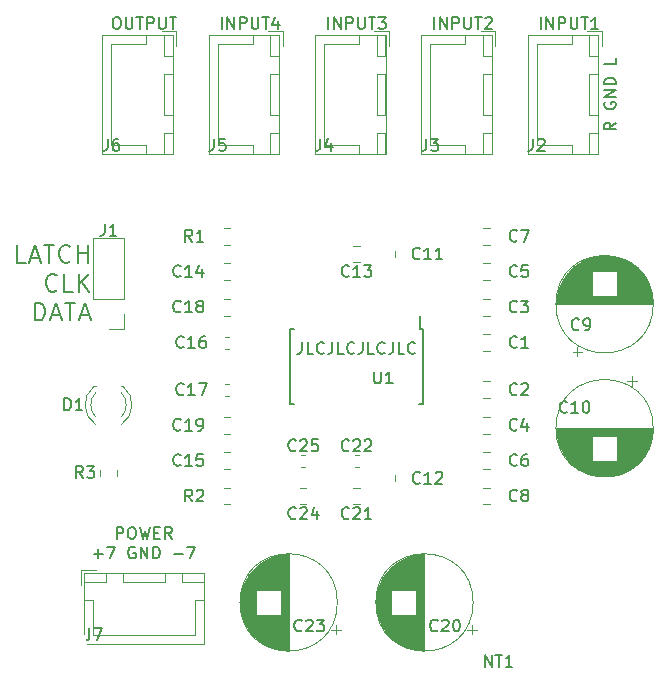
<source format=gto>
G04 #@! TF.GenerationSoftware,KiCad,Pcbnew,(5.1.5)-3*
G04 #@! TF.CreationDate,2020-04-04T13:58:42+08:00*
G04 #@! TF.ProjectId,1194pre,31313934-7072-4652-9e6b-696361645f70,rev?*
G04 #@! TF.SameCoordinates,Original*
G04 #@! TF.FileFunction,Legend,Top*
G04 #@! TF.FilePolarity,Positive*
%FSLAX46Y46*%
G04 Gerber Fmt 4.6, Leading zero omitted, Abs format (unit mm)*
G04 Created by KiCad (PCBNEW (5.1.5)-3) date 2020-04-04 13:58:42*
%MOMM*%
%LPD*%
G04 APERTURE LIST*
%ADD10C,0.200000*%
%ADD11C,0.150000*%
%ADD12C,0.120000*%
%ADD13C,6.502000*%
%ADD14C,0.902000*%
%ADD15R,0.502000X1.302000*%
%ADD16O,2.052000X1.802000*%
%ADD17C,0.100000*%
%ADD18O,1.802000X1.802000*%
%ADD19R,1.802000X1.802000*%
%ADD20C,1.702000*%
%ADD21R,1.702000X1.702000*%
%ADD22O,1.802000X2.052000*%
%ADD23C,1.902000*%
%ADD24R,1.902000X1.902000*%
G04 APERTURE END LIST*
D10*
X101977142Y-73228571D02*
X101262857Y-73228571D01*
X101262857Y-71728571D01*
X102405714Y-72800000D02*
X103120000Y-72800000D01*
X102262857Y-73228571D02*
X102762857Y-71728571D01*
X103262857Y-73228571D01*
X103548571Y-71728571D02*
X104405714Y-71728571D01*
X103977142Y-73228571D02*
X103977142Y-71728571D01*
X105762857Y-73085714D02*
X105691428Y-73157142D01*
X105477142Y-73228571D01*
X105334285Y-73228571D01*
X105120000Y-73157142D01*
X104977142Y-73014285D01*
X104905714Y-72871428D01*
X104834285Y-72585714D01*
X104834285Y-72371428D01*
X104905714Y-72085714D01*
X104977142Y-71942857D01*
X105120000Y-71800000D01*
X105334285Y-71728571D01*
X105477142Y-71728571D01*
X105691428Y-71800000D01*
X105762857Y-71871428D01*
X106405714Y-73228571D02*
X106405714Y-71728571D01*
X106405714Y-72442857D02*
X107262857Y-72442857D01*
X107262857Y-73228571D02*
X107262857Y-71728571D01*
X104620000Y-75535714D02*
X104548571Y-75607142D01*
X104334285Y-75678571D01*
X104191428Y-75678571D01*
X103977142Y-75607142D01*
X103834285Y-75464285D01*
X103762857Y-75321428D01*
X103691428Y-75035714D01*
X103691428Y-74821428D01*
X103762857Y-74535714D01*
X103834285Y-74392857D01*
X103977142Y-74250000D01*
X104191428Y-74178571D01*
X104334285Y-74178571D01*
X104548571Y-74250000D01*
X104620000Y-74321428D01*
X105977142Y-75678571D02*
X105262857Y-75678571D01*
X105262857Y-74178571D01*
X106477142Y-75678571D02*
X106477142Y-74178571D01*
X107334285Y-75678571D02*
X106691428Y-74821428D01*
X107334285Y-74178571D02*
X106477142Y-75035714D01*
X102762857Y-78128571D02*
X102762857Y-76628571D01*
X103120000Y-76628571D01*
X103334285Y-76700000D01*
X103477142Y-76842857D01*
X103548571Y-76985714D01*
X103620000Y-77271428D01*
X103620000Y-77485714D01*
X103548571Y-77771428D01*
X103477142Y-77914285D01*
X103334285Y-78057142D01*
X103120000Y-78128571D01*
X102762857Y-78128571D01*
X104191428Y-77700000D02*
X104905714Y-77700000D01*
X104048571Y-78128571D02*
X104548571Y-76628571D01*
X105048571Y-78128571D01*
X105334285Y-76628571D02*
X106191428Y-76628571D01*
X105762857Y-78128571D02*
X105762857Y-76628571D01*
X106620000Y-77700000D02*
X107334285Y-77700000D01*
X106477142Y-78128571D02*
X106977142Y-76628571D01*
X107477142Y-78128571D01*
D11*
X125380952Y-79952380D02*
X125380952Y-80666666D01*
X125333333Y-80809523D01*
X125238095Y-80904761D01*
X125095238Y-80952380D01*
X125000000Y-80952380D01*
X126333333Y-80952380D02*
X125857142Y-80952380D01*
X125857142Y-79952380D01*
X127238095Y-80857142D02*
X127190476Y-80904761D01*
X127047619Y-80952380D01*
X126952380Y-80952380D01*
X126809523Y-80904761D01*
X126714285Y-80809523D01*
X126666666Y-80714285D01*
X126619047Y-80523809D01*
X126619047Y-80380952D01*
X126666666Y-80190476D01*
X126714285Y-80095238D01*
X126809523Y-80000000D01*
X126952380Y-79952380D01*
X127047619Y-79952380D01*
X127190476Y-80000000D01*
X127238095Y-80047619D01*
X127952380Y-79952380D02*
X127952380Y-80666666D01*
X127904761Y-80809523D01*
X127809523Y-80904761D01*
X127666666Y-80952380D01*
X127571428Y-80952380D01*
X128904761Y-80952380D02*
X128428571Y-80952380D01*
X128428571Y-79952380D01*
X129809523Y-80857142D02*
X129761904Y-80904761D01*
X129619047Y-80952380D01*
X129523809Y-80952380D01*
X129380952Y-80904761D01*
X129285714Y-80809523D01*
X129238095Y-80714285D01*
X129190476Y-80523809D01*
X129190476Y-80380952D01*
X129238095Y-80190476D01*
X129285714Y-80095238D01*
X129380952Y-80000000D01*
X129523809Y-79952380D01*
X129619047Y-79952380D01*
X129761904Y-80000000D01*
X129809523Y-80047619D01*
X130523809Y-79952380D02*
X130523809Y-80666666D01*
X130476190Y-80809523D01*
X130380952Y-80904761D01*
X130238095Y-80952380D01*
X130142857Y-80952380D01*
X131476190Y-80952380D02*
X131000000Y-80952380D01*
X131000000Y-79952380D01*
X132380952Y-80857142D02*
X132333333Y-80904761D01*
X132190476Y-80952380D01*
X132095238Y-80952380D01*
X131952380Y-80904761D01*
X131857142Y-80809523D01*
X131809523Y-80714285D01*
X131761904Y-80523809D01*
X131761904Y-80380952D01*
X131809523Y-80190476D01*
X131857142Y-80095238D01*
X131952380Y-80000000D01*
X132095238Y-79952380D01*
X132190476Y-79952380D01*
X132333333Y-80000000D01*
X132380952Y-80047619D01*
X133095238Y-79952380D02*
X133095238Y-80666666D01*
X133047619Y-80809523D01*
X132952380Y-80904761D01*
X132809523Y-80952380D01*
X132714285Y-80952380D01*
X134047619Y-80952380D02*
X133571428Y-80952380D01*
X133571428Y-79952380D01*
X134952380Y-80857142D02*
X134904761Y-80904761D01*
X134761904Y-80952380D01*
X134666666Y-80952380D01*
X134523809Y-80904761D01*
X134428571Y-80809523D01*
X134380952Y-80714285D01*
X134333333Y-80523809D01*
X134333333Y-80380952D01*
X134380952Y-80190476D01*
X134428571Y-80095238D01*
X134523809Y-80000000D01*
X134666666Y-79952380D01*
X134761904Y-79952380D01*
X134904761Y-80000000D01*
X134952380Y-80047619D01*
X109690476Y-96627380D02*
X109690476Y-95627380D01*
X110071428Y-95627380D01*
X110166666Y-95675000D01*
X110214285Y-95722619D01*
X110261904Y-95817857D01*
X110261904Y-95960714D01*
X110214285Y-96055952D01*
X110166666Y-96103571D01*
X110071428Y-96151190D01*
X109690476Y-96151190D01*
X110880952Y-95627380D02*
X111071428Y-95627380D01*
X111166666Y-95675000D01*
X111261904Y-95770238D01*
X111309523Y-95960714D01*
X111309523Y-96294047D01*
X111261904Y-96484523D01*
X111166666Y-96579761D01*
X111071428Y-96627380D01*
X110880952Y-96627380D01*
X110785714Y-96579761D01*
X110690476Y-96484523D01*
X110642857Y-96294047D01*
X110642857Y-95960714D01*
X110690476Y-95770238D01*
X110785714Y-95675000D01*
X110880952Y-95627380D01*
X111642857Y-95627380D02*
X111880952Y-96627380D01*
X112071428Y-95913095D01*
X112261904Y-96627380D01*
X112500000Y-95627380D01*
X112880952Y-96103571D02*
X113214285Y-96103571D01*
X113357142Y-96627380D02*
X112880952Y-96627380D01*
X112880952Y-95627380D01*
X113357142Y-95627380D01*
X114357142Y-96627380D02*
X114023809Y-96151190D01*
X113785714Y-96627380D02*
X113785714Y-95627380D01*
X114166666Y-95627380D01*
X114261904Y-95675000D01*
X114309523Y-95722619D01*
X114357142Y-95817857D01*
X114357142Y-95960714D01*
X114309523Y-96055952D01*
X114261904Y-96103571D01*
X114166666Y-96151190D01*
X113785714Y-96151190D01*
X107761904Y-97896428D02*
X108523809Y-97896428D01*
X108142857Y-98277380D02*
X108142857Y-97515476D01*
X108904761Y-97277380D02*
X109571428Y-97277380D01*
X109142857Y-98277380D01*
X111238095Y-97325000D02*
X111142857Y-97277380D01*
X111000000Y-97277380D01*
X110857142Y-97325000D01*
X110761904Y-97420238D01*
X110714285Y-97515476D01*
X110666666Y-97705952D01*
X110666666Y-97848809D01*
X110714285Y-98039285D01*
X110761904Y-98134523D01*
X110857142Y-98229761D01*
X111000000Y-98277380D01*
X111095238Y-98277380D01*
X111238095Y-98229761D01*
X111285714Y-98182142D01*
X111285714Y-97848809D01*
X111095238Y-97848809D01*
X111714285Y-98277380D02*
X111714285Y-97277380D01*
X112285714Y-98277380D01*
X112285714Y-97277380D01*
X112761904Y-98277380D02*
X112761904Y-97277380D01*
X113000000Y-97277380D01*
X113142857Y-97325000D01*
X113238095Y-97420238D01*
X113285714Y-97515476D01*
X113333333Y-97705952D01*
X113333333Y-97848809D01*
X113285714Y-98039285D01*
X113238095Y-98134523D01*
X113142857Y-98229761D01*
X113000000Y-98277380D01*
X112761904Y-98277380D01*
X114523809Y-97896428D02*
X115285714Y-97896428D01*
X115666666Y-97277380D02*
X116333333Y-97277380D01*
X115904761Y-98277380D01*
X109595238Y-52452380D02*
X109785714Y-52452380D01*
X109880952Y-52500000D01*
X109976190Y-52595238D01*
X110023809Y-52785714D01*
X110023809Y-53119047D01*
X109976190Y-53309523D01*
X109880952Y-53404761D01*
X109785714Y-53452380D01*
X109595238Y-53452380D01*
X109500000Y-53404761D01*
X109404761Y-53309523D01*
X109357142Y-53119047D01*
X109357142Y-52785714D01*
X109404761Y-52595238D01*
X109500000Y-52500000D01*
X109595238Y-52452380D01*
X110452380Y-52452380D02*
X110452380Y-53261904D01*
X110500000Y-53357142D01*
X110547619Y-53404761D01*
X110642857Y-53452380D01*
X110833333Y-53452380D01*
X110928571Y-53404761D01*
X110976190Y-53357142D01*
X111023809Y-53261904D01*
X111023809Y-52452380D01*
X111357142Y-52452380D02*
X111928571Y-52452380D01*
X111642857Y-53452380D02*
X111642857Y-52452380D01*
X112261904Y-53452380D02*
X112261904Y-52452380D01*
X112642857Y-52452380D01*
X112738095Y-52500000D01*
X112785714Y-52547619D01*
X112833333Y-52642857D01*
X112833333Y-52785714D01*
X112785714Y-52880952D01*
X112738095Y-52928571D01*
X112642857Y-52976190D01*
X112261904Y-52976190D01*
X113261904Y-52452380D02*
X113261904Y-53261904D01*
X113309523Y-53357142D01*
X113357142Y-53404761D01*
X113452380Y-53452380D01*
X113642857Y-53452380D01*
X113738095Y-53404761D01*
X113785714Y-53357142D01*
X113833333Y-53261904D01*
X113833333Y-52452380D01*
X114166666Y-52452380D02*
X114738095Y-52452380D01*
X114452380Y-53452380D02*
X114452380Y-52452380D01*
X118595238Y-53452380D02*
X118595238Y-52452380D01*
X119071428Y-53452380D02*
X119071428Y-52452380D01*
X119642857Y-53452380D01*
X119642857Y-52452380D01*
X120119047Y-53452380D02*
X120119047Y-52452380D01*
X120500000Y-52452380D01*
X120595238Y-52500000D01*
X120642857Y-52547619D01*
X120690476Y-52642857D01*
X120690476Y-52785714D01*
X120642857Y-52880952D01*
X120595238Y-52928571D01*
X120500000Y-52976190D01*
X120119047Y-52976190D01*
X121119047Y-52452380D02*
X121119047Y-53261904D01*
X121166666Y-53357142D01*
X121214285Y-53404761D01*
X121309523Y-53452380D01*
X121500000Y-53452380D01*
X121595238Y-53404761D01*
X121642857Y-53357142D01*
X121690476Y-53261904D01*
X121690476Y-52452380D01*
X122023809Y-52452380D02*
X122595238Y-52452380D01*
X122309523Y-53452380D02*
X122309523Y-52452380D01*
X123357142Y-52785714D02*
X123357142Y-53452380D01*
X123119047Y-52404761D02*
X122880952Y-53119047D01*
X123500000Y-53119047D01*
X127595238Y-53452380D02*
X127595238Y-52452380D01*
X128071428Y-53452380D02*
X128071428Y-52452380D01*
X128642857Y-53452380D01*
X128642857Y-52452380D01*
X129119047Y-53452380D02*
X129119047Y-52452380D01*
X129500000Y-52452380D01*
X129595238Y-52500000D01*
X129642857Y-52547619D01*
X129690476Y-52642857D01*
X129690476Y-52785714D01*
X129642857Y-52880952D01*
X129595238Y-52928571D01*
X129500000Y-52976190D01*
X129119047Y-52976190D01*
X130119047Y-52452380D02*
X130119047Y-53261904D01*
X130166666Y-53357142D01*
X130214285Y-53404761D01*
X130309523Y-53452380D01*
X130500000Y-53452380D01*
X130595238Y-53404761D01*
X130642857Y-53357142D01*
X130690476Y-53261904D01*
X130690476Y-52452380D01*
X131023809Y-52452380D02*
X131595238Y-52452380D01*
X131309523Y-53452380D02*
X131309523Y-52452380D01*
X131833333Y-52452380D02*
X132452380Y-52452380D01*
X132119047Y-52833333D01*
X132261904Y-52833333D01*
X132357142Y-52880952D01*
X132404761Y-52928571D01*
X132452380Y-53023809D01*
X132452380Y-53261904D01*
X132404761Y-53357142D01*
X132357142Y-53404761D01*
X132261904Y-53452380D01*
X131976190Y-53452380D01*
X131880952Y-53404761D01*
X131833333Y-53357142D01*
X136595238Y-53452380D02*
X136595238Y-52452380D01*
X137071428Y-53452380D02*
X137071428Y-52452380D01*
X137642857Y-53452380D01*
X137642857Y-52452380D01*
X138119047Y-53452380D02*
X138119047Y-52452380D01*
X138500000Y-52452380D01*
X138595238Y-52500000D01*
X138642857Y-52547619D01*
X138690476Y-52642857D01*
X138690476Y-52785714D01*
X138642857Y-52880952D01*
X138595238Y-52928571D01*
X138500000Y-52976190D01*
X138119047Y-52976190D01*
X139119047Y-52452380D02*
X139119047Y-53261904D01*
X139166666Y-53357142D01*
X139214285Y-53404761D01*
X139309523Y-53452380D01*
X139500000Y-53452380D01*
X139595238Y-53404761D01*
X139642857Y-53357142D01*
X139690476Y-53261904D01*
X139690476Y-52452380D01*
X140023809Y-52452380D02*
X140595238Y-52452380D01*
X140309523Y-53452380D02*
X140309523Y-52452380D01*
X140880952Y-52547619D02*
X140928571Y-52500000D01*
X141023809Y-52452380D01*
X141261904Y-52452380D01*
X141357142Y-52500000D01*
X141404761Y-52547619D01*
X141452380Y-52642857D01*
X141452380Y-52738095D01*
X141404761Y-52880952D01*
X140833333Y-53452380D01*
X141452380Y-53452380D01*
X145595238Y-53452380D02*
X145595238Y-52452380D01*
X146071428Y-53452380D02*
X146071428Y-52452380D01*
X146642857Y-53452380D01*
X146642857Y-52452380D01*
X147119047Y-53452380D02*
X147119047Y-52452380D01*
X147500000Y-52452380D01*
X147595238Y-52500000D01*
X147642857Y-52547619D01*
X147690476Y-52642857D01*
X147690476Y-52785714D01*
X147642857Y-52880952D01*
X147595238Y-52928571D01*
X147500000Y-52976190D01*
X147119047Y-52976190D01*
X148119047Y-52452380D02*
X148119047Y-53261904D01*
X148166666Y-53357142D01*
X148214285Y-53404761D01*
X148309523Y-53452380D01*
X148500000Y-53452380D01*
X148595238Y-53404761D01*
X148642857Y-53357142D01*
X148690476Y-53261904D01*
X148690476Y-52452380D01*
X149023809Y-52452380D02*
X149595238Y-52452380D01*
X149309523Y-53452380D02*
X149309523Y-52452380D01*
X150452380Y-53452380D02*
X149880952Y-53452380D01*
X150166666Y-53452380D02*
X150166666Y-52452380D01*
X150071428Y-52595238D01*
X149976190Y-52690476D01*
X149880952Y-52738095D01*
X151952380Y-61380952D02*
X151476190Y-61714285D01*
X151952380Y-61952380D02*
X150952380Y-61952380D01*
X150952380Y-61571428D01*
X151000000Y-61476190D01*
X151047619Y-61428571D01*
X151142857Y-61380952D01*
X151285714Y-61380952D01*
X151380952Y-61428571D01*
X151428571Y-61476190D01*
X151476190Y-61571428D01*
X151476190Y-61952380D01*
X151000000Y-59666666D02*
X150952380Y-59761904D01*
X150952380Y-59904761D01*
X151000000Y-60047619D01*
X151095238Y-60142857D01*
X151190476Y-60190476D01*
X151380952Y-60238095D01*
X151523809Y-60238095D01*
X151714285Y-60190476D01*
X151809523Y-60142857D01*
X151904761Y-60047619D01*
X151952380Y-59904761D01*
X151952380Y-59809523D01*
X151904761Y-59666666D01*
X151857142Y-59619047D01*
X151523809Y-59619047D01*
X151523809Y-59809523D01*
X151952380Y-59190476D02*
X150952380Y-59190476D01*
X151952380Y-58619047D01*
X150952380Y-58619047D01*
X151952380Y-58142857D02*
X150952380Y-58142857D01*
X150952380Y-57904761D01*
X151000000Y-57761904D01*
X151095238Y-57666666D01*
X151190476Y-57619047D01*
X151380952Y-57571428D01*
X151523809Y-57571428D01*
X151714285Y-57619047D01*
X151809523Y-57666666D01*
X151904761Y-57761904D01*
X151952380Y-57904761D01*
X151952380Y-58142857D01*
X151952380Y-55904761D02*
X151952380Y-56380952D01*
X150952380Y-56380952D01*
X135400000Y-78825000D02*
X135400000Y-77750000D01*
X124375000Y-78825000D02*
X124375000Y-85175000D01*
X135625000Y-78825000D02*
X135625000Y-85175000D01*
X124375000Y-78825000D02*
X124700000Y-78825000D01*
X124375000Y-85175000D02*
X124700000Y-85175000D01*
X135625000Y-85175000D02*
X135300000Y-85175000D01*
X135625000Y-78825000D02*
X135400000Y-78825000D01*
D12*
X114750000Y-53650000D02*
X113500000Y-53650000D01*
X114750000Y-54900000D02*
X114750000Y-53650000D01*
X109250000Y-63300000D02*
X109250000Y-59000000D01*
X112200000Y-63300000D02*
X109250000Y-63300000D01*
X112200000Y-64050000D02*
X112200000Y-63300000D01*
X109250000Y-54700000D02*
X109250000Y-59000000D01*
X112200000Y-54700000D02*
X109250000Y-54700000D01*
X112200000Y-53950000D02*
X112200000Y-54700000D01*
X114450000Y-64050000D02*
X114450000Y-62250000D01*
X113700000Y-64050000D02*
X114450000Y-64050000D01*
X113700000Y-62250000D02*
X113700000Y-64050000D01*
X114450000Y-62250000D02*
X113700000Y-62250000D01*
X114450000Y-55750000D02*
X114450000Y-53950000D01*
X113700000Y-55750000D02*
X114450000Y-55750000D01*
X113700000Y-53950000D02*
X113700000Y-55750000D01*
X114450000Y-53950000D02*
X113700000Y-53950000D01*
X114450000Y-60750000D02*
X114450000Y-57250000D01*
X113700000Y-60750000D02*
X114450000Y-60750000D01*
X113700000Y-57250000D02*
X113700000Y-60750000D01*
X114450000Y-57250000D02*
X113700000Y-57250000D01*
X114460000Y-64060000D02*
X114460000Y-53940000D01*
X108490000Y-64060000D02*
X114460000Y-64060000D01*
X108490000Y-53940000D02*
X108490000Y-64060000D01*
X114460000Y-53940000D02*
X108490000Y-53940000D01*
X110330000Y-78870000D02*
X109000000Y-78870000D01*
X110330000Y-77540000D02*
X110330000Y-78870000D01*
X110330000Y-76270000D02*
X107670000Y-76270000D01*
X107670000Y-76270000D02*
X107670000Y-71130000D01*
X110330000Y-76270000D02*
X110330000Y-71130000D01*
X110330000Y-71130000D02*
X107670000Y-71130000D01*
X128259698Y-104715000D02*
X128259698Y-103915000D01*
X128659698Y-104315000D02*
X127859698Y-104315000D01*
X120169000Y-102533000D02*
X120169000Y-101467000D01*
X120209000Y-102768000D02*
X120209000Y-101232000D01*
X120249000Y-102948000D02*
X120249000Y-101052000D01*
X120289000Y-103098000D02*
X120289000Y-100902000D01*
X120329000Y-103229000D02*
X120329000Y-100771000D01*
X120369000Y-103346000D02*
X120369000Y-100654000D01*
X120409000Y-103453000D02*
X120409000Y-100547000D01*
X120449000Y-103552000D02*
X120449000Y-100448000D01*
X120489000Y-103645000D02*
X120489000Y-100355000D01*
X120529000Y-103731000D02*
X120529000Y-100269000D01*
X120569000Y-103813000D02*
X120569000Y-100187000D01*
X120609000Y-103890000D02*
X120609000Y-100110000D01*
X120649000Y-103964000D02*
X120649000Y-100036000D01*
X120689000Y-104034000D02*
X120689000Y-99966000D01*
X120729000Y-104102000D02*
X120729000Y-99898000D01*
X120769000Y-104166000D02*
X120769000Y-99834000D01*
X120809000Y-104228000D02*
X120809000Y-99772000D01*
X120849000Y-104287000D02*
X120849000Y-99713000D01*
X120889000Y-104345000D02*
X120889000Y-99655000D01*
X120929000Y-104400000D02*
X120929000Y-99600000D01*
X120969000Y-104454000D02*
X120969000Y-99546000D01*
X121009000Y-104505000D02*
X121009000Y-99495000D01*
X121049000Y-104556000D02*
X121049000Y-99444000D01*
X121089000Y-104604000D02*
X121089000Y-99396000D01*
X121129000Y-104651000D02*
X121129000Y-99349000D01*
X121169000Y-104697000D02*
X121169000Y-99303000D01*
X121209000Y-104741000D02*
X121209000Y-99259000D01*
X121249000Y-104784000D02*
X121249000Y-99216000D01*
X121289000Y-104826000D02*
X121289000Y-99174000D01*
X121329000Y-104867000D02*
X121329000Y-99133000D01*
X121369000Y-104907000D02*
X121369000Y-99093000D01*
X121409000Y-104945000D02*
X121409000Y-99055000D01*
X121449000Y-104983000D02*
X121449000Y-99017000D01*
X121489000Y-100960000D02*
X121489000Y-98981000D01*
X121489000Y-105019000D02*
X121489000Y-103040000D01*
X121529000Y-100960000D02*
X121529000Y-98945000D01*
X121529000Y-105055000D02*
X121529000Y-103040000D01*
X121569000Y-100960000D02*
X121569000Y-98910000D01*
X121569000Y-105090000D02*
X121569000Y-103040000D01*
X121609000Y-100960000D02*
X121609000Y-98876000D01*
X121609000Y-105124000D02*
X121609000Y-103040000D01*
X121649000Y-100960000D02*
X121649000Y-98844000D01*
X121649000Y-105156000D02*
X121649000Y-103040000D01*
X121689000Y-100960000D02*
X121689000Y-98811000D01*
X121689000Y-105189000D02*
X121689000Y-103040000D01*
X121729000Y-100960000D02*
X121729000Y-98780000D01*
X121729000Y-105220000D02*
X121729000Y-103040000D01*
X121769000Y-100960000D02*
X121769000Y-98750000D01*
X121769000Y-105250000D02*
X121769000Y-103040000D01*
X121809000Y-100960000D02*
X121809000Y-98720000D01*
X121809000Y-105280000D02*
X121809000Y-103040000D01*
X121849000Y-100960000D02*
X121849000Y-98691000D01*
X121849000Y-105309000D02*
X121849000Y-103040000D01*
X121889000Y-100960000D02*
X121889000Y-98662000D01*
X121889000Y-105338000D02*
X121889000Y-103040000D01*
X121929000Y-100960000D02*
X121929000Y-98635000D01*
X121929000Y-105365000D02*
X121929000Y-103040000D01*
X121969000Y-100960000D02*
X121969000Y-98608000D01*
X121969000Y-105392000D02*
X121969000Y-103040000D01*
X122009000Y-100960000D02*
X122009000Y-98582000D01*
X122009000Y-105418000D02*
X122009000Y-103040000D01*
X122049000Y-100960000D02*
X122049000Y-98556000D01*
X122049000Y-105444000D02*
X122049000Y-103040000D01*
X122089000Y-100960000D02*
X122089000Y-98531000D01*
X122089000Y-105469000D02*
X122089000Y-103040000D01*
X122129000Y-100960000D02*
X122129000Y-98507000D01*
X122129000Y-105493000D02*
X122129000Y-103040000D01*
X122169000Y-100960000D02*
X122169000Y-98483000D01*
X122169000Y-105517000D02*
X122169000Y-103040000D01*
X122209000Y-100960000D02*
X122209000Y-98460000D01*
X122209000Y-105540000D02*
X122209000Y-103040000D01*
X122249000Y-100960000D02*
X122249000Y-98438000D01*
X122249000Y-105562000D02*
X122249000Y-103040000D01*
X122289000Y-100960000D02*
X122289000Y-98416000D01*
X122289000Y-105584000D02*
X122289000Y-103040000D01*
X122329000Y-100960000D02*
X122329000Y-98394000D01*
X122329000Y-105606000D02*
X122329000Y-103040000D01*
X122369000Y-100960000D02*
X122369000Y-98373000D01*
X122369000Y-105627000D02*
X122369000Y-103040000D01*
X122409000Y-100960000D02*
X122409000Y-98353000D01*
X122409000Y-105647000D02*
X122409000Y-103040000D01*
X122449000Y-100960000D02*
X122449000Y-98334000D01*
X122449000Y-105666000D02*
X122449000Y-103040000D01*
X122489000Y-100960000D02*
X122489000Y-98314000D01*
X122489000Y-105686000D02*
X122489000Y-103040000D01*
X122529000Y-100960000D02*
X122529000Y-98296000D01*
X122529000Y-105704000D02*
X122529000Y-103040000D01*
X122569000Y-100960000D02*
X122569000Y-98278000D01*
X122569000Y-105722000D02*
X122569000Y-103040000D01*
X122609000Y-100960000D02*
X122609000Y-98260000D01*
X122609000Y-105740000D02*
X122609000Y-103040000D01*
X122649000Y-100960000D02*
X122649000Y-98243000D01*
X122649000Y-105757000D02*
X122649000Y-103040000D01*
X122689000Y-100960000D02*
X122689000Y-98226000D01*
X122689000Y-105774000D02*
X122689000Y-103040000D01*
X122729000Y-100960000D02*
X122729000Y-98210000D01*
X122729000Y-105790000D02*
X122729000Y-103040000D01*
X122769000Y-100960000D02*
X122769000Y-98195000D01*
X122769000Y-105805000D02*
X122769000Y-103040000D01*
X122809000Y-100960000D02*
X122809000Y-98179000D01*
X122809000Y-105821000D02*
X122809000Y-103040000D01*
X122849000Y-100960000D02*
X122849000Y-98165000D01*
X122849000Y-105835000D02*
X122849000Y-103040000D01*
X122889000Y-100960000D02*
X122889000Y-98150000D01*
X122889000Y-105850000D02*
X122889000Y-103040000D01*
X122929000Y-100960000D02*
X122929000Y-98137000D01*
X122929000Y-105863000D02*
X122929000Y-103040000D01*
X122969000Y-100960000D02*
X122969000Y-98123000D01*
X122969000Y-105877000D02*
X122969000Y-103040000D01*
X123009000Y-100960000D02*
X123009000Y-98111000D01*
X123009000Y-105889000D02*
X123009000Y-103040000D01*
X123049000Y-100960000D02*
X123049000Y-98098000D01*
X123049000Y-105902000D02*
X123049000Y-103040000D01*
X123089000Y-100960000D02*
X123089000Y-98086000D01*
X123089000Y-105914000D02*
X123089000Y-103040000D01*
X123129000Y-100960000D02*
X123129000Y-98075000D01*
X123129000Y-105925000D02*
X123129000Y-103040000D01*
X123169000Y-100960000D02*
X123169000Y-98064000D01*
X123169000Y-105936000D02*
X123169000Y-103040000D01*
X123209000Y-100960000D02*
X123209000Y-98053000D01*
X123209000Y-105947000D02*
X123209000Y-103040000D01*
X123249000Y-100960000D02*
X123249000Y-98043000D01*
X123249000Y-105957000D02*
X123249000Y-103040000D01*
X123289000Y-100960000D02*
X123289000Y-98033000D01*
X123289000Y-105967000D02*
X123289000Y-103040000D01*
X123329000Y-100960000D02*
X123329000Y-98024000D01*
X123329000Y-105976000D02*
X123329000Y-103040000D01*
X123369000Y-100960000D02*
X123369000Y-98015000D01*
X123369000Y-105985000D02*
X123369000Y-103040000D01*
X123409000Y-100960000D02*
X123409000Y-98006000D01*
X123409000Y-105994000D02*
X123409000Y-103040000D01*
X123449000Y-100960000D02*
X123449000Y-97998000D01*
X123449000Y-106002000D02*
X123449000Y-103040000D01*
X123489000Y-100960000D02*
X123489000Y-97990000D01*
X123489000Y-106010000D02*
X123489000Y-103040000D01*
X123529000Y-100960000D02*
X123529000Y-97983000D01*
X123529000Y-106017000D02*
X123529000Y-103040000D01*
X123570000Y-106024000D02*
X123570000Y-97976000D01*
X123610000Y-106030000D02*
X123610000Y-97970000D01*
X123650000Y-106037000D02*
X123650000Y-97963000D01*
X123690000Y-106042000D02*
X123690000Y-97958000D01*
X123730000Y-106048000D02*
X123730000Y-97952000D01*
X123770000Y-106052000D02*
X123770000Y-97948000D01*
X123810000Y-106057000D02*
X123810000Y-97943000D01*
X123850000Y-106061000D02*
X123850000Y-97939000D01*
X123890000Y-106065000D02*
X123890000Y-97935000D01*
X123930000Y-106068000D02*
X123930000Y-97932000D01*
X123970000Y-106071000D02*
X123970000Y-97929000D01*
X124010000Y-106074000D02*
X124010000Y-97926000D01*
X124050000Y-106076000D02*
X124050000Y-97924000D01*
X124090000Y-106077000D02*
X124090000Y-97923000D01*
X124130000Y-106079000D02*
X124130000Y-97921000D01*
X124170000Y-106080000D02*
X124170000Y-97920000D01*
X124210000Y-106080000D02*
X124210000Y-97920000D01*
X124250000Y-106080000D02*
X124250000Y-97920000D01*
X128370000Y-102000000D02*
G75*
G03X128370000Y-102000000I-4120000J0D01*
G01*
X139759698Y-104715000D02*
X139759698Y-103915000D01*
X140159698Y-104315000D02*
X139359698Y-104315000D01*
X131669000Y-102533000D02*
X131669000Y-101467000D01*
X131709000Y-102768000D02*
X131709000Y-101232000D01*
X131749000Y-102948000D02*
X131749000Y-101052000D01*
X131789000Y-103098000D02*
X131789000Y-100902000D01*
X131829000Y-103229000D02*
X131829000Y-100771000D01*
X131869000Y-103346000D02*
X131869000Y-100654000D01*
X131909000Y-103453000D02*
X131909000Y-100547000D01*
X131949000Y-103552000D02*
X131949000Y-100448000D01*
X131989000Y-103645000D02*
X131989000Y-100355000D01*
X132029000Y-103731000D02*
X132029000Y-100269000D01*
X132069000Y-103813000D02*
X132069000Y-100187000D01*
X132109000Y-103890000D02*
X132109000Y-100110000D01*
X132149000Y-103964000D02*
X132149000Y-100036000D01*
X132189000Y-104034000D02*
X132189000Y-99966000D01*
X132229000Y-104102000D02*
X132229000Y-99898000D01*
X132269000Y-104166000D02*
X132269000Y-99834000D01*
X132309000Y-104228000D02*
X132309000Y-99772000D01*
X132349000Y-104287000D02*
X132349000Y-99713000D01*
X132389000Y-104345000D02*
X132389000Y-99655000D01*
X132429000Y-104400000D02*
X132429000Y-99600000D01*
X132469000Y-104454000D02*
X132469000Y-99546000D01*
X132509000Y-104505000D02*
X132509000Y-99495000D01*
X132549000Y-104556000D02*
X132549000Y-99444000D01*
X132589000Y-104604000D02*
X132589000Y-99396000D01*
X132629000Y-104651000D02*
X132629000Y-99349000D01*
X132669000Y-104697000D02*
X132669000Y-99303000D01*
X132709000Y-104741000D02*
X132709000Y-99259000D01*
X132749000Y-104784000D02*
X132749000Y-99216000D01*
X132789000Y-104826000D02*
X132789000Y-99174000D01*
X132829000Y-104867000D02*
X132829000Y-99133000D01*
X132869000Y-104907000D02*
X132869000Y-99093000D01*
X132909000Y-104945000D02*
X132909000Y-99055000D01*
X132949000Y-104983000D02*
X132949000Y-99017000D01*
X132989000Y-100960000D02*
X132989000Y-98981000D01*
X132989000Y-105019000D02*
X132989000Y-103040000D01*
X133029000Y-100960000D02*
X133029000Y-98945000D01*
X133029000Y-105055000D02*
X133029000Y-103040000D01*
X133069000Y-100960000D02*
X133069000Y-98910000D01*
X133069000Y-105090000D02*
X133069000Y-103040000D01*
X133109000Y-100960000D02*
X133109000Y-98876000D01*
X133109000Y-105124000D02*
X133109000Y-103040000D01*
X133149000Y-100960000D02*
X133149000Y-98844000D01*
X133149000Y-105156000D02*
X133149000Y-103040000D01*
X133189000Y-100960000D02*
X133189000Y-98811000D01*
X133189000Y-105189000D02*
X133189000Y-103040000D01*
X133229000Y-100960000D02*
X133229000Y-98780000D01*
X133229000Y-105220000D02*
X133229000Y-103040000D01*
X133269000Y-100960000D02*
X133269000Y-98750000D01*
X133269000Y-105250000D02*
X133269000Y-103040000D01*
X133309000Y-100960000D02*
X133309000Y-98720000D01*
X133309000Y-105280000D02*
X133309000Y-103040000D01*
X133349000Y-100960000D02*
X133349000Y-98691000D01*
X133349000Y-105309000D02*
X133349000Y-103040000D01*
X133389000Y-100960000D02*
X133389000Y-98662000D01*
X133389000Y-105338000D02*
X133389000Y-103040000D01*
X133429000Y-100960000D02*
X133429000Y-98635000D01*
X133429000Y-105365000D02*
X133429000Y-103040000D01*
X133469000Y-100960000D02*
X133469000Y-98608000D01*
X133469000Y-105392000D02*
X133469000Y-103040000D01*
X133509000Y-100960000D02*
X133509000Y-98582000D01*
X133509000Y-105418000D02*
X133509000Y-103040000D01*
X133549000Y-100960000D02*
X133549000Y-98556000D01*
X133549000Y-105444000D02*
X133549000Y-103040000D01*
X133589000Y-100960000D02*
X133589000Y-98531000D01*
X133589000Y-105469000D02*
X133589000Y-103040000D01*
X133629000Y-100960000D02*
X133629000Y-98507000D01*
X133629000Y-105493000D02*
X133629000Y-103040000D01*
X133669000Y-100960000D02*
X133669000Y-98483000D01*
X133669000Y-105517000D02*
X133669000Y-103040000D01*
X133709000Y-100960000D02*
X133709000Y-98460000D01*
X133709000Y-105540000D02*
X133709000Y-103040000D01*
X133749000Y-100960000D02*
X133749000Y-98438000D01*
X133749000Y-105562000D02*
X133749000Y-103040000D01*
X133789000Y-100960000D02*
X133789000Y-98416000D01*
X133789000Y-105584000D02*
X133789000Y-103040000D01*
X133829000Y-100960000D02*
X133829000Y-98394000D01*
X133829000Y-105606000D02*
X133829000Y-103040000D01*
X133869000Y-100960000D02*
X133869000Y-98373000D01*
X133869000Y-105627000D02*
X133869000Y-103040000D01*
X133909000Y-100960000D02*
X133909000Y-98353000D01*
X133909000Y-105647000D02*
X133909000Y-103040000D01*
X133949000Y-100960000D02*
X133949000Y-98334000D01*
X133949000Y-105666000D02*
X133949000Y-103040000D01*
X133989000Y-100960000D02*
X133989000Y-98314000D01*
X133989000Y-105686000D02*
X133989000Y-103040000D01*
X134029000Y-100960000D02*
X134029000Y-98296000D01*
X134029000Y-105704000D02*
X134029000Y-103040000D01*
X134069000Y-100960000D02*
X134069000Y-98278000D01*
X134069000Y-105722000D02*
X134069000Y-103040000D01*
X134109000Y-100960000D02*
X134109000Y-98260000D01*
X134109000Y-105740000D02*
X134109000Y-103040000D01*
X134149000Y-100960000D02*
X134149000Y-98243000D01*
X134149000Y-105757000D02*
X134149000Y-103040000D01*
X134189000Y-100960000D02*
X134189000Y-98226000D01*
X134189000Y-105774000D02*
X134189000Y-103040000D01*
X134229000Y-100960000D02*
X134229000Y-98210000D01*
X134229000Y-105790000D02*
X134229000Y-103040000D01*
X134269000Y-100960000D02*
X134269000Y-98195000D01*
X134269000Y-105805000D02*
X134269000Y-103040000D01*
X134309000Y-100960000D02*
X134309000Y-98179000D01*
X134309000Y-105821000D02*
X134309000Y-103040000D01*
X134349000Y-100960000D02*
X134349000Y-98165000D01*
X134349000Y-105835000D02*
X134349000Y-103040000D01*
X134389000Y-100960000D02*
X134389000Y-98150000D01*
X134389000Y-105850000D02*
X134389000Y-103040000D01*
X134429000Y-100960000D02*
X134429000Y-98137000D01*
X134429000Y-105863000D02*
X134429000Y-103040000D01*
X134469000Y-100960000D02*
X134469000Y-98123000D01*
X134469000Y-105877000D02*
X134469000Y-103040000D01*
X134509000Y-100960000D02*
X134509000Y-98111000D01*
X134509000Y-105889000D02*
X134509000Y-103040000D01*
X134549000Y-100960000D02*
X134549000Y-98098000D01*
X134549000Y-105902000D02*
X134549000Y-103040000D01*
X134589000Y-100960000D02*
X134589000Y-98086000D01*
X134589000Y-105914000D02*
X134589000Y-103040000D01*
X134629000Y-100960000D02*
X134629000Y-98075000D01*
X134629000Y-105925000D02*
X134629000Y-103040000D01*
X134669000Y-100960000D02*
X134669000Y-98064000D01*
X134669000Y-105936000D02*
X134669000Y-103040000D01*
X134709000Y-100960000D02*
X134709000Y-98053000D01*
X134709000Y-105947000D02*
X134709000Y-103040000D01*
X134749000Y-100960000D02*
X134749000Y-98043000D01*
X134749000Y-105957000D02*
X134749000Y-103040000D01*
X134789000Y-100960000D02*
X134789000Y-98033000D01*
X134789000Y-105967000D02*
X134789000Y-103040000D01*
X134829000Y-100960000D02*
X134829000Y-98024000D01*
X134829000Y-105976000D02*
X134829000Y-103040000D01*
X134869000Y-100960000D02*
X134869000Y-98015000D01*
X134869000Y-105985000D02*
X134869000Y-103040000D01*
X134909000Y-100960000D02*
X134909000Y-98006000D01*
X134909000Y-105994000D02*
X134909000Y-103040000D01*
X134949000Y-100960000D02*
X134949000Y-97998000D01*
X134949000Y-106002000D02*
X134949000Y-103040000D01*
X134989000Y-100960000D02*
X134989000Y-97990000D01*
X134989000Y-106010000D02*
X134989000Y-103040000D01*
X135029000Y-100960000D02*
X135029000Y-97983000D01*
X135029000Y-106017000D02*
X135029000Y-103040000D01*
X135070000Y-106024000D02*
X135070000Y-97976000D01*
X135110000Y-106030000D02*
X135110000Y-97970000D01*
X135150000Y-106037000D02*
X135150000Y-97963000D01*
X135190000Y-106042000D02*
X135190000Y-97958000D01*
X135230000Y-106048000D02*
X135230000Y-97952000D01*
X135270000Y-106052000D02*
X135270000Y-97948000D01*
X135310000Y-106057000D02*
X135310000Y-97943000D01*
X135350000Y-106061000D02*
X135350000Y-97939000D01*
X135390000Y-106065000D02*
X135390000Y-97935000D01*
X135430000Y-106068000D02*
X135430000Y-97932000D01*
X135470000Y-106071000D02*
X135470000Y-97929000D01*
X135510000Y-106074000D02*
X135510000Y-97926000D01*
X135550000Y-106076000D02*
X135550000Y-97924000D01*
X135590000Y-106077000D02*
X135590000Y-97923000D01*
X135630000Y-106079000D02*
X135630000Y-97921000D01*
X135670000Y-106080000D02*
X135670000Y-97920000D01*
X135710000Y-106080000D02*
X135710000Y-97920000D01*
X135750000Y-106080000D02*
X135750000Y-97920000D01*
X139870000Y-102000000D02*
G75*
G03X139870000Y-102000000I-4120000J0D01*
G01*
X153715000Y-83240302D02*
X152915000Y-83240302D01*
X153315000Y-82840302D02*
X153315000Y-83640302D01*
X151533000Y-91331000D02*
X150467000Y-91331000D01*
X151768000Y-91291000D02*
X150232000Y-91291000D01*
X151948000Y-91251000D02*
X150052000Y-91251000D01*
X152098000Y-91211000D02*
X149902000Y-91211000D01*
X152229000Y-91171000D02*
X149771000Y-91171000D01*
X152346000Y-91131000D02*
X149654000Y-91131000D01*
X152453000Y-91091000D02*
X149547000Y-91091000D01*
X152552000Y-91051000D02*
X149448000Y-91051000D01*
X152645000Y-91011000D02*
X149355000Y-91011000D01*
X152731000Y-90971000D02*
X149269000Y-90971000D01*
X152813000Y-90931000D02*
X149187000Y-90931000D01*
X152890000Y-90891000D02*
X149110000Y-90891000D01*
X152964000Y-90851000D02*
X149036000Y-90851000D01*
X153034000Y-90811000D02*
X148966000Y-90811000D01*
X153102000Y-90771000D02*
X148898000Y-90771000D01*
X153166000Y-90731000D02*
X148834000Y-90731000D01*
X153228000Y-90691000D02*
X148772000Y-90691000D01*
X153287000Y-90651000D02*
X148713000Y-90651000D01*
X153345000Y-90611000D02*
X148655000Y-90611000D01*
X153400000Y-90571000D02*
X148600000Y-90571000D01*
X153454000Y-90531000D02*
X148546000Y-90531000D01*
X153505000Y-90491000D02*
X148495000Y-90491000D01*
X153556000Y-90451000D02*
X148444000Y-90451000D01*
X153604000Y-90411000D02*
X148396000Y-90411000D01*
X153651000Y-90371000D02*
X148349000Y-90371000D01*
X153697000Y-90331000D02*
X148303000Y-90331000D01*
X153741000Y-90291000D02*
X148259000Y-90291000D01*
X153784000Y-90251000D02*
X148216000Y-90251000D01*
X153826000Y-90211000D02*
X148174000Y-90211000D01*
X153867000Y-90171000D02*
X148133000Y-90171000D01*
X153907000Y-90131000D02*
X148093000Y-90131000D01*
X153945000Y-90091000D02*
X148055000Y-90091000D01*
X153983000Y-90051000D02*
X148017000Y-90051000D01*
X149960000Y-90011000D02*
X147981000Y-90011000D01*
X154019000Y-90011000D02*
X152040000Y-90011000D01*
X149960000Y-89971000D02*
X147945000Y-89971000D01*
X154055000Y-89971000D02*
X152040000Y-89971000D01*
X149960000Y-89931000D02*
X147910000Y-89931000D01*
X154090000Y-89931000D02*
X152040000Y-89931000D01*
X149960000Y-89891000D02*
X147876000Y-89891000D01*
X154124000Y-89891000D02*
X152040000Y-89891000D01*
X149960000Y-89851000D02*
X147844000Y-89851000D01*
X154156000Y-89851000D02*
X152040000Y-89851000D01*
X149960000Y-89811000D02*
X147811000Y-89811000D01*
X154189000Y-89811000D02*
X152040000Y-89811000D01*
X149960000Y-89771000D02*
X147780000Y-89771000D01*
X154220000Y-89771000D02*
X152040000Y-89771000D01*
X149960000Y-89731000D02*
X147750000Y-89731000D01*
X154250000Y-89731000D02*
X152040000Y-89731000D01*
X149960000Y-89691000D02*
X147720000Y-89691000D01*
X154280000Y-89691000D02*
X152040000Y-89691000D01*
X149960000Y-89651000D02*
X147691000Y-89651000D01*
X154309000Y-89651000D02*
X152040000Y-89651000D01*
X149960000Y-89611000D02*
X147662000Y-89611000D01*
X154338000Y-89611000D02*
X152040000Y-89611000D01*
X149960000Y-89571000D02*
X147635000Y-89571000D01*
X154365000Y-89571000D02*
X152040000Y-89571000D01*
X149960000Y-89531000D02*
X147608000Y-89531000D01*
X154392000Y-89531000D02*
X152040000Y-89531000D01*
X149960000Y-89491000D02*
X147582000Y-89491000D01*
X154418000Y-89491000D02*
X152040000Y-89491000D01*
X149960000Y-89451000D02*
X147556000Y-89451000D01*
X154444000Y-89451000D02*
X152040000Y-89451000D01*
X149960000Y-89411000D02*
X147531000Y-89411000D01*
X154469000Y-89411000D02*
X152040000Y-89411000D01*
X149960000Y-89371000D02*
X147507000Y-89371000D01*
X154493000Y-89371000D02*
X152040000Y-89371000D01*
X149960000Y-89331000D02*
X147483000Y-89331000D01*
X154517000Y-89331000D02*
X152040000Y-89331000D01*
X149960000Y-89291000D02*
X147460000Y-89291000D01*
X154540000Y-89291000D02*
X152040000Y-89291000D01*
X149960000Y-89251000D02*
X147438000Y-89251000D01*
X154562000Y-89251000D02*
X152040000Y-89251000D01*
X149960000Y-89211000D02*
X147416000Y-89211000D01*
X154584000Y-89211000D02*
X152040000Y-89211000D01*
X149960000Y-89171000D02*
X147394000Y-89171000D01*
X154606000Y-89171000D02*
X152040000Y-89171000D01*
X149960000Y-89131000D02*
X147373000Y-89131000D01*
X154627000Y-89131000D02*
X152040000Y-89131000D01*
X149960000Y-89091000D02*
X147353000Y-89091000D01*
X154647000Y-89091000D02*
X152040000Y-89091000D01*
X149960000Y-89051000D02*
X147334000Y-89051000D01*
X154666000Y-89051000D02*
X152040000Y-89051000D01*
X149960000Y-89011000D02*
X147314000Y-89011000D01*
X154686000Y-89011000D02*
X152040000Y-89011000D01*
X149960000Y-88971000D02*
X147296000Y-88971000D01*
X154704000Y-88971000D02*
X152040000Y-88971000D01*
X149960000Y-88931000D02*
X147278000Y-88931000D01*
X154722000Y-88931000D02*
X152040000Y-88931000D01*
X149960000Y-88891000D02*
X147260000Y-88891000D01*
X154740000Y-88891000D02*
X152040000Y-88891000D01*
X149960000Y-88851000D02*
X147243000Y-88851000D01*
X154757000Y-88851000D02*
X152040000Y-88851000D01*
X149960000Y-88811000D02*
X147226000Y-88811000D01*
X154774000Y-88811000D02*
X152040000Y-88811000D01*
X149960000Y-88771000D02*
X147210000Y-88771000D01*
X154790000Y-88771000D02*
X152040000Y-88771000D01*
X149960000Y-88731000D02*
X147195000Y-88731000D01*
X154805000Y-88731000D02*
X152040000Y-88731000D01*
X149960000Y-88691000D02*
X147179000Y-88691000D01*
X154821000Y-88691000D02*
X152040000Y-88691000D01*
X149960000Y-88651000D02*
X147165000Y-88651000D01*
X154835000Y-88651000D02*
X152040000Y-88651000D01*
X149960000Y-88611000D02*
X147150000Y-88611000D01*
X154850000Y-88611000D02*
X152040000Y-88611000D01*
X149960000Y-88571000D02*
X147137000Y-88571000D01*
X154863000Y-88571000D02*
X152040000Y-88571000D01*
X149960000Y-88531000D02*
X147123000Y-88531000D01*
X154877000Y-88531000D02*
X152040000Y-88531000D01*
X149960000Y-88491000D02*
X147111000Y-88491000D01*
X154889000Y-88491000D02*
X152040000Y-88491000D01*
X149960000Y-88451000D02*
X147098000Y-88451000D01*
X154902000Y-88451000D02*
X152040000Y-88451000D01*
X149960000Y-88411000D02*
X147086000Y-88411000D01*
X154914000Y-88411000D02*
X152040000Y-88411000D01*
X149960000Y-88371000D02*
X147075000Y-88371000D01*
X154925000Y-88371000D02*
X152040000Y-88371000D01*
X149960000Y-88331000D02*
X147064000Y-88331000D01*
X154936000Y-88331000D02*
X152040000Y-88331000D01*
X149960000Y-88291000D02*
X147053000Y-88291000D01*
X154947000Y-88291000D02*
X152040000Y-88291000D01*
X149960000Y-88251000D02*
X147043000Y-88251000D01*
X154957000Y-88251000D02*
X152040000Y-88251000D01*
X149960000Y-88211000D02*
X147033000Y-88211000D01*
X154967000Y-88211000D02*
X152040000Y-88211000D01*
X149960000Y-88171000D02*
X147024000Y-88171000D01*
X154976000Y-88171000D02*
X152040000Y-88171000D01*
X149960000Y-88131000D02*
X147015000Y-88131000D01*
X154985000Y-88131000D02*
X152040000Y-88131000D01*
X149960000Y-88091000D02*
X147006000Y-88091000D01*
X154994000Y-88091000D02*
X152040000Y-88091000D01*
X149960000Y-88051000D02*
X146998000Y-88051000D01*
X155002000Y-88051000D02*
X152040000Y-88051000D01*
X149960000Y-88011000D02*
X146990000Y-88011000D01*
X155010000Y-88011000D02*
X152040000Y-88011000D01*
X149960000Y-87971000D02*
X146983000Y-87971000D01*
X155017000Y-87971000D02*
X152040000Y-87971000D01*
X155024000Y-87930000D02*
X146976000Y-87930000D01*
X155030000Y-87890000D02*
X146970000Y-87890000D01*
X155037000Y-87850000D02*
X146963000Y-87850000D01*
X155042000Y-87810000D02*
X146958000Y-87810000D01*
X155048000Y-87770000D02*
X146952000Y-87770000D01*
X155052000Y-87730000D02*
X146948000Y-87730000D01*
X155057000Y-87690000D02*
X146943000Y-87690000D01*
X155061000Y-87650000D02*
X146939000Y-87650000D01*
X155065000Y-87610000D02*
X146935000Y-87610000D01*
X155068000Y-87570000D02*
X146932000Y-87570000D01*
X155071000Y-87530000D02*
X146929000Y-87530000D01*
X155074000Y-87490000D02*
X146926000Y-87490000D01*
X155076000Y-87450000D02*
X146924000Y-87450000D01*
X155077000Y-87410000D02*
X146923000Y-87410000D01*
X155079000Y-87370000D02*
X146921000Y-87370000D01*
X155080000Y-87330000D02*
X146920000Y-87330000D01*
X155080000Y-87290000D02*
X146920000Y-87290000D01*
X155080000Y-87250000D02*
X146920000Y-87250000D01*
X155120000Y-87250000D02*
G75*
G03X155120000Y-87250000I-4120000J0D01*
G01*
X148285000Y-80759698D02*
X149085000Y-80759698D01*
X148685000Y-81159698D02*
X148685000Y-80359698D01*
X150467000Y-72669000D02*
X151533000Y-72669000D01*
X150232000Y-72709000D02*
X151768000Y-72709000D01*
X150052000Y-72749000D02*
X151948000Y-72749000D01*
X149902000Y-72789000D02*
X152098000Y-72789000D01*
X149771000Y-72829000D02*
X152229000Y-72829000D01*
X149654000Y-72869000D02*
X152346000Y-72869000D01*
X149547000Y-72909000D02*
X152453000Y-72909000D01*
X149448000Y-72949000D02*
X152552000Y-72949000D01*
X149355000Y-72989000D02*
X152645000Y-72989000D01*
X149269000Y-73029000D02*
X152731000Y-73029000D01*
X149187000Y-73069000D02*
X152813000Y-73069000D01*
X149110000Y-73109000D02*
X152890000Y-73109000D01*
X149036000Y-73149000D02*
X152964000Y-73149000D01*
X148966000Y-73189000D02*
X153034000Y-73189000D01*
X148898000Y-73229000D02*
X153102000Y-73229000D01*
X148834000Y-73269000D02*
X153166000Y-73269000D01*
X148772000Y-73309000D02*
X153228000Y-73309000D01*
X148713000Y-73349000D02*
X153287000Y-73349000D01*
X148655000Y-73389000D02*
X153345000Y-73389000D01*
X148600000Y-73429000D02*
X153400000Y-73429000D01*
X148546000Y-73469000D02*
X153454000Y-73469000D01*
X148495000Y-73509000D02*
X153505000Y-73509000D01*
X148444000Y-73549000D02*
X153556000Y-73549000D01*
X148396000Y-73589000D02*
X153604000Y-73589000D01*
X148349000Y-73629000D02*
X153651000Y-73629000D01*
X148303000Y-73669000D02*
X153697000Y-73669000D01*
X148259000Y-73709000D02*
X153741000Y-73709000D01*
X148216000Y-73749000D02*
X153784000Y-73749000D01*
X148174000Y-73789000D02*
X153826000Y-73789000D01*
X148133000Y-73829000D02*
X153867000Y-73829000D01*
X148093000Y-73869000D02*
X153907000Y-73869000D01*
X148055000Y-73909000D02*
X153945000Y-73909000D01*
X148017000Y-73949000D02*
X153983000Y-73949000D01*
X152040000Y-73989000D02*
X154019000Y-73989000D01*
X147981000Y-73989000D02*
X149960000Y-73989000D01*
X152040000Y-74029000D02*
X154055000Y-74029000D01*
X147945000Y-74029000D02*
X149960000Y-74029000D01*
X152040000Y-74069000D02*
X154090000Y-74069000D01*
X147910000Y-74069000D02*
X149960000Y-74069000D01*
X152040000Y-74109000D02*
X154124000Y-74109000D01*
X147876000Y-74109000D02*
X149960000Y-74109000D01*
X152040000Y-74149000D02*
X154156000Y-74149000D01*
X147844000Y-74149000D02*
X149960000Y-74149000D01*
X152040000Y-74189000D02*
X154189000Y-74189000D01*
X147811000Y-74189000D02*
X149960000Y-74189000D01*
X152040000Y-74229000D02*
X154220000Y-74229000D01*
X147780000Y-74229000D02*
X149960000Y-74229000D01*
X152040000Y-74269000D02*
X154250000Y-74269000D01*
X147750000Y-74269000D02*
X149960000Y-74269000D01*
X152040000Y-74309000D02*
X154280000Y-74309000D01*
X147720000Y-74309000D02*
X149960000Y-74309000D01*
X152040000Y-74349000D02*
X154309000Y-74349000D01*
X147691000Y-74349000D02*
X149960000Y-74349000D01*
X152040000Y-74389000D02*
X154338000Y-74389000D01*
X147662000Y-74389000D02*
X149960000Y-74389000D01*
X152040000Y-74429000D02*
X154365000Y-74429000D01*
X147635000Y-74429000D02*
X149960000Y-74429000D01*
X152040000Y-74469000D02*
X154392000Y-74469000D01*
X147608000Y-74469000D02*
X149960000Y-74469000D01*
X152040000Y-74509000D02*
X154418000Y-74509000D01*
X147582000Y-74509000D02*
X149960000Y-74509000D01*
X152040000Y-74549000D02*
X154444000Y-74549000D01*
X147556000Y-74549000D02*
X149960000Y-74549000D01*
X152040000Y-74589000D02*
X154469000Y-74589000D01*
X147531000Y-74589000D02*
X149960000Y-74589000D01*
X152040000Y-74629000D02*
X154493000Y-74629000D01*
X147507000Y-74629000D02*
X149960000Y-74629000D01*
X152040000Y-74669000D02*
X154517000Y-74669000D01*
X147483000Y-74669000D02*
X149960000Y-74669000D01*
X152040000Y-74709000D02*
X154540000Y-74709000D01*
X147460000Y-74709000D02*
X149960000Y-74709000D01*
X152040000Y-74749000D02*
X154562000Y-74749000D01*
X147438000Y-74749000D02*
X149960000Y-74749000D01*
X152040000Y-74789000D02*
X154584000Y-74789000D01*
X147416000Y-74789000D02*
X149960000Y-74789000D01*
X152040000Y-74829000D02*
X154606000Y-74829000D01*
X147394000Y-74829000D02*
X149960000Y-74829000D01*
X152040000Y-74869000D02*
X154627000Y-74869000D01*
X147373000Y-74869000D02*
X149960000Y-74869000D01*
X152040000Y-74909000D02*
X154647000Y-74909000D01*
X147353000Y-74909000D02*
X149960000Y-74909000D01*
X152040000Y-74949000D02*
X154666000Y-74949000D01*
X147334000Y-74949000D02*
X149960000Y-74949000D01*
X152040000Y-74989000D02*
X154686000Y-74989000D01*
X147314000Y-74989000D02*
X149960000Y-74989000D01*
X152040000Y-75029000D02*
X154704000Y-75029000D01*
X147296000Y-75029000D02*
X149960000Y-75029000D01*
X152040000Y-75069000D02*
X154722000Y-75069000D01*
X147278000Y-75069000D02*
X149960000Y-75069000D01*
X152040000Y-75109000D02*
X154740000Y-75109000D01*
X147260000Y-75109000D02*
X149960000Y-75109000D01*
X152040000Y-75149000D02*
X154757000Y-75149000D01*
X147243000Y-75149000D02*
X149960000Y-75149000D01*
X152040000Y-75189000D02*
X154774000Y-75189000D01*
X147226000Y-75189000D02*
X149960000Y-75189000D01*
X152040000Y-75229000D02*
X154790000Y-75229000D01*
X147210000Y-75229000D02*
X149960000Y-75229000D01*
X152040000Y-75269000D02*
X154805000Y-75269000D01*
X147195000Y-75269000D02*
X149960000Y-75269000D01*
X152040000Y-75309000D02*
X154821000Y-75309000D01*
X147179000Y-75309000D02*
X149960000Y-75309000D01*
X152040000Y-75349000D02*
X154835000Y-75349000D01*
X147165000Y-75349000D02*
X149960000Y-75349000D01*
X152040000Y-75389000D02*
X154850000Y-75389000D01*
X147150000Y-75389000D02*
X149960000Y-75389000D01*
X152040000Y-75429000D02*
X154863000Y-75429000D01*
X147137000Y-75429000D02*
X149960000Y-75429000D01*
X152040000Y-75469000D02*
X154877000Y-75469000D01*
X147123000Y-75469000D02*
X149960000Y-75469000D01*
X152040000Y-75509000D02*
X154889000Y-75509000D01*
X147111000Y-75509000D02*
X149960000Y-75509000D01*
X152040000Y-75549000D02*
X154902000Y-75549000D01*
X147098000Y-75549000D02*
X149960000Y-75549000D01*
X152040000Y-75589000D02*
X154914000Y-75589000D01*
X147086000Y-75589000D02*
X149960000Y-75589000D01*
X152040000Y-75629000D02*
X154925000Y-75629000D01*
X147075000Y-75629000D02*
X149960000Y-75629000D01*
X152040000Y-75669000D02*
X154936000Y-75669000D01*
X147064000Y-75669000D02*
X149960000Y-75669000D01*
X152040000Y-75709000D02*
X154947000Y-75709000D01*
X147053000Y-75709000D02*
X149960000Y-75709000D01*
X152040000Y-75749000D02*
X154957000Y-75749000D01*
X147043000Y-75749000D02*
X149960000Y-75749000D01*
X152040000Y-75789000D02*
X154967000Y-75789000D01*
X147033000Y-75789000D02*
X149960000Y-75789000D01*
X152040000Y-75829000D02*
X154976000Y-75829000D01*
X147024000Y-75829000D02*
X149960000Y-75829000D01*
X152040000Y-75869000D02*
X154985000Y-75869000D01*
X147015000Y-75869000D02*
X149960000Y-75869000D01*
X152040000Y-75909000D02*
X154994000Y-75909000D01*
X147006000Y-75909000D02*
X149960000Y-75909000D01*
X152040000Y-75949000D02*
X155002000Y-75949000D01*
X146998000Y-75949000D02*
X149960000Y-75949000D01*
X152040000Y-75989000D02*
X155010000Y-75989000D01*
X146990000Y-75989000D02*
X149960000Y-75989000D01*
X152040000Y-76029000D02*
X155017000Y-76029000D01*
X146983000Y-76029000D02*
X149960000Y-76029000D01*
X146976000Y-76070000D02*
X155024000Y-76070000D01*
X146970000Y-76110000D02*
X155030000Y-76110000D01*
X146963000Y-76150000D02*
X155037000Y-76150000D01*
X146958000Y-76190000D02*
X155042000Y-76190000D01*
X146952000Y-76230000D02*
X155048000Y-76230000D01*
X146948000Y-76270000D02*
X155052000Y-76270000D01*
X146943000Y-76310000D02*
X155057000Y-76310000D01*
X146939000Y-76350000D02*
X155061000Y-76350000D01*
X146935000Y-76390000D02*
X155065000Y-76390000D01*
X146932000Y-76430000D02*
X155068000Y-76430000D01*
X146929000Y-76470000D02*
X155071000Y-76470000D01*
X146926000Y-76510000D02*
X155074000Y-76510000D01*
X146924000Y-76550000D02*
X155076000Y-76550000D01*
X146923000Y-76590000D02*
X155077000Y-76590000D01*
X146921000Y-76630000D02*
X155079000Y-76630000D01*
X146920000Y-76670000D02*
X155080000Y-76670000D01*
X146920000Y-76710000D02*
X155080000Y-76710000D01*
X146920000Y-76750000D02*
X155080000Y-76750000D01*
X155120000Y-76750000D02*
G75*
G03X155120000Y-76750000I-4120000J0D01*
G01*
X108290000Y-90763748D02*
X108290000Y-91286252D01*
X109710000Y-90763748D02*
X109710000Y-91286252D01*
X119261252Y-92290000D02*
X118738748Y-92290000D01*
X119261252Y-93710000D02*
X118738748Y-93710000D01*
X118738748Y-71710000D02*
X119261252Y-71710000D01*
X118738748Y-70290000D02*
X119261252Y-70290000D01*
X106650000Y-99250000D02*
X106650000Y-100500000D01*
X107900000Y-99250000D02*
X106650000Y-99250000D01*
X116300000Y-104750000D02*
X112000000Y-104750000D01*
X116300000Y-101800000D02*
X116300000Y-104750000D01*
X117050000Y-101800000D02*
X116300000Y-101800000D01*
X107700000Y-104750000D02*
X112000000Y-104750000D01*
X107700000Y-101800000D02*
X107700000Y-104750000D01*
X106950000Y-101800000D02*
X107700000Y-101800000D01*
X117050000Y-99550000D02*
X115250000Y-99550000D01*
X117050000Y-100300000D02*
X117050000Y-99550000D01*
X115250000Y-100300000D02*
X117050000Y-100300000D01*
X115250000Y-99550000D02*
X115250000Y-100300000D01*
X108750000Y-99550000D02*
X106950000Y-99550000D01*
X108750000Y-100300000D02*
X108750000Y-99550000D01*
X106950000Y-100300000D02*
X108750000Y-100300000D01*
X106950000Y-99550000D02*
X106950000Y-100300000D01*
X113750000Y-99550000D02*
X110250000Y-99550000D01*
X113750000Y-100300000D02*
X113750000Y-99550000D01*
X110250000Y-100300000D02*
X113750000Y-100300000D01*
X110250000Y-99550000D02*
X110250000Y-100300000D01*
X117060000Y-99540000D02*
X106940000Y-99540000D01*
X117060000Y-105510000D02*
X117060000Y-99540000D01*
X106940000Y-105510000D02*
X117060000Y-105510000D01*
X106940000Y-99540000D02*
X106940000Y-105510000D01*
X123750000Y-53650000D02*
X122500000Y-53650000D01*
X123750000Y-54900000D02*
X123750000Y-53650000D01*
X118250000Y-63300000D02*
X118250000Y-59000000D01*
X121200000Y-63300000D02*
X118250000Y-63300000D01*
X121200000Y-64050000D02*
X121200000Y-63300000D01*
X118250000Y-54700000D02*
X118250000Y-59000000D01*
X121200000Y-54700000D02*
X118250000Y-54700000D01*
X121200000Y-53950000D02*
X121200000Y-54700000D01*
X123450000Y-64050000D02*
X123450000Y-62250000D01*
X122700000Y-64050000D02*
X123450000Y-64050000D01*
X122700000Y-62250000D02*
X122700000Y-64050000D01*
X123450000Y-62250000D02*
X122700000Y-62250000D01*
X123450000Y-55750000D02*
X123450000Y-53950000D01*
X122700000Y-55750000D02*
X123450000Y-55750000D01*
X122700000Y-53950000D02*
X122700000Y-55750000D01*
X123450000Y-53950000D02*
X122700000Y-53950000D01*
X123450000Y-60750000D02*
X123450000Y-57250000D01*
X122700000Y-60750000D02*
X123450000Y-60750000D01*
X122700000Y-57250000D02*
X122700000Y-60750000D01*
X123450000Y-57250000D02*
X122700000Y-57250000D01*
X123460000Y-64060000D02*
X123460000Y-53940000D01*
X117490000Y-64060000D02*
X123460000Y-64060000D01*
X117490000Y-53940000D02*
X117490000Y-64060000D01*
X123460000Y-53940000D02*
X117490000Y-53940000D01*
X132750000Y-53650000D02*
X131500000Y-53650000D01*
X132750000Y-54900000D02*
X132750000Y-53650000D01*
X127250000Y-63300000D02*
X127250000Y-59000000D01*
X130200000Y-63300000D02*
X127250000Y-63300000D01*
X130200000Y-64050000D02*
X130200000Y-63300000D01*
X127250000Y-54700000D02*
X127250000Y-59000000D01*
X130200000Y-54700000D02*
X127250000Y-54700000D01*
X130200000Y-53950000D02*
X130200000Y-54700000D01*
X132450000Y-64050000D02*
X132450000Y-62250000D01*
X131700000Y-64050000D02*
X132450000Y-64050000D01*
X131700000Y-62250000D02*
X131700000Y-64050000D01*
X132450000Y-62250000D02*
X131700000Y-62250000D01*
X132450000Y-55750000D02*
X132450000Y-53950000D01*
X131700000Y-55750000D02*
X132450000Y-55750000D01*
X131700000Y-53950000D02*
X131700000Y-55750000D01*
X132450000Y-53950000D02*
X131700000Y-53950000D01*
X132450000Y-60750000D02*
X132450000Y-57250000D01*
X131700000Y-60750000D02*
X132450000Y-60750000D01*
X131700000Y-57250000D02*
X131700000Y-60750000D01*
X132450000Y-57250000D02*
X131700000Y-57250000D01*
X132460000Y-64060000D02*
X132460000Y-53940000D01*
X126490000Y-64060000D02*
X132460000Y-64060000D01*
X126490000Y-53940000D02*
X126490000Y-64060000D01*
X132460000Y-53940000D02*
X126490000Y-53940000D01*
X141750000Y-53650000D02*
X140500000Y-53650000D01*
X141750000Y-54900000D02*
X141750000Y-53650000D01*
X136250000Y-63300000D02*
X136250000Y-59000000D01*
X139200000Y-63300000D02*
X136250000Y-63300000D01*
X139200000Y-64050000D02*
X139200000Y-63300000D01*
X136250000Y-54700000D02*
X136250000Y-59000000D01*
X139200000Y-54700000D02*
X136250000Y-54700000D01*
X139200000Y-53950000D02*
X139200000Y-54700000D01*
X141450000Y-64050000D02*
X141450000Y-62250000D01*
X140700000Y-64050000D02*
X141450000Y-64050000D01*
X140700000Y-62250000D02*
X140700000Y-64050000D01*
X141450000Y-62250000D02*
X140700000Y-62250000D01*
X141450000Y-55750000D02*
X141450000Y-53950000D01*
X140700000Y-55750000D02*
X141450000Y-55750000D01*
X140700000Y-53950000D02*
X140700000Y-55750000D01*
X141450000Y-53950000D02*
X140700000Y-53950000D01*
X141450000Y-60750000D02*
X141450000Y-57250000D01*
X140700000Y-60750000D02*
X141450000Y-60750000D01*
X140700000Y-57250000D02*
X140700000Y-60750000D01*
X141450000Y-57250000D02*
X140700000Y-57250000D01*
X141460000Y-64060000D02*
X141460000Y-53940000D01*
X135490000Y-64060000D02*
X141460000Y-64060000D01*
X135490000Y-53940000D02*
X135490000Y-64060000D01*
X141460000Y-53940000D02*
X135490000Y-53940000D01*
X150750000Y-53650000D02*
X149500000Y-53650000D01*
X150750000Y-54900000D02*
X150750000Y-53650000D01*
X145250000Y-63300000D02*
X145250000Y-59000000D01*
X148200000Y-63300000D02*
X145250000Y-63300000D01*
X148200000Y-64050000D02*
X148200000Y-63300000D01*
X145250000Y-54700000D02*
X145250000Y-59000000D01*
X148200000Y-54700000D02*
X145250000Y-54700000D01*
X148200000Y-53950000D02*
X148200000Y-54700000D01*
X150450000Y-64050000D02*
X150450000Y-62250000D01*
X149700000Y-64050000D02*
X150450000Y-64050000D01*
X149700000Y-62250000D02*
X149700000Y-64050000D01*
X150450000Y-62250000D02*
X149700000Y-62250000D01*
X150450000Y-55750000D02*
X150450000Y-53950000D01*
X149700000Y-55750000D02*
X150450000Y-55750000D01*
X149700000Y-53950000D02*
X149700000Y-55750000D01*
X150450000Y-53950000D02*
X149700000Y-53950000D01*
X150450000Y-60750000D02*
X150450000Y-57250000D01*
X149700000Y-60750000D02*
X150450000Y-60750000D01*
X149700000Y-57250000D02*
X149700000Y-60750000D01*
X150450000Y-57250000D02*
X149700000Y-57250000D01*
X150460000Y-64060000D02*
X150460000Y-53940000D01*
X144490000Y-64060000D02*
X150460000Y-64060000D01*
X144490000Y-53940000D02*
X144490000Y-64060000D01*
X150460000Y-53940000D02*
X144490000Y-53940000D01*
X107920000Y-83710000D02*
X107764000Y-83710000D01*
X110236000Y-83710000D02*
X110080000Y-83710000D01*
X107920163Y-86311130D02*
G75*
G02X107920000Y-84229039I1079837J1041130D01*
G01*
X110079837Y-86311130D02*
G75*
G03X110080000Y-84229039I-1079837J1041130D01*
G01*
X107921392Y-86942335D02*
G75*
G02X107764484Y-83710000I1078608J1672335D01*
G01*
X110078608Y-86942335D02*
G75*
G03X110235516Y-83710000I-1078608J1672335D01*
G01*
X125328733Y-90510000D02*
X125671267Y-90510000D01*
X125328733Y-89490000D02*
X125671267Y-89490000D01*
X125238748Y-93710000D02*
X125761252Y-93710000D01*
X125238748Y-92290000D02*
X125761252Y-92290000D01*
X129828733Y-90510000D02*
X130171267Y-90510000D01*
X129828733Y-89490000D02*
X130171267Y-89490000D01*
X129738748Y-93710000D02*
X130261252Y-93710000D01*
X129738748Y-92290000D02*
X130261252Y-92290000D01*
X118738748Y-87710000D02*
X119261252Y-87710000D01*
X118738748Y-86290000D02*
X119261252Y-86290000D01*
X119261252Y-76290000D02*
X118738748Y-76290000D01*
X119261252Y-77710000D02*
X118738748Y-77710000D01*
X118828733Y-84510000D02*
X119171267Y-84510000D01*
X118828733Y-83490000D02*
X119171267Y-83490000D01*
X119171267Y-79490000D02*
X118828733Y-79490000D01*
X119171267Y-80510000D02*
X118828733Y-80510000D01*
X118738748Y-90710000D02*
X119261252Y-90710000D01*
X118738748Y-89290000D02*
X119261252Y-89290000D01*
X119261252Y-73290000D02*
X118738748Y-73290000D01*
X119261252Y-74710000D02*
X118738748Y-74710000D01*
X130261252Y-71790000D02*
X129738748Y-71790000D01*
X130261252Y-73210000D02*
X129738748Y-73210000D01*
X134710000Y-91761252D02*
X134710000Y-91238748D01*
X133290000Y-91761252D02*
X133290000Y-91238748D01*
X134710000Y-72761252D02*
X134710000Y-72238748D01*
X133290000Y-72761252D02*
X133290000Y-72238748D01*
X141261252Y-92290000D02*
X140738748Y-92290000D01*
X141261252Y-93710000D02*
X140738748Y-93710000D01*
X140738748Y-71710000D02*
X141261252Y-71710000D01*
X140738748Y-70290000D02*
X141261252Y-70290000D01*
X141261252Y-89290000D02*
X140738748Y-89290000D01*
X141261252Y-90710000D02*
X140738748Y-90710000D01*
X140738748Y-74710000D02*
X141261252Y-74710000D01*
X140738748Y-73290000D02*
X141261252Y-73290000D01*
X141261252Y-86290000D02*
X140738748Y-86290000D01*
X141261252Y-87710000D02*
X140738748Y-87710000D01*
X140738748Y-77710000D02*
X141261252Y-77710000D01*
X140738748Y-76290000D02*
X141261252Y-76290000D01*
X141261252Y-83290000D02*
X140738748Y-83290000D01*
X141261252Y-84710000D02*
X140738748Y-84710000D01*
X140738748Y-80710000D02*
X141261252Y-80710000D01*
X140738748Y-79290000D02*
X141261252Y-79290000D01*
D11*
X140857142Y-107452380D02*
X140857142Y-106452380D01*
X141428571Y-107452380D01*
X141428571Y-106452380D01*
X141761904Y-106452380D02*
X142333333Y-106452380D01*
X142047619Y-107452380D02*
X142047619Y-106452380D01*
X143190476Y-107452380D02*
X142619047Y-107452380D01*
X142904761Y-107452380D02*
X142904761Y-106452380D01*
X142809523Y-106595238D01*
X142714285Y-106690476D01*
X142619047Y-106738095D01*
X131488095Y-82452380D02*
X131488095Y-83261904D01*
X131535714Y-83357142D01*
X131583333Y-83404761D01*
X131678571Y-83452380D01*
X131869047Y-83452380D01*
X131964285Y-83404761D01*
X132011904Y-83357142D01*
X132059523Y-83261904D01*
X132059523Y-82452380D01*
X133059523Y-83452380D02*
X132488095Y-83452380D01*
X132773809Y-83452380D02*
X132773809Y-82452380D01*
X132678571Y-82595238D01*
X132583333Y-82690476D01*
X132488095Y-82738095D01*
X108916666Y-62752380D02*
X108916666Y-63466666D01*
X108869047Y-63609523D01*
X108773809Y-63704761D01*
X108630952Y-63752380D01*
X108535714Y-63752380D01*
X109821428Y-62752380D02*
X109630952Y-62752380D01*
X109535714Y-62800000D01*
X109488095Y-62847619D01*
X109392857Y-62990476D01*
X109345238Y-63180952D01*
X109345238Y-63561904D01*
X109392857Y-63657142D01*
X109440476Y-63704761D01*
X109535714Y-63752380D01*
X109726190Y-63752380D01*
X109821428Y-63704761D01*
X109869047Y-63657142D01*
X109916666Y-63561904D01*
X109916666Y-63323809D01*
X109869047Y-63228571D01*
X109821428Y-63180952D01*
X109726190Y-63133333D01*
X109535714Y-63133333D01*
X109440476Y-63180952D01*
X109392857Y-63228571D01*
X109345238Y-63323809D01*
X108666666Y-69952380D02*
X108666666Y-70666666D01*
X108619047Y-70809523D01*
X108523809Y-70904761D01*
X108380952Y-70952380D01*
X108285714Y-70952380D01*
X109666666Y-70952380D02*
X109095238Y-70952380D01*
X109380952Y-70952380D02*
X109380952Y-69952380D01*
X109285714Y-70095238D01*
X109190476Y-70190476D01*
X109095238Y-70238095D01*
X125357142Y-104357142D02*
X125309523Y-104404761D01*
X125166666Y-104452380D01*
X125071428Y-104452380D01*
X124928571Y-104404761D01*
X124833333Y-104309523D01*
X124785714Y-104214285D01*
X124738095Y-104023809D01*
X124738095Y-103880952D01*
X124785714Y-103690476D01*
X124833333Y-103595238D01*
X124928571Y-103500000D01*
X125071428Y-103452380D01*
X125166666Y-103452380D01*
X125309523Y-103500000D01*
X125357142Y-103547619D01*
X125738095Y-103547619D02*
X125785714Y-103500000D01*
X125880952Y-103452380D01*
X126119047Y-103452380D01*
X126214285Y-103500000D01*
X126261904Y-103547619D01*
X126309523Y-103642857D01*
X126309523Y-103738095D01*
X126261904Y-103880952D01*
X125690476Y-104452380D01*
X126309523Y-104452380D01*
X126642857Y-103452380D02*
X127261904Y-103452380D01*
X126928571Y-103833333D01*
X127071428Y-103833333D01*
X127166666Y-103880952D01*
X127214285Y-103928571D01*
X127261904Y-104023809D01*
X127261904Y-104261904D01*
X127214285Y-104357142D01*
X127166666Y-104404761D01*
X127071428Y-104452380D01*
X126785714Y-104452380D01*
X126690476Y-104404761D01*
X126642857Y-104357142D01*
X136857142Y-104357142D02*
X136809523Y-104404761D01*
X136666666Y-104452380D01*
X136571428Y-104452380D01*
X136428571Y-104404761D01*
X136333333Y-104309523D01*
X136285714Y-104214285D01*
X136238095Y-104023809D01*
X136238095Y-103880952D01*
X136285714Y-103690476D01*
X136333333Y-103595238D01*
X136428571Y-103500000D01*
X136571428Y-103452380D01*
X136666666Y-103452380D01*
X136809523Y-103500000D01*
X136857142Y-103547619D01*
X137238095Y-103547619D02*
X137285714Y-103500000D01*
X137380952Y-103452380D01*
X137619047Y-103452380D01*
X137714285Y-103500000D01*
X137761904Y-103547619D01*
X137809523Y-103642857D01*
X137809523Y-103738095D01*
X137761904Y-103880952D01*
X137190476Y-104452380D01*
X137809523Y-104452380D01*
X138428571Y-103452380D02*
X138523809Y-103452380D01*
X138619047Y-103500000D01*
X138666666Y-103547619D01*
X138714285Y-103642857D01*
X138761904Y-103833333D01*
X138761904Y-104071428D01*
X138714285Y-104261904D01*
X138666666Y-104357142D01*
X138619047Y-104404761D01*
X138523809Y-104452380D01*
X138428571Y-104452380D01*
X138333333Y-104404761D01*
X138285714Y-104357142D01*
X138238095Y-104261904D01*
X138190476Y-104071428D01*
X138190476Y-103833333D01*
X138238095Y-103642857D01*
X138285714Y-103547619D01*
X138333333Y-103500000D01*
X138428571Y-103452380D01*
X147817142Y-85857142D02*
X147769523Y-85904761D01*
X147626666Y-85952380D01*
X147531428Y-85952380D01*
X147388571Y-85904761D01*
X147293333Y-85809523D01*
X147245714Y-85714285D01*
X147198095Y-85523809D01*
X147198095Y-85380952D01*
X147245714Y-85190476D01*
X147293333Y-85095238D01*
X147388571Y-85000000D01*
X147531428Y-84952380D01*
X147626666Y-84952380D01*
X147769523Y-85000000D01*
X147817142Y-85047619D01*
X148769523Y-85952380D02*
X148198095Y-85952380D01*
X148483809Y-85952380D02*
X148483809Y-84952380D01*
X148388571Y-85095238D01*
X148293333Y-85190476D01*
X148198095Y-85238095D01*
X149388571Y-84952380D02*
X149483809Y-84952380D01*
X149579047Y-85000000D01*
X149626666Y-85047619D01*
X149674285Y-85142857D01*
X149721904Y-85333333D01*
X149721904Y-85571428D01*
X149674285Y-85761904D01*
X149626666Y-85857142D01*
X149579047Y-85904761D01*
X149483809Y-85952380D01*
X149388571Y-85952380D01*
X149293333Y-85904761D01*
X149245714Y-85857142D01*
X149198095Y-85761904D01*
X149150476Y-85571428D01*
X149150476Y-85333333D01*
X149198095Y-85142857D01*
X149245714Y-85047619D01*
X149293333Y-85000000D01*
X149388571Y-84952380D01*
X148833333Y-78857142D02*
X148785714Y-78904761D01*
X148642857Y-78952380D01*
X148547619Y-78952380D01*
X148404761Y-78904761D01*
X148309523Y-78809523D01*
X148261904Y-78714285D01*
X148214285Y-78523809D01*
X148214285Y-78380952D01*
X148261904Y-78190476D01*
X148309523Y-78095238D01*
X148404761Y-78000000D01*
X148547619Y-77952380D01*
X148642857Y-77952380D01*
X148785714Y-78000000D01*
X148833333Y-78047619D01*
X149309523Y-78952380D02*
X149500000Y-78952380D01*
X149595238Y-78904761D01*
X149642857Y-78857142D01*
X149738095Y-78714285D01*
X149785714Y-78523809D01*
X149785714Y-78142857D01*
X149738095Y-78047619D01*
X149690476Y-78000000D01*
X149595238Y-77952380D01*
X149404761Y-77952380D01*
X149309523Y-78000000D01*
X149261904Y-78047619D01*
X149214285Y-78142857D01*
X149214285Y-78380952D01*
X149261904Y-78476190D01*
X149309523Y-78523809D01*
X149404761Y-78571428D01*
X149595238Y-78571428D01*
X149690476Y-78523809D01*
X149738095Y-78476190D01*
X149785714Y-78380952D01*
X106833333Y-91452380D02*
X106500000Y-90976190D01*
X106261904Y-91452380D02*
X106261904Y-90452380D01*
X106642857Y-90452380D01*
X106738095Y-90500000D01*
X106785714Y-90547619D01*
X106833333Y-90642857D01*
X106833333Y-90785714D01*
X106785714Y-90880952D01*
X106738095Y-90928571D01*
X106642857Y-90976190D01*
X106261904Y-90976190D01*
X107166666Y-90452380D02*
X107785714Y-90452380D01*
X107452380Y-90833333D01*
X107595238Y-90833333D01*
X107690476Y-90880952D01*
X107738095Y-90928571D01*
X107785714Y-91023809D01*
X107785714Y-91261904D01*
X107738095Y-91357142D01*
X107690476Y-91404761D01*
X107595238Y-91452380D01*
X107309523Y-91452380D01*
X107214285Y-91404761D01*
X107166666Y-91357142D01*
X116083333Y-93452380D02*
X115750000Y-92976190D01*
X115511904Y-93452380D02*
X115511904Y-92452380D01*
X115892857Y-92452380D01*
X115988095Y-92500000D01*
X116035714Y-92547619D01*
X116083333Y-92642857D01*
X116083333Y-92785714D01*
X116035714Y-92880952D01*
X115988095Y-92928571D01*
X115892857Y-92976190D01*
X115511904Y-92976190D01*
X116464285Y-92547619D02*
X116511904Y-92500000D01*
X116607142Y-92452380D01*
X116845238Y-92452380D01*
X116940476Y-92500000D01*
X116988095Y-92547619D01*
X117035714Y-92642857D01*
X117035714Y-92738095D01*
X116988095Y-92880952D01*
X116416666Y-93452380D01*
X117035714Y-93452380D01*
X116083333Y-71452380D02*
X115750000Y-70976190D01*
X115511904Y-71452380D02*
X115511904Y-70452380D01*
X115892857Y-70452380D01*
X115988095Y-70500000D01*
X116035714Y-70547619D01*
X116083333Y-70642857D01*
X116083333Y-70785714D01*
X116035714Y-70880952D01*
X115988095Y-70928571D01*
X115892857Y-70976190D01*
X115511904Y-70976190D01*
X117035714Y-71452380D02*
X116464285Y-71452380D01*
X116750000Y-71452380D02*
X116750000Y-70452380D01*
X116654761Y-70595238D01*
X116559523Y-70690476D01*
X116464285Y-70738095D01*
X107366666Y-104202380D02*
X107366666Y-104916666D01*
X107319047Y-105059523D01*
X107223809Y-105154761D01*
X107080952Y-105202380D01*
X106985714Y-105202380D01*
X107747619Y-104202380D02*
X108414285Y-104202380D01*
X107985714Y-105202380D01*
X117916666Y-62752380D02*
X117916666Y-63466666D01*
X117869047Y-63609523D01*
X117773809Y-63704761D01*
X117630952Y-63752380D01*
X117535714Y-63752380D01*
X118869047Y-62752380D02*
X118392857Y-62752380D01*
X118345238Y-63228571D01*
X118392857Y-63180952D01*
X118488095Y-63133333D01*
X118726190Y-63133333D01*
X118821428Y-63180952D01*
X118869047Y-63228571D01*
X118916666Y-63323809D01*
X118916666Y-63561904D01*
X118869047Y-63657142D01*
X118821428Y-63704761D01*
X118726190Y-63752380D01*
X118488095Y-63752380D01*
X118392857Y-63704761D01*
X118345238Y-63657142D01*
X126916666Y-62752380D02*
X126916666Y-63466666D01*
X126869047Y-63609523D01*
X126773809Y-63704761D01*
X126630952Y-63752380D01*
X126535714Y-63752380D01*
X127821428Y-63085714D02*
X127821428Y-63752380D01*
X127583333Y-62704761D02*
X127345238Y-63419047D01*
X127964285Y-63419047D01*
X135916666Y-62752380D02*
X135916666Y-63466666D01*
X135869047Y-63609523D01*
X135773809Y-63704761D01*
X135630952Y-63752380D01*
X135535714Y-63752380D01*
X136297619Y-62752380D02*
X136916666Y-62752380D01*
X136583333Y-63133333D01*
X136726190Y-63133333D01*
X136821428Y-63180952D01*
X136869047Y-63228571D01*
X136916666Y-63323809D01*
X136916666Y-63561904D01*
X136869047Y-63657142D01*
X136821428Y-63704761D01*
X136726190Y-63752380D01*
X136440476Y-63752380D01*
X136345238Y-63704761D01*
X136297619Y-63657142D01*
X144916666Y-62752380D02*
X144916666Y-63466666D01*
X144869047Y-63609523D01*
X144773809Y-63704761D01*
X144630952Y-63752380D01*
X144535714Y-63752380D01*
X145345238Y-62847619D02*
X145392857Y-62800000D01*
X145488095Y-62752380D01*
X145726190Y-62752380D01*
X145821428Y-62800000D01*
X145869047Y-62847619D01*
X145916666Y-62942857D01*
X145916666Y-63038095D01*
X145869047Y-63180952D01*
X145297619Y-63752380D01*
X145916666Y-63752380D01*
X105261904Y-85722380D02*
X105261904Y-84722380D01*
X105500000Y-84722380D01*
X105642857Y-84770000D01*
X105738095Y-84865238D01*
X105785714Y-84960476D01*
X105833333Y-85150952D01*
X105833333Y-85293809D01*
X105785714Y-85484285D01*
X105738095Y-85579523D01*
X105642857Y-85674761D01*
X105500000Y-85722380D01*
X105261904Y-85722380D01*
X106785714Y-85722380D02*
X106214285Y-85722380D01*
X106500000Y-85722380D02*
X106500000Y-84722380D01*
X106404761Y-84865238D01*
X106309523Y-84960476D01*
X106214285Y-85008095D01*
X124857142Y-89107142D02*
X124809523Y-89154761D01*
X124666666Y-89202380D01*
X124571428Y-89202380D01*
X124428571Y-89154761D01*
X124333333Y-89059523D01*
X124285714Y-88964285D01*
X124238095Y-88773809D01*
X124238095Y-88630952D01*
X124285714Y-88440476D01*
X124333333Y-88345238D01*
X124428571Y-88250000D01*
X124571428Y-88202380D01*
X124666666Y-88202380D01*
X124809523Y-88250000D01*
X124857142Y-88297619D01*
X125238095Y-88297619D02*
X125285714Y-88250000D01*
X125380952Y-88202380D01*
X125619047Y-88202380D01*
X125714285Y-88250000D01*
X125761904Y-88297619D01*
X125809523Y-88392857D01*
X125809523Y-88488095D01*
X125761904Y-88630952D01*
X125190476Y-89202380D01*
X125809523Y-89202380D01*
X126714285Y-88202380D02*
X126238095Y-88202380D01*
X126190476Y-88678571D01*
X126238095Y-88630952D01*
X126333333Y-88583333D01*
X126571428Y-88583333D01*
X126666666Y-88630952D01*
X126714285Y-88678571D01*
X126761904Y-88773809D01*
X126761904Y-89011904D01*
X126714285Y-89107142D01*
X126666666Y-89154761D01*
X126571428Y-89202380D01*
X126333333Y-89202380D01*
X126238095Y-89154761D01*
X126190476Y-89107142D01*
X124857142Y-94857142D02*
X124809523Y-94904761D01*
X124666666Y-94952380D01*
X124571428Y-94952380D01*
X124428571Y-94904761D01*
X124333333Y-94809523D01*
X124285714Y-94714285D01*
X124238095Y-94523809D01*
X124238095Y-94380952D01*
X124285714Y-94190476D01*
X124333333Y-94095238D01*
X124428571Y-94000000D01*
X124571428Y-93952380D01*
X124666666Y-93952380D01*
X124809523Y-94000000D01*
X124857142Y-94047619D01*
X125238095Y-94047619D02*
X125285714Y-94000000D01*
X125380952Y-93952380D01*
X125619047Y-93952380D01*
X125714285Y-94000000D01*
X125761904Y-94047619D01*
X125809523Y-94142857D01*
X125809523Y-94238095D01*
X125761904Y-94380952D01*
X125190476Y-94952380D01*
X125809523Y-94952380D01*
X126666666Y-94285714D02*
X126666666Y-94952380D01*
X126428571Y-93904761D02*
X126190476Y-94619047D01*
X126809523Y-94619047D01*
X129357142Y-89107142D02*
X129309523Y-89154761D01*
X129166666Y-89202380D01*
X129071428Y-89202380D01*
X128928571Y-89154761D01*
X128833333Y-89059523D01*
X128785714Y-88964285D01*
X128738095Y-88773809D01*
X128738095Y-88630952D01*
X128785714Y-88440476D01*
X128833333Y-88345238D01*
X128928571Y-88250000D01*
X129071428Y-88202380D01*
X129166666Y-88202380D01*
X129309523Y-88250000D01*
X129357142Y-88297619D01*
X129738095Y-88297619D02*
X129785714Y-88250000D01*
X129880952Y-88202380D01*
X130119047Y-88202380D01*
X130214285Y-88250000D01*
X130261904Y-88297619D01*
X130309523Y-88392857D01*
X130309523Y-88488095D01*
X130261904Y-88630952D01*
X129690476Y-89202380D01*
X130309523Y-89202380D01*
X130690476Y-88297619D02*
X130738095Y-88250000D01*
X130833333Y-88202380D01*
X131071428Y-88202380D01*
X131166666Y-88250000D01*
X131214285Y-88297619D01*
X131261904Y-88392857D01*
X131261904Y-88488095D01*
X131214285Y-88630952D01*
X130642857Y-89202380D01*
X131261904Y-89202380D01*
X129357142Y-94857142D02*
X129309523Y-94904761D01*
X129166666Y-94952380D01*
X129071428Y-94952380D01*
X128928571Y-94904761D01*
X128833333Y-94809523D01*
X128785714Y-94714285D01*
X128738095Y-94523809D01*
X128738095Y-94380952D01*
X128785714Y-94190476D01*
X128833333Y-94095238D01*
X128928571Y-94000000D01*
X129071428Y-93952380D01*
X129166666Y-93952380D01*
X129309523Y-94000000D01*
X129357142Y-94047619D01*
X129738095Y-94047619D02*
X129785714Y-94000000D01*
X129880952Y-93952380D01*
X130119047Y-93952380D01*
X130214285Y-94000000D01*
X130261904Y-94047619D01*
X130309523Y-94142857D01*
X130309523Y-94238095D01*
X130261904Y-94380952D01*
X129690476Y-94952380D01*
X130309523Y-94952380D01*
X131261904Y-94952380D02*
X130690476Y-94952380D01*
X130976190Y-94952380D02*
X130976190Y-93952380D01*
X130880952Y-94095238D01*
X130785714Y-94190476D01*
X130690476Y-94238095D01*
X115107142Y-87357142D02*
X115059523Y-87404761D01*
X114916666Y-87452380D01*
X114821428Y-87452380D01*
X114678571Y-87404761D01*
X114583333Y-87309523D01*
X114535714Y-87214285D01*
X114488095Y-87023809D01*
X114488095Y-86880952D01*
X114535714Y-86690476D01*
X114583333Y-86595238D01*
X114678571Y-86500000D01*
X114821428Y-86452380D01*
X114916666Y-86452380D01*
X115059523Y-86500000D01*
X115107142Y-86547619D01*
X116059523Y-87452380D02*
X115488095Y-87452380D01*
X115773809Y-87452380D02*
X115773809Y-86452380D01*
X115678571Y-86595238D01*
X115583333Y-86690476D01*
X115488095Y-86738095D01*
X116535714Y-87452380D02*
X116726190Y-87452380D01*
X116821428Y-87404761D01*
X116869047Y-87357142D01*
X116964285Y-87214285D01*
X117011904Y-87023809D01*
X117011904Y-86642857D01*
X116964285Y-86547619D01*
X116916666Y-86500000D01*
X116821428Y-86452380D01*
X116630952Y-86452380D01*
X116535714Y-86500000D01*
X116488095Y-86547619D01*
X116440476Y-86642857D01*
X116440476Y-86880952D01*
X116488095Y-86976190D01*
X116535714Y-87023809D01*
X116630952Y-87071428D01*
X116821428Y-87071428D01*
X116916666Y-87023809D01*
X116964285Y-86976190D01*
X117011904Y-86880952D01*
X115107142Y-77357142D02*
X115059523Y-77404761D01*
X114916666Y-77452380D01*
X114821428Y-77452380D01*
X114678571Y-77404761D01*
X114583333Y-77309523D01*
X114535714Y-77214285D01*
X114488095Y-77023809D01*
X114488095Y-76880952D01*
X114535714Y-76690476D01*
X114583333Y-76595238D01*
X114678571Y-76500000D01*
X114821428Y-76452380D01*
X114916666Y-76452380D01*
X115059523Y-76500000D01*
X115107142Y-76547619D01*
X116059523Y-77452380D02*
X115488095Y-77452380D01*
X115773809Y-77452380D02*
X115773809Y-76452380D01*
X115678571Y-76595238D01*
X115583333Y-76690476D01*
X115488095Y-76738095D01*
X116630952Y-76880952D02*
X116535714Y-76833333D01*
X116488095Y-76785714D01*
X116440476Y-76690476D01*
X116440476Y-76642857D01*
X116488095Y-76547619D01*
X116535714Y-76500000D01*
X116630952Y-76452380D01*
X116821428Y-76452380D01*
X116916666Y-76500000D01*
X116964285Y-76547619D01*
X117011904Y-76642857D01*
X117011904Y-76690476D01*
X116964285Y-76785714D01*
X116916666Y-76833333D01*
X116821428Y-76880952D01*
X116630952Y-76880952D01*
X116535714Y-76928571D01*
X116488095Y-76976190D01*
X116440476Y-77071428D01*
X116440476Y-77261904D01*
X116488095Y-77357142D01*
X116535714Y-77404761D01*
X116630952Y-77452380D01*
X116821428Y-77452380D01*
X116916666Y-77404761D01*
X116964285Y-77357142D01*
X117011904Y-77261904D01*
X117011904Y-77071428D01*
X116964285Y-76976190D01*
X116916666Y-76928571D01*
X116821428Y-76880952D01*
X115357142Y-84357142D02*
X115309523Y-84404761D01*
X115166666Y-84452380D01*
X115071428Y-84452380D01*
X114928571Y-84404761D01*
X114833333Y-84309523D01*
X114785714Y-84214285D01*
X114738095Y-84023809D01*
X114738095Y-83880952D01*
X114785714Y-83690476D01*
X114833333Y-83595238D01*
X114928571Y-83500000D01*
X115071428Y-83452380D01*
X115166666Y-83452380D01*
X115309523Y-83500000D01*
X115357142Y-83547619D01*
X116309523Y-84452380D02*
X115738095Y-84452380D01*
X116023809Y-84452380D02*
X116023809Y-83452380D01*
X115928571Y-83595238D01*
X115833333Y-83690476D01*
X115738095Y-83738095D01*
X116642857Y-83452380D02*
X117309523Y-83452380D01*
X116880952Y-84452380D01*
X115357142Y-80357142D02*
X115309523Y-80404761D01*
X115166666Y-80452380D01*
X115071428Y-80452380D01*
X114928571Y-80404761D01*
X114833333Y-80309523D01*
X114785714Y-80214285D01*
X114738095Y-80023809D01*
X114738095Y-79880952D01*
X114785714Y-79690476D01*
X114833333Y-79595238D01*
X114928571Y-79500000D01*
X115071428Y-79452380D01*
X115166666Y-79452380D01*
X115309523Y-79500000D01*
X115357142Y-79547619D01*
X116309523Y-80452380D02*
X115738095Y-80452380D01*
X116023809Y-80452380D02*
X116023809Y-79452380D01*
X115928571Y-79595238D01*
X115833333Y-79690476D01*
X115738095Y-79738095D01*
X117166666Y-79452380D02*
X116976190Y-79452380D01*
X116880952Y-79500000D01*
X116833333Y-79547619D01*
X116738095Y-79690476D01*
X116690476Y-79880952D01*
X116690476Y-80261904D01*
X116738095Y-80357142D01*
X116785714Y-80404761D01*
X116880952Y-80452380D01*
X117071428Y-80452380D01*
X117166666Y-80404761D01*
X117214285Y-80357142D01*
X117261904Y-80261904D01*
X117261904Y-80023809D01*
X117214285Y-79928571D01*
X117166666Y-79880952D01*
X117071428Y-79833333D01*
X116880952Y-79833333D01*
X116785714Y-79880952D01*
X116738095Y-79928571D01*
X116690476Y-80023809D01*
X115107142Y-90357142D02*
X115059523Y-90404761D01*
X114916666Y-90452380D01*
X114821428Y-90452380D01*
X114678571Y-90404761D01*
X114583333Y-90309523D01*
X114535714Y-90214285D01*
X114488095Y-90023809D01*
X114488095Y-89880952D01*
X114535714Y-89690476D01*
X114583333Y-89595238D01*
X114678571Y-89500000D01*
X114821428Y-89452380D01*
X114916666Y-89452380D01*
X115059523Y-89500000D01*
X115107142Y-89547619D01*
X116059523Y-90452380D02*
X115488095Y-90452380D01*
X115773809Y-90452380D02*
X115773809Y-89452380D01*
X115678571Y-89595238D01*
X115583333Y-89690476D01*
X115488095Y-89738095D01*
X116964285Y-89452380D02*
X116488095Y-89452380D01*
X116440476Y-89928571D01*
X116488095Y-89880952D01*
X116583333Y-89833333D01*
X116821428Y-89833333D01*
X116916666Y-89880952D01*
X116964285Y-89928571D01*
X117011904Y-90023809D01*
X117011904Y-90261904D01*
X116964285Y-90357142D01*
X116916666Y-90404761D01*
X116821428Y-90452380D01*
X116583333Y-90452380D01*
X116488095Y-90404761D01*
X116440476Y-90357142D01*
X115107142Y-74357142D02*
X115059523Y-74404761D01*
X114916666Y-74452380D01*
X114821428Y-74452380D01*
X114678571Y-74404761D01*
X114583333Y-74309523D01*
X114535714Y-74214285D01*
X114488095Y-74023809D01*
X114488095Y-73880952D01*
X114535714Y-73690476D01*
X114583333Y-73595238D01*
X114678571Y-73500000D01*
X114821428Y-73452380D01*
X114916666Y-73452380D01*
X115059523Y-73500000D01*
X115107142Y-73547619D01*
X116059523Y-74452380D02*
X115488095Y-74452380D01*
X115773809Y-74452380D02*
X115773809Y-73452380D01*
X115678571Y-73595238D01*
X115583333Y-73690476D01*
X115488095Y-73738095D01*
X116916666Y-73785714D02*
X116916666Y-74452380D01*
X116678571Y-73404761D02*
X116440476Y-74119047D01*
X117059523Y-74119047D01*
X129357142Y-74357142D02*
X129309523Y-74404761D01*
X129166666Y-74452380D01*
X129071428Y-74452380D01*
X128928571Y-74404761D01*
X128833333Y-74309523D01*
X128785714Y-74214285D01*
X128738095Y-74023809D01*
X128738095Y-73880952D01*
X128785714Y-73690476D01*
X128833333Y-73595238D01*
X128928571Y-73500000D01*
X129071428Y-73452380D01*
X129166666Y-73452380D01*
X129309523Y-73500000D01*
X129357142Y-73547619D01*
X130309523Y-74452380D02*
X129738095Y-74452380D01*
X130023809Y-74452380D02*
X130023809Y-73452380D01*
X129928571Y-73595238D01*
X129833333Y-73690476D01*
X129738095Y-73738095D01*
X130642857Y-73452380D02*
X131261904Y-73452380D01*
X130928571Y-73833333D01*
X131071428Y-73833333D01*
X131166666Y-73880952D01*
X131214285Y-73928571D01*
X131261904Y-74023809D01*
X131261904Y-74261904D01*
X131214285Y-74357142D01*
X131166666Y-74404761D01*
X131071428Y-74452380D01*
X130785714Y-74452380D01*
X130690476Y-74404761D01*
X130642857Y-74357142D01*
X135357142Y-91857142D02*
X135309523Y-91904761D01*
X135166666Y-91952380D01*
X135071428Y-91952380D01*
X134928571Y-91904761D01*
X134833333Y-91809523D01*
X134785714Y-91714285D01*
X134738095Y-91523809D01*
X134738095Y-91380952D01*
X134785714Y-91190476D01*
X134833333Y-91095238D01*
X134928571Y-91000000D01*
X135071428Y-90952380D01*
X135166666Y-90952380D01*
X135309523Y-91000000D01*
X135357142Y-91047619D01*
X136309523Y-91952380D02*
X135738095Y-91952380D01*
X136023809Y-91952380D02*
X136023809Y-90952380D01*
X135928571Y-91095238D01*
X135833333Y-91190476D01*
X135738095Y-91238095D01*
X136690476Y-91047619D02*
X136738095Y-91000000D01*
X136833333Y-90952380D01*
X137071428Y-90952380D01*
X137166666Y-91000000D01*
X137214285Y-91047619D01*
X137261904Y-91142857D01*
X137261904Y-91238095D01*
X137214285Y-91380952D01*
X136642857Y-91952380D01*
X137261904Y-91952380D01*
X135357142Y-72857142D02*
X135309523Y-72904761D01*
X135166666Y-72952380D01*
X135071428Y-72952380D01*
X134928571Y-72904761D01*
X134833333Y-72809523D01*
X134785714Y-72714285D01*
X134738095Y-72523809D01*
X134738095Y-72380952D01*
X134785714Y-72190476D01*
X134833333Y-72095238D01*
X134928571Y-72000000D01*
X135071428Y-71952380D01*
X135166666Y-71952380D01*
X135309523Y-72000000D01*
X135357142Y-72047619D01*
X136309523Y-72952380D02*
X135738095Y-72952380D01*
X136023809Y-72952380D02*
X136023809Y-71952380D01*
X135928571Y-72095238D01*
X135833333Y-72190476D01*
X135738095Y-72238095D01*
X137261904Y-72952380D02*
X136690476Y-72952380D01*
X136976190Y-72952380D02*
X136976190Y-71952380D01*
X136880952Y-72095238D01*
X136785714Y-72190476D01*
X136690476Y-72238095D01*
X143583333Y-93357142D02*
X143535714Y-93404761D01*
X143392857Y-93452380D01*
X143297619Y-93452380D01*
X143154761Y-93404761D01*
X143059523Y-93309523D01*
X143011904Y-93214285D01*
X142964285Y-93023809D01*
X142964285Y-92880952D01*
X143011904Y-92690476D01*
X143059523Y-92595238D01*
X143154761Y-92500000D01*
X143297619Y-92452380D01*
X143392857Y-92452380D01*
X143535714Y-92500000D01*
X143583333Y-92547619D01*
X144154761Y-92880952D02*
X144059523Y-92833333D01*
X144011904Y-92785714D01*
X143964285Y-92690476D01*
X143964285Y-92642857D01*
X144011904Y-92547619D01*
X144059523Y-92500000D01*
X144154761Y-92452380D01*
X144345238Y-92452380D01*
X144440476Y-92500000D01*
X144488095Y-92547619D01*
X144535714Y-92642857D01*
X144535714Y-92690476D01*
X144488095Y-92785714D01*
X144440476Y-92833333D01*
X144345238Y-92880952D01*
X144154761Y-92880952D01*
X144059523Y-92928571D01*
X144011904Y-92976190D01*
X143964285Y-93071428D01*
X143964285Y-93261904D01*
X144011904Y-93357142D01*
X144059523Y-93404761D01*
X144154761Y-93452380D01*
X144345238Y-93452380D01*
X144440476Y-93404761D01*
X144488095Y-93357142D01*
X144535714Y-93261904D01*
X144535714Y-93071428D01*
X144488095Y-92976190D01*
X144440476Y-92928571D01*
X144345238Y-92880952D01*
X143583333Y-71357142D02*
X143535714Y-71404761D01*
X143392857Y-71452380D01*
X143297619Y-71452380D01*
X143154761Y-71404761D01*
X143059523Y-71309523D01*
X143011904Y-71214285D01*
X142964285Y-71023809D01*
X142964285Y-70880952D01*
X143011904Y-70690476D01*
X143059523Y-70595238D01*
X143154761Y-70500000D01*
X143297619Y-70452380D01*
X143392857Y-70452380D01*
X143535714Y-70500000D01*
X143583333Y-70547619D01*
X143916666Y-70452380D02*
X144583333Y-70452380D01*
X144154761Y-71452380D01*
X143583333Y-90357142D02*
X143535714Y-90404761D01*
X143392857Y-90452380D01*
X143297619Y-90452380D01*
X143154761Y-90404761D01*
X143059523Y-90309523D01*
X143011904Y-90214285D01*
X142964285Y-90023809D01*
X142964285Y-89880952D01*
X143011904Y-89690476D01*
X143059523Y-89595238D01*
X143154761Y-89500000D01*
X143297619Y-89452380D01*
X143392857Y-89452380D01*
X143535714Y-89500000D01*
X143583333Y-89547619D01*
X144440476Y-89452380D02*
X144250000Y-89452380D01*
X144154761Y-89500000D01*
X144107142Y-89547619D01*
X144011904Y-89690476D01*
X143964285Y-89880952D01*
X143964285Y-90261904D01*
X144011904Y-90357142D01*
X144059523Y-90404761D01*
X144154761Y-90452380D01*
X144345238Y-90452380D01*
X144440476Y-90404761D01*
X144488095Y-90357142D01*
X144535714Y-90261904D01*
X144535714Y-90023809D01*
X144488095Y-89928571D01*
X144440476Y-89880952D01*
X144345238Y-89833333D01*
X144154761Y-89833333D01*
X144059523Y-89880952D01*
X144011904Y-89928571D01*
X143964285Y-90023809D01*
X143583333Y-74357142D02*
X143535714Y-74404761D01*
X143392857Y-74452380D01*
X143297619Y-74452380D01*
X143154761Y-74404761D01*
X143059523Y-74309523D01*
X143011904Y-74214285D01*
X142964285Y-74023809D01*
X142964285Y-73880952D01*
X143011904Y-73690476D01*
X143059523Y-73595238D01*
X143154761Y-73500000D01*
X143297619Y-73452380D01*
X143392857Y-73452380D01*
X143535714Y-73500000D01*
X143583333Y-73547619D01*
X144488095Y-73452380D02*
X144011904Y-73452380D01*
X143964285Y-73928571D01*
X144011904Y-73880952D01*
X144107142Y-73833333D01*
X144345238Y-73833333D01*
X144440476Y-73880952D01*
X144488095Y-73928571D01*
X144535714Y-74023809D01*
X144535714Y-74261904D01*
X144488095Y-74357142D01*
X144440476Y-74404761D01*
X144345238Y-74452380D01*
X144107142Y-74452380D01*
X144011904Y-74404761D01*
X143964285Y-74357142D01*
X143583333Y-87357142D02*
X143535714Y-87404761D01*
X143392857Y-87452380D01*
X143297619Y-87452380D01*
X143154761Y-87404761D01*
X143059523Y-87309523D01*
X143011904Y-87214285D01*
X142964285Y-87023809D01*
X142964285Y-86880952D01*
X143011904Y-86690476D01*
X143059523Y-86595238D01*
X143154761Y-86500000D01*
X143297619Y-86452380D01*
X143392857Y-86452380D01*
X143535714Y-86500000D01*
X143583333Y-86547619D01*
X144440476Y-86785714D02*
X144440476Y-87452380D01*
X144202380Y-86404761D02*
X143964285Y-87119047D01*
X144583333Y-87119047D01*
X143583333Y-77357142D02*
X143535714Y-77404761D01*
X143392857Y-77452380D01*
X143297619Y-77452380D01*
X143154761Y-77404761D01*
X143059523Y-77309523D01*
X143011904Y-77214285D01*
X142964285Y-77023809D01*
X142964285Y-76880952D01*
X143011904Y-76690476D01*
X143059523Y-76595238D01*
X143154761Y-76500000D01*
X143297619Y-76452380D01*
X143392857Y-76452380D01*
X143535714Y-76500000D01*
X143583333Y-76547619D01*
X143916666Y-76452380D02*
X144535714Y-76452380D01*
X144202380Y-76833333D01*
X144345238Y-76833333D01*
X144440476Y-76880952D01*
X144488095Y-76928571D01*
X144535714Y-77023809D01*
X144535714Y-77261904D01*
X144488095Y-77357142D01*
X144440476Y-77404761D01*
X144345238Y-77452380D01*
X144059523Y-77452380D01*
X143964285Y-77404761D01*
X143916666Y-77357142D01*
X143583333Y-84357142D02*
X143535714Y-84404761D01*
X143392857Y-84452380D01*
X143297619Y-84452380D01*
X143154761Y-84404761D01*
X143059523Y-84309523D01*
X143011904Y-84214285D01*
X142964285Y-84023809D01*
X142964285Y-83880952D01*
X143011904Y-83690476D01*
X143059523Y-83595238D01*
X143154761Y-83500000D01*
X143297619Y-83452380D01*
X143392857Y-83452380D01*
X143535714Y-83500000D01*
X143583333Y-83547619D01*
X143964285Y-83547619D02*
X144011904Y-83500000D01*
X144107142Y-83452380D01*
X144345238Y-83452380D01*
X144440476Y-83500000D01*
X144488095Y-83547619D01*
X144535714Y-83642857D01*
X144535714Y-83738095D01*
X144488095Y-83880952D01*
X143916666Y-84452380D01*
X144535714Y-84452380D01*
X143583333Y-80357142D02*
X143535714Y-80404761D01*
X143392857Y-80452380D01*
X143297619Y-80452380D01*
X143154761Y-80404761D01*
X143059523Y-80309523D01*
X143011904Y-80214285D01*
X142964285Y-80023809D01*
X142964285Y-79880952D01*
X143011904Y-79690476D01*
X143059523Y-79595238D01*
X143154761Y-79500000D01*
X143297619Y-79452380D01*
X143392857Y-79452380D01*
X143535714Y-79500000D01*
X143583333Y-79547619D01*
X144535714Y-80452380D02*
X143964285Y-80452380D01*
X144250000Y-80452380D02*
X144250000Y-79452380D01*
X144154761Y-79595238D01*
X144059523Y-79690476D01*
X143964285Y-79738095D01*
%LPC*%
D13*
X104000000Y-106000000D03*
D14*
X106400000Y-106000000D03*
X105697056Y-107697056D03*
X104000000Y-108400000D03*
X102302944Y-107697056D03*
X101600000Y-106000000D03*
X102302944Y-104302944D03*
X104000000Y-103600000D03*
X105697056Y-104302944D03*
D15*
X134875000Y-85650000D03*
X134225000Y-85650000D03*
X133575000Y-85650000D03*
X132925000Y-85650000D03*
X132275000Y-85650000D03*
X131625000Y-85650000D03*
X130975000Y-85650000D03*
X130325000Y-85650000D03*
X129675000Y-85650000D03*
X129025000Y-85650000D03*
X128375000Y-85650000D03*
X127725000Y-85650000D03*
X127075000Y-85650000D03*
X126425000Y-85650000D03*
X125775000Y-85650000D03*
X125125000Y-85650000D03*
X125125000Y-78350000D03*
X125775000Y-78350000D03*
X126425000Y-78350000D03*
X127075000Y-78350000D03*
X127725000Y-78350000D03*
X128375000Y-78350000D03*
X129025000Y-78350000D03*
X129675000Y-78350000D03*
X130325000Y-78350000D03*
X130975000Y-78350000D03*
X131625000Y-78350000D03*
X132275000Y-78350000D03*
X132925000Y-78350000D03*
X133575000Y-78350000D03*
X134225000Y-78350000D03*
X134875000Y-78350000D03*
D13*
X104000000Y-54000000D03*
D14*
X106400000Y-54000000D03*
X105697056Y-55697056D03*
X104000000Y-56400000D03*
X102302944Y-55697056D03*
X101600000Y-54000000D03*
X102302944Y-52302944D03*
X104000000Y-51600000D03*
X105697056Y-52302944D03*
D13*
X156000000Y-54000000D03*
D14*
X158400000Y-54000000D03*
X157697056Y-55697056D03*
X156000000Y-56400000D03*
X154302944Y-55697056D03*
X153600000Y-54000000D03*
X154302944Y-52302944D03*
X156000000Y-51600000D03*
X157697056Y-52302944D03*
D16*
X112000000Y-61500000D03*
X112000000Y-59000000D03*
D17*
G36*
X112786975Y-55600276D02*
G01*
X112812699Y-55604092D01*
X112837925Y-55610411D01*
X112862411Y-55619172D01*
X112885920Y-55630291D01*
X112908226Y-55643661D01*
X112929114Y-55659152D01*
X112948383Y-55676617D01*
X112965848Y-55695886D01*
X112981339Y-55716774D01*
X112994709Y-55739080D01*
X113005828Y-55762589D01*
X113014589Y-55787075D01*
X113020908Y-55812301D01*
X113024724Y-55838025D01*
X113026000Y-55864000D01*
X113026000Y-57136000D01*
X113024724Y-57161975D01*
X113020908Y-57187699D01*
X113014589Y-57212925D01*
X113005828Y-57237411D01*
X112994709Y-57260920D01*
X112981339Y-57283226D01*
X112965848Y-57304114D01*
X112948383Y-57323383D01*
X112929114Y-57340848D01*
X112908226Y-57356339D01*
X112885920Y-57369709D01*
X112862411Y-57380828D01*
X112837925Y-57389589D01*
X112812699Y-57395908D01*
X112786975Y-57399724D01*
X112761000Y-57401000D01*
X111239000Y-57401000D01*
X111213025Y-57399724D01*
X111187301Y-57395908D01*
X111162075Y-57389589D01*
X111137589Y-57380828D01*
X111114080Y-57369709D01*
X111091774Y-57356339D01*
X111070886Y-57340848D01*
X111051617Y-57323383D01*
X111034152Y-57304114D01*
X111018661Y-57283226D01*
X111005291Y-57260920D01*
X110994172Y-57237411D01*
X110985411Y-57212925D01*
X110979092Y-57187699D01*
X110975276Y-57161975D01*
X110974000Y-57136000D01*
X110974000Y-55864000D01*
X110975276Y-55838025D01*
X110979092Y-55812301D01*
X110985411Y-55787075D01*
X110994172Y-55762589D01*
X111005291Y-55739080D01*
X111018661Y-55716774D01*
X111034152Y-55695886D01*
X111051617Y-55676617D01*
X111070886Y-55659152D01*
X111091774Y-55643661D01*
X111114080Y-55630291D01*
X111137589Y-55619172D01*
X111162075Y-55610411D01*
X111187301Y-55604092D01*
X111213025Y-55600276D01*
X111239000Y-55599000D01*
X112761000Y-55599000D01*
X112786975Y-55600276D01*
G37*
D18*
X109000000Y-72460000D03*
X109000000Y-75000000D03*
D19*
X109000000Y-77540000D03*
D14*
X157697056Y-104302944D03*
X156000000Y-103600000D03*
X154302944Y-104302944D03*
X153600000Y-106000000D03*
X154302944Y-107697056D03*
X156000000Y-108400000D03*
X157697056Y-107697056D03*
X158400000Y-106000000D03*
D13*
X156000000Y-106000000D03*
D20*
X122500000Y-102000000D03*
D21*
X126000000Y-102000000D03*
D20*
X134000000Y-102000000D03*
D21*
X137500000Y-102000000D03*
D20*
X151000000Y-89000000D03*
D21*
X151000000Y-85500000D03*
D20*
X151000000Y-75000000D03*
D21*
X151000000Y-78500000D03*
D17*
G36*
X109505505Y-91425311D02*
G01*
X109531925Y-91429230D01*
X109557835Y-91435720D01*
X109582983Y-91444718D01*
X109607128Y-91456138D01*
X109630038Y-91469869D01*
X109651492Y-91485780D01*
X109671282Y-91503718D01*
X109689220Y-91523508D01*
X109705131Y-91544962D01*
X109718862Y-91567872D01*
X109730282Y-91592017D01*
X109739280Y-91617165D01*
X109745770Y-91643075D01*
X109749689Y-91669495D01*
X109751000Y-91696173D01*
X109751000Y-92403827D01*
X109749689Y-92430505D01*
X109745770Y-92456925D01*
X109739280Y-92482835D01*
X109730282Y-92507983D01*
X109718862Y-92532128D01*
X109705131Y-92555038D01*
X109689220Y-92576492D01*
X109671282Y-92596282D01*
X109651492Y-92614220D01*
X109630038Y-92630131D01*
X109607128Y-92643862D01*
X109582983Y-92655282D01*
X109557835Y-92664280D01*
X109531925Y-92670770D01*
X109505505Y-92674689D01*
X109478827Y-92676000D01*
X108521173Y-92676000D01*
X108494495Y-92674689D01*
X108468075Y-92670770D01*
X108442165Y-92664280D01*
X108417017Y-92655282D01*
X108392872Y-92643862D01*
X108369962Y-92630131D01*
X108348508Y-92614220D01*
X108328718Y-92596282D01*
X108310780Y-92576492D01*
X108294869Y-92555038D01*
X108281138Y-92532128D01*
X108269718Y-92507983D01*
X108260720Y-92482835D01*
X108254230Y-92456925D01*
X108250311Y-92430505D01*
X108249000Y-92403827D01*
X108249000Y-91696173D01*
X108250311Y-91669495D01*
X108254230Y-91643075D01*
X108260720Y-91617165D01*
X108269718Y-91592017D01*
X108281138Y-91567872D01*
X108294869Y-91544962D01*
X108310780Y-91523508D01*
X108328718Y-91503718D01*
X108348508Y-91485780D01*
X108369962Y-91469869D01*
X108392872Y-91456138D01*
X108417017Y-91444718D01*
X108442165Y-91435720D01*
X108468075Y-91429230D01*
X108494495Y-91425311D01*
X108521173Y-91424000D01*
X109478827Y-91424000D01*
X109505505Y-91425311D01*
G37*
G36*
X109505505Y-89375311D02*
G01*
X109531925Y-89379230D01*
X109557835Y-89385720D01*
X109582983Y-89394718D01*
X109607128Y-89406138D01*
X109630038Y-89419869D01*
X109651492Y-89435780D01*
X109671282Y-89453718D01*
X109689220Y-89473508D01*
X109705131Y-89494962D01*
X109718862Y-89517872D01*
X109730282Y-89542017D01*
X109739280Y-89567165D01*
X109745770Y-89593075D01*
X109749689Y-89619495D01*
X109751000Y-89646173D01*
X109751000Y-90353827D01*
X109749689Y-90380505D01*
X109745770Y-90406925D01*
X109739280Y-90432835D01*
X109730282Y-90457983D01*
X109718862Y-90482128D01*
X109705131Y-90505038D01*
X109689220Y-90526492D01*
X109671282Y-90546282D01*
X109651492Y-90564220D01*
X109630038Y-90580131D01*
X109607128Y-90593862D01*
X109582983Y-90605282D01*
X109557835Y-90614280D01*
X109531925Y-90620770D01*
X109505505Y-90624689D01*
X109478827Y-90626000D01*
X108521173Y-90626000D01*
X108494495Y-90624689D01*
X108468075Y-90620770D01*
X108442165Y-90614280D01*
X108417017Y-90605282D01*
X108392872Y-90593862D01*
X108369962Y-90580131D01*
X108348508Y-90564220D01*
X108328718Y-90546282D01*
X108310780Y-90526492D01*
X108294869Y-90505038D01*
X108281138Y-90482128D01*
X108269718Y-90457983D01*
X108260720Y-90432835D01*
X108254230Y-90406925D01*
X108250311Y-90380505D01*
X108249000Y-90353827D01*
X108249000Y-89646173D01*
X108250311Y-89619495D01*
X108254230Y-89593075D01*
X108260720Y-89567165D01*
X108269718Y-89542017D01*
X108281138Y-89517872D01*
X108294869Y-89494962D01*
X108310780Y-89473508D01*
X108328718Y-89453718D01*
X108348508Y-89435780D01*
X108369962Y-89419869D01*
X108392872Y-89406138D01*
X108417017Y-89394718D01*
X108442165Y-89385720D01*
X108468075Y-89379230D01*
X108494495Y-89375311D01*
X108521173Y-89374000D01*
X109478827Y-89374000D01*
X109505505Y-89375311D01*
G37*
G36*
X118355505Y-92250311D02*
G01*
X118381925Y-92254230D01*
X118407835Y-92260720D01*
X118432983Y-92269718D01*
X118457128Y-92281138D01*
X118480038Y-92294869D01*
X118501492Y-92310780D01*
X118521282Y-92328718D01*
X118539220Y-92348508D01*
X118555131Y-92369962D01*
X118568862Y-92392872D01*
X118580282Y-92417017D01*
X118589280Y-92442165D01*
X118595770Y-92468075D01*
X118599689Y-92494495D01*
X118601000Y-92521173D01*
X118601000Y-93478827D01*
X118599689Y-93505505D01*
X118595770Y-93531925D01*
X118589280Y-93557835D01*
X118580282Y-93582983D01*
X118568862Y-93607128D01*
X118555131Y-93630038D01*
X118539220Y-93651492D01*
X118521282Y-93671282D01*
X118501492Y-93689220D01*
X118480038Y-93705131D01*
X118457128Y-93718862D01*
X118432983Y-93730282D01*
X118407835Y-93739280D01*
X118381925Y-93745770D01*
X118355505Y-93749689D01*
X118328827Y-93751000D01*
X117621173Y-93751000D01*
X117594495Y-93749689D01*
X117568075Y-93745770D01*
X117542165Y-93739280D01*
X117517017Y-93730282D01*
X117492872Y-93718862D01*
X117469962Y-93705131D01*
X117448508Y-93689220D01*
X117428718Y-93671282D01*
X117410780Y-93651492D01*
X117394869Y-93630038D01*
X117381138Y-93607128D01*
X117369718Y-93582983D01*
X117360720Y-93557835D01*
X117354230Y-93531925D01*
X117350311Y-93505505D01*
X117349000Y-93478827D01*
X117349000Y-92521173D01*
X117350311Y-92494495D01*
X117354230Y-92468075D01*
X117360720Y-92442165D01*
X117369718Y-92417017D01*
X117381138Y-92392872D01*
X117394869Y-92369962D01*
X117410780Y-92348508D01*
X117428718Y-92328718D01*
X117448508Y-92310780D01*
X117469962Y-92294869D01*
X117492872Y-92281138D01*
X117517017Y-92269718D01*
X117542165Y-92260720D01*
X117568075Y-92254230D01*
X117594495Y-92250311D01*
X117621173Y-92249000D01*
X118328827Y-92249000D01*
X118355505Y-92250311D01*
G37*
G36*
X120405505Y-92250311D02*
G01*
X120431925Y-92254230D01*
X120457835Y-92260720D01*
X120482983Y-92269718D01*
X120507128Y-92281138D01*
X120530038Y-92294869D01*
X120551492Y-92310780D01*
X120571282Y-92328718D01*
X120589220Y-92348508D01*
X120605131Y-92369962D01*
X120618862Y-92392872D01*
X120630282Y-92417017D01*
X120639280Y-92442165D01*
X120645770Y-92468075D01*
X120649689Y-92494495D01*
X120651000Y-92521173D01*
X120651000Y-93478827D01*
X120649689Y-93505505D01*
X120645770Y-93531925D01*
X120639280Y-93557835D01*
X120630282Y-93582983D01*
X120618862Y-93607128D01*
X120605131Y-93630038D01*
X120589220Y-93651492D01*
X120571282Y-93671282D01*
X120551492Y-93689220D01*
X120530038Y-93705131D01*
X120507128Y-93718862D01*
X120482983Y-93730282D01*
X120457835Y-93739280D01*
X120431925Y-93745770D01*
X120405505Y-93749689D01*
X120378827Y-93751000D01*
X119671173Y-93751000D01*
X119644495Y-93749689D01*
X119618075Y-93745770D01*
X119592165Y-93739280D01*
X119567017Y-93730282D01*
X119542872Y-93718862D01*
X119519962Y-93705131D01*
X119498508Y-93689220D01*
X119478718Y-93671282D01*
X119460780Y-93651492D01*
X119444869Y-93630038D01*
X119431138Y-93607128D01*
X119419718Y-93582983D01*
X119410720Y-93557835D01*
X119404230Y-93531925D01*
X119400311Y-93505505D01*
X119399000Y-93478827D01*
X119399000Y-92521173D01*
X119400311Y-92494495D01*
X119404230Y-92468075D01*
X119410720Y-92442165D01*
X119419718Y-92417017D01*
X119431138Y-92392872D01*
X119444869Y-92369962D01*
X119460780Y-92348508D01*
X119478718Y-92328718D01*
X119498508Y-92310780D01*
X119519962Y-92294869D01*
X119542872Y-92281138D01*
X119567017Y-92269718D01*
X119592165Y-92260720D01*
X119618075Y-92254230D01*
X119644495Y-92250311D01*
X119671173Y-92249000D01*
X120378827Y-92249000D01*
X120405505Y-92250311D01*
G37*
G36*
X120405505Y-70250311D02*
G01*
X120431925Y-70254230D01*
X120457835Y-70260720D01*
X120482983Y-70269718D01*
X120507128Y-70281138D01*
X120530038Y-70294869D01*
X120551492Y-70310780D01*
X120571282Y-70328718D01*
X120589220Y-70348508D01*
X120605131Y-70369962D01*
X120618862Y-70392872D01*
X120630282Y-70417017D01*
X120639280Y-70442165D01*
X120645770Y-70468075D01*
X120649689Y-70494495D01*
X120651000Y-70521173D01*
X120651000Y-71478827D01*
X120649689Y-71505505D01*
X120645770Y-71531925D01*
X120639280Y-71557835D01*
X120630282Y-71582983D01*
X120618862Y-71607128D01*
X120605131Y-71630038D01*
X120589220Y-71651492D01*
X120571282Y-71671282D01*
X120551492Y-71689220D01*
X120530038Y-71705131D01*
X120507128Y-71718862D01*
X120482983Y-71730282D01*
X120457835Y-71739280D01*
X120431925Y-71745770D01*
X120405505Y-71749689D01*
X120378827Y-71751000D01*
X119671173Y-71751000D01*
X119644495Y-71749689D01*
X119618075Y-71745770D01*
X119592165Y-71739280D01*
X119567017Y-71730282D01*
X119542872Y-71718862D01*
X119519962Y-71705131D01*
X119498508Y-71689220D01*
X119478718Y-71671282D01*
X119460780Y-71651492D01*
X119444869Y-71630038D01*
X119431138Y-71607128D01*
X119419718Y-71582983D01*
X119410720Y-71557835D01*
X119404230Y-71531925D01*
X119400311Y-71505505D01*
X119399000Y-71478827D01*
X119399000Y-70521173D01*
X119400311Y-70494495D01*
X119404230Y-70468075D01*
X119410720Y-70442165D01*
X119419718Y-70417017D01*
X119431138Y-70392872D01*
X119444869Y-70369962D01*
X119460780Y-70348508D01*
X119478718Y-70328718D01*
X119498508Y-70310780D01*
X119519962Y-70294869D01*
X119542872Y-70281138D01*
X119567017Y-70269718D01*
X119592165Y-70260720D01*
X119618075Y-70254230D01*
X119644495Y-70250311D01*
X119671173Y-70249000D01*
X120378827Y-70249000D01*
X120405505Y-70250311D01*
G37*
G36*
X118355505Y-70250311D02*
G01*
X118381925Y-70254230D01*
X118407835Y-70260720D01*
X118432983Y-70269718D01*
X118457128Y-70281138D01*
X118480038Y-70294869D01*
X118501492Y-70310780D01*
X118521282Y-70328718D01*
X118539220Y-70348508D01*
X118555131Y-70369962D01*
X118568862Y-70392872D01*
X118580282Y-70417017D01*
X118589280Y-70442165D01*
X118595770Y-70468075D01*
X118599689Y-70494495D01*
X118601000Y-70521173D01*
X118601000Y-71478827D01*
X118599689Y-71505505D01*
X118595770Y-71531925D01*
X118589280Y-71557835D01*
X118580282Y-71582983D01*
X118568862Y-71607128D01*
X118555131Y-71630038D01*
X118539220Y-71651492D01*
X118521282Y-71671282D01*
X118501492Y-71689220D01*
X118480038Y-71705131D01*
X118457128Y-71718862D01*
X118432983Y-71730282D01*
X118407835Y-71739280D01*
X118381925Y-71745770D01*
X118355505Y-71749689D01*
X118328827Y-71751000D01*
X117621173Y-71751000D01*
X117594495Y-71749689D01*
X117568075Y-71745770D01*
X117542165Y-71739280D01*
X117517017Y-71730282D01*
X117492872Y-71718862D01*
X117469962Y-71705131D01*
X117448508Y-71689220D01*
X117428718Y-71671282D01*
X117410780Y-71651492D01*
X117394869Y-71630038D01*
X117381138Y-71607128D01*
X117369718Y-71582983D01*
X117360720Y-71557835D01*
X117354230Y-71531925D01*
X117350311Y-71505505D01*
X117349000Y-71478827D01*
X117349000Y-70521173D01*
X117350311Y-70494495D01*
X117354230Y-70468075D01*
X117360720Y-70442165D01*
X117369718Y-70417017D01*
X117381138Y-70392872D01*
X117394869Y-70369962D01*
X117410780Y-70348508D01*
X117428718Y-70328718D01*
X117448508Y-70310780D01*
X117469962Y-70294869D01*
X117492872Y-70281138D01*
X117517017Y-70269718D01*
X117542165Y-70260720D01*
X117568075Y-70254230D01*
X117594495Y-70250311D01*
X117621173Y-70249000D01*
X118328827Y-70249000D01*
X118355505Y-70250311D01*
G37*
D22*
X114500000Y-102000000D03*
X112000000Y-102000000D03*
D17*
G36*
X110161975Y-100975276D02*
G01*
X110187699Y-100979092D01*
X110212925Y-100985411D01*
X110237411Y-100994172D01*
X110260920Y-101005291D01*
X110283226Y-101018661D01*
X110304114Y-101034152D01*
X110323383Y-101051617D01*
X110340848Y-101070886D01*
X110356339Y-101091774D01*
X110369709Y-101114080D01*
X110380828Y-101137589D01*
X110389589Y-101162075D01*
X110395908Y-101187301D01*
X110399724Y-101213025D01*
X110401000Y-101239000D01*
X110401000Y-102761000D01*
X110399724Y-102786975D01*
X110395908Y-102812699D01*
X110389589Y-102837925D01*
X110380828Y-102862411D01*
X110369709Y-102885920D01*
X110356339Y-102908226D01*
X110340848Y-102929114D01*
X110323383Y-102948383D01*
X110304114Y-102965848D01*
X110283226Y-102981339D01*
X110260920Y-102994709D01*
X110237411Y-103005828D01*
X110212925Y-103014589D01*
X110187699Y-103020908D01*
X110161975Y-103024724D01*
X110136000Y-103026000D01*
X108864000Y-103026000D01*
X108838025Y-103024724D01*
X108812301Y-103020908D01*
X108787075Y-103014589D01*
X108762589Y-103005828D01*
X108739080Y-102994709D01*
X108716774Y-102981339D01*
X108695886Y-102965848D01*
X108676617Y-102948383D01*
X108659152Y-102929114D01*
X108643661Y-102908226D01*
X108630291Y-102885920D01*
X108619172Y-102862411D01*
X108610411Y-102837925D01*
X108604092Y-102812699D01*
X108600276Y-102786975D01*
X108599000Y-102761000D01*
X108599000Y-101239000D01*
X108600276Y-101213025D01*
X108604092Y-101187301D01*
X108610411Y-101162075D01*
X108619172Y-101137589D01*
X108630291Y-101114080D01*
X108643661Y-101091774D01*
X108659152Y-101070886D01*
X108676617Y-101051617D01*
X108695886Y-101034152D01*
X108716774Y-101018661D01*
X108739080Y-101005291D01*
X108762589Y-100994172D01*
X108787075Y-100985411D01*
X108812301Y-100979092D01*
X108838025Y-100975276D01*
X108864000Y-100974000D01*
X110136000Y-100974000D01*
X110161975Y-100975276D01*
G37*
D16*
X121000000Y-61500000D03*
X121000000Y-59000000D03*
D17*
G36*
X121786975Y-55600276D02*
G01*
X121812699Y-55604092D01*
X121837925Y-55610411D01*
X121862411Y-55619172D01*
X121885920Y-55630291D01*
X121908226Y-55643661D01*
X121929114Y-55659152D01*
X121948383Y-55676617D01*
X121965848Y-55695886D01*
X121981339Y-55716774D01*
X121994709Y-55739080D01*
X122005828Y-55762589D01*
X122014589Y-55787075D01*
X122020908Y-55812301D01*
X122024724Y-55838025D01*
X122026000Y-55864000D01*
X122026000Y-57136000D01*
X122024724Y-57161975D01*
X122020908Y-57187699D01*
X122014589Y-57212925D01*
X122005828Y-57237411D01*
X121994709Y-57260920D01*
X121981339Y-57283226D01*
X121965848Y-57304114D01*
X121948383Y-57323383D01*
X121929114Y-57340848D01*
X121908226Y-57356339D01*
X121885920Y-57369709D01*
X121862411Y-57380828D01*
X121837925Y-57389589D01*
X121812699Y-57395908D01*
X121786975Y-57399724D01*
X121761000Y-57401000D01*
X120239000Y-57401000D01*
X120213025Y-57399724D01*
X120187301Y-57395908D01*
X120162075Y-57389589D01*
X120137589Y-57380828D01*
X120114080Y-57369709D01*
X120091774Y-57356339D01*
X120070886Y-57340848D01*
X120051617Y-57323383D01*
X120034152Y-57304114D01*
X120018661Y-57283226D01*
X120005291Y-57260920D01*
X119994172Y-57237411D01*
X119985411Y-57212925D01*
X119979092Y-57187699D01*
X119975276Y-57161975D01*
X119974000Y-57136000D01*
X119974000Y-55864000D01*
X119975276Y-55838025D01*
X119979092Y-55812301D01*
X119985411Y-55787075D01*
X119994172Y-55762589D01*
X120005291Y-55739080D01*
X120018661Y-55716774D01*
X120034152Y-55695886D01*
X120051617Y-55676617D01*
X120070886Y-55659152D01*
X120091774Y-55643661D01*
X120114080Y-55630291D01*
X120137589Y-55619172D01*
X120162075Y-55610411D01*
X120187301Y-55604092D01*
X120213025Y-55600276D01*
X120239000Y-55599000D01*
X121761000Y-55599000D01*
X121786975Y-55600276D01*
G37*
D16*
X130000000Y-61500000D03*
X130000000Y-59000000D03*
D17*
G36*
X130786975Y-55600276D02*
G01*
X130812699Y-55604092D01*
X130837925Y-55610411D01*
X130862411Y-55619172D01*
X130885920Y-55630291D01*
X130908226Y-55643661D01*
X130929114Y-55659152D01*
X130948383Y-55676617D01*
X130965848Y-55695886D01*
X130981339Y-55716774D01*
X130994709Y-55739080D01*
X131005828Y-55762589D01*
X131014589Y-55787075D01*
X131020908Y-55812301D01*
X131024724Y-55838025D01*
X131026000Y-55864000D01*
X131026000Y-57136000D01*
X131024724Y-57161975D01*
X131020908Y-57187699D01*
X131014589Y-57212925D01*
X131005828Y-57237411D01*
X130994709Y-57260920D01*
X130981339Y-57283226D01*
X130965848Y-57304114D01*
X130948383Y-57323383D01*
X130929114Y-57340848D01*
X130908226Y-57356339D01*
X130885920Y-57369709D01*
X130862411Y-57380828D01*
X130837925Y-57389589D01*
X130812699Y-57395908D01*
X130786975Y-57399724D01*
X130761000Y-57401000D01*
X129239000Y-57401000D01*
X129213025Y-57399724D01*
X129187301Y-57395908D01*
X129162075Y-57389589D01*
X129137589Y-57380828D01*
X129114080Y-57369709D01*
X129091774Y-57356339D01*
X129070886Y-57340848D01*
X129051617Y-57323383D01*
X129034152Y-57304114D01*
X129018661Y-57283226D01*
X129005291Y-57260920D01*
X128994172Y-57237411D01*
X128985411Y-57212925D01*
X128979092Y-57187699D01*
X128975276Y-57161975D01*
X128974000Y-57136000D01*
X128974000Y-55864000D01*
X128975276Y-55838025D01*
X128979092Y-55812301D01*
X128985411Y-55787075D01*
X128994172Y-55762589D01*
X129005291Y-55739080D01*
X129018661Y-55716774D01*
X129034152Y-55695886D01*
X129051617Y-55676617D01*
X129070886Y-55659152D01*
X129091774Y-55643661D01*
X129114080Y-55630291D01*
X129137589Y-55619172D01*
X129162075Y-55610411D01*
X129187301Y-55604092D01*
X129213025Y-55600276D01*
X129239000Y-55599000D01*
X130761000Y-55599000D01*
X130786975Y-55600276D01*
G37*
D16*
X139000000Y-61500000D03*
X139000000Y-59000000D03*
D17*
G36*
X139786975Y-55600276D02*
G01*
X139812699Y-55604092D01*
X139837925Y-55610411D01*
X139862411Y-55619172D01*
X139885920Y-55630291D01*
X139908226Y-55643661D01*
X139929114Y-55659152D01*
X139948383Y-55676617D01*
X139965848Y-55695886D01*
X139981339Y-55716774D01*
X139994709Y-55739080D01*
X140005828Y-55762589D01*
X140014589Y-55787075D01*
X140020908Y-55812301D01*
X140024724Y-55838025D01*
X140026000Y-55864000D01*
X140026000Y-57136000D01*
X140024724Y-57161975D01*
X140020908Y-57187699D01*
X140014589Y-57212925D01*
X140005828Y-57237411D01*
X139994709Y-57260920D01*
X139981339Y-57283226D01*
X139965848Y-57304114D01*
X139948383Y-57323383D01*
X139929114Y-57340848D01*
X139908226Y-57356339D01*
X139885920Y-57369709D01*
X139862411Y-57380828D01*
X139837925Y-57389589D01*
X139812699Y-57395908D01*
X139786975Y-57399724D01*
X139761000Y-57401000D01*
X138239000Y-57401000D01*
X138213025Y-57399724D01*
X138187301Y-57395908D01*
X138162075Y-57389589D01*
X138137589Y-57380828D01*
X138114080Y-57369709D01*
X138091774Y-57356339D01*
X138070886Y-57340848D01*
X138051617Y-57323383D01*
X138034152Y-57304114D01*
X138018661Y-57283226D01*
X138005291Y-57260920D01*
X137994172Y-57237411D01*
X137985411Y-57212925D01*
X137979092Y-57187699D01*
X137975276Y-57161975D01*
X137974000Y-57136000D01*
X137974000Y-55864000D01*
X137975276Y-55838025D01*
X137979092Y-55812301D01*
X137985411Y-55787075D01*
X137994172Y-55762589D01*
X138005291Y-55739080D01*
X138018661Y-55716774D01*
X138034152Y-55695886D01*
X138051617Y-55676617D01*
X138070886Y-55659152D01*
X138091774Y-55643661D01*
X138114080Y-55630291D01*
X138137589Y-55619172D01*
X138162075Y-55610411D01*
X138187301Y-55604092D01*
X138213025Y-55600276D01*
X138239000Y-55599000D01*
X139761000Y-55599000D01*
X139786975Y-55600276D01*
G37*
D16*
X148000000Y-61500000D03*
X148000000Y-59000000D03*
D17*
G36*
X148786975Y-55600276D02*
G01*
X148812699Y-55604092D01*
X148837925Y-55610411D01*
X148862411Y-55619172D01*
X148885920Y-55630291D01*
X148908226Y-55643661D01*
X148929114Y-55659152D01*
X148948383Y-55676617D01*
X148965848Y-55695886D01*
X148981339Y-55716774D01*
X148994709Y-55739080D01*
X149005828Y-55762589D01*
X149014589Y-55787075D01*
X149020908Y-55812301D01*
X149024724Y-55838025D01*
X149026000Y-55864000D01*
X149026000Y-57136000D01*
X149024724Y-57161975D01*
X149020908Y-57187699D01*
X149014589Y-57212925D01*
X149005828Y-57237411D01*
X148994709Y-57260920D01*
X148981339Y-57283226D01*
X148965848Y-57304114D01*
X148948383Y-57323383D01*
X148929114Y-57340848D01*
X148908226Y-57356339D01*
X148885920Y-57369709D01*
X148862411Y-57380828D01*
X148837925Y-57389589D01*
X148812699Y-57395908D01*
X148786975Y-57399724D01*
X148761000Y-57401000D01*
X147239000Y-57401000D01*
X147213025Y-57399724D01*
X147187301Y-57395908D01*
X147162075Y-57389589D01*
X147137589Y-57380828D01*
X147114080Y-57369709D01*
X147091774Y-57356339D01*
X147070886Y-57340848D01*
X147051617Y-57323383D01*
X147034152Y-57304114D01*
X147018661Y-57283226D01*
X147005291Y-57260920D01*
X146994172Y-57237411D01*
X146985411Y-57212925D01*
X146979092Y-57187699D01*
X146975276Y-57161975D01*
X146974000Y-57136000D01*
X146974000Y-55864000D01*
X146975276Y-55838025D01*
X146979092Y-55812301D01*
X146985411Y-55787075D01*
X146994172Y-55762589D01*
X147005291Y-55739080D01*
X147018661Y-55716774D01*
X147034152Y-55695886D01*
X147051617Y-55676617D01*
X147070886Y-55659152D01*
X147091774Y-55643661D01*
X147114080Y-55630291D01*
X147137589Y-55619172D01*
X147162075Y-55610411D01*
X147187301Y-55604092D01*
X147213025Y-55600276D01*
X147239000Y-55599000D01*
X148761000Y-55599000D01*
X148786975Y-55600276D01*
G37*
D23*
X109000000Y-86540000D03*
D24*
X109000000Y-84000000D03*
D17*
G36*
X126713779Y-89475266D02*
G01*
X126739309Y-89479053D01*
X126764345Y-89485325D01*
X126788646Y-89494020D01*
X126811977Y-89505055D01*
X126834115Y-89518323D01*
X126854845Y-89533698D01*
X126873969Y-89551031D01*
X126891302Y-89570155D01*
X126906677Y-89590885D01*
X126919945Y-89613023D01*
X126930980Y-89636354D01*
X126939675Y-89660655D01*
X126945947Y-89685691D01*
X126949734Y-89711221D01*
X126951000Y-89737000D01*
X126951000Y-90263000D01*
X126949734Y-90288779D01*
X126945947Y-90314309D01*
X126939675Y-90339345D01*
X126930980Y-90363646D01*
X126919945Y-90386977D01*
X126906677Y-90409115D01*
X126891302Y-90429845D01*
X126873969Y-90448969D01*
X126854845Y-90466302D01*
X126834115Y-90481677D01*
X126811977Y-90494945D01*
X126788646Y-90505980D01*
X126764345Y-90514675D01*
X126739309Y-90520947D01*
X126713779Y-90524734D01*
X126688000Y-90526000D01*
X126062000Y-90526000D01*
X126036221Y-90524734D01*
X126010691Y-90520947D01*
X125985655Y-90514675D01*
X125961354Y-90505980D01*
X125938023Y-90494945D01*
X125915885Y-90481677D01*
X125895155Y-90466302D01*
X125876031Y-90448969D01*
X125858698Y-90429845D01*
X125843323Y-90409115D01*
X125830055Y-90386977D01*
X125819020Y-90363646D01*
X125810325Y-90339345D01*
X125804053Y-90314309D01*
X125800266Y-90288779D01*
X125799000Y-90263000D01*
X125799000Y-89737000D01*
X125800266Y-89711221D01*
X125804053Y-89685691D01*
X125810325Y-89660655D01*
X125819020Y-89636354D01*
X125830055Y-89613023D01*
X125843323Y-89590885D01*
X125858698Y-89570155D01*
X125876031Y-89551031D01*
X125895155Y-89533698D01*
X125915885Y-89518323D01*
X125938023Y-89505055D01*
X125961354Y-89494020D01*
X125985655Y-89485325D01*
X126010691Y-89479053D01*
X126036221Y-89475266D01*
X126062000Y-89474000D01*
X126688000Y-89474000D01*
X126713779Y-89475266D01*
G37*
G36*
X124963779Y-89475266D02*
G01*
X124989309Y-89479053D01*
X125014345Y-89485325D01*
X125038646Y-89494020D01*
X125061977Y-89505055D01*
X125084115Y-89518323D01*
X125104845Y-89533698D01*
X125123969Y-89551031D01*
X125141302Y-89570155D01*
X125156677Y-89590885D01*
X125169945Y-89613023D01*
X125180980Y-89636354D01*
X125189675Y-89660655D01*
X125195947Y-89685691D01*
X125199734Y-89711221D01*
X125201000Y-89737000D01*
X125201000Y-90263000D01*
X125199734Y-90288779D01*
X125195947Y-90314309D01*
X125189675Y-90339345D01*
X125180980Y-90363646D01*
X125169945Y-90386977D01*
X125156677Y-90409115D01*
X125141302Y-90429845D01*
X125123969Y-90448969D01*
X125104845Y-90466302D01*
X125084115Y-90481677D01*
X125061977Y-90494945D01*
X125038646Y-90505980D01*
X125014345Y-90514675D01*
X124989309Y-90520947D01*
X124963779Y-90524734D01*
X124938000Y-90526000D01*
X124312000Y-90526000D01*
X124286221Y-90524734D01*
X124260691Y-90520947D01*
X124235655Y-90514675D01*
X124211354Y-90505980D01*
X124188023Y-90494945D01*
X124165885Y-90481677D01*
X124145155Y-90466302D01*
X124126031Y-90448969D01*
X124108698Y-90429845D01*
X124093323Y-90409115D01*
X124080055Y-90386977D01*
X124069020Y-90363646D01*
X124060325Y-90339345D01*
X124054053Y-90314309D01*
X124050266Y-90288779D01*
X124049000Y-90263000D01*
X124049000Y-89737000D01*
X124050266Y-89711221D01*
X124054053Y-89685691D01*
X124060325Y-89660655D01*
X124069020Y-89636354D01*
X124080055Y-89613023D01*
X124093323Y-89590885D01*
X124108698Y-89570155D01*
X124126031Y-89551031D01*
X124145155Y-89533698D01*
X124165885Y-89518323D01*
X124188023Y-89505055D01*
X124211354Y-89494020D01*
X124235655Y-89485325D01*
X124260691Y-89479053D01*
X124286221Y-89475266D01*
X124312000Y-89474000D01*
X124938000Y-89474000D01*
X124963779Y-89475266D01*
G37*
G36*
X126905505Y-92250311D02*
G01*
X126931925Y-92254230D01*
X126957835Y-92260720D01*
X126982983Y-92269718D01*
X127007128Y-92281138D01*
X127030038Y-92294869D01*
X127051492Y-92310780D01*
X127071282Y-92328718D01*
X127089220Y-92348508D01*
X127105131Y-92369962D01*
X127118862Y-92392872D01*
X127130282Y-92417017D01*
X127139280Y-92442165D01*
X127145770Y-92468075D01*
X127149689Y-92494495D01*
X127151000Y-92521173D01*
X127151000Y-93478827D01*
X127149689Y-93505505D01*
X127145770Y-93531925D01*
X127139280Y-93557835D01*
X127130282Y-93582983D01*
X127118862Y-93607128D01*
X127105131Y-93630038D01*
X127089220Y-93651492D01*
X127071282Y-93671282D01*
X127051492Y-93689220D01*
X127030038Y-93705131D01*
X127007128Y-93718862D01*
X126982983Y-93730282D01*
X126957835Y-93739280D01*
X126931925Y-93745770D01*
X126905505Y-93749689D01*
X126878827Y-93751000D01*
X126171173Y-93751000D01*
X126144495Y-93749689D01*
X126118075Y-93745770D01*
X126092165Y-93739280D01*
X126067017Y-93730282D01*
X126042872Y-93718862D01*
X126019962Y-93705131D01*
X125998508Y-93689220D01*
X125978718Y-93671282D01*
X125960780Y-93651492D01*
X125944869Y-93630038D01*
X125931138Y-93607128D01*
X125919718Y-93582983D01*
X125910720Y-93557835D01*
X125904230Y-93531925D01*
X125900311Y-93505505D01*
X125899000Y-93478827D01*
X125899000Y-92521173D01*
X125900311Y-92494495D01*
X125904230Y-92468075D01*
X125910720Y-92442165D01*
X125919718Y-92417017D01*
X125931138Y-92392872D01*
X125944869Y-92369962D01*
X125960780Y-92348508D01*
X125978718Y-92328718D01*
X125998508Y-92310780D01*
X126019962Y-92294869D01*
X126042872Y-92281138D01*
X126067017Y-92269718D01*
X126092165Y-92260720D01*
X126118075Y-92254230D01*
X126144495Y-92250311D01*
X126171173Y-92249000D01*
X126878827Y-92249000D01*
X126905505Y-92250311D01*
G37*
G36*
X124855505Y-92250311D02*
G01*
X124881925Y-92254230D01*
X124907835Y-92260720D01*
X124932983Y-92269718D01*
X124957128Y-92281138D01*
X124980038Y-92294869D01*
X125001492Y-92310780D01*
X125021282Y-92328718D01*
X125039220Y-92348508D01*
X125055131Y-92369962D01*
X125068862Y-92392872D01*
X125080282Y-92417017D01*
X125089280Y-92442165D01*
X125095770Y-92468075D01*
X125099689Y-92494495D01*
X125101000Y-92521173D01*
X125101000Y-93478827D01*
X125099689Y-93505505D01*
X125095770Y-93531925D01*
X125089280Y-93557835D01*
X125080282Y-93582983D01*
X125068862Y-93607128D01*
X125055131Y-93630038D01*
X125039220Y-93651492D01*
X125021282Y-93671282D01*
X125001492Y-93689220D01*
X124980038Y-93705131D01*
X124957128Y-93718862D01*
X124932983Y-93730282D01*
X124907835Y-93739280D01*
X124881925Y-93745770D01*
X124855505Y-93749689D01*
X124828827Y-93751000D01*
X124121173Y-93751000D01*
X124094495Y-93749689D01*
X124068075Y-93745770D01*
X124042165Y-93739280D01*
X124017017Y-93730282D01*
X123992872Y-93718862D01*
X123969962Y-93705131D01*
X123948508Y-93689220D01*
X123928718Y-93671282D01*
X123910780Y-93651492D01*
X123894869Y-93630038D01*
X123881138Y-93607128D01*
X123869718Y-93582983D01*
X123860720Y-93557835D01*
X123854230Y-93531925D01*
X123850311Y-93505505D01*
X123849000Y-93478827D01*
X123849000Y-92521173D01*
X123850311Y-92494495D01*
X123854230Y-92468075D01*
X123860720Y-92442165D01*
X123869718Y-92417017D01*
X123881138Y-92392872D01*
X123894869Y-92369962D01*
X123910780Y-92348508D01*
X123928718Y-92328718D01*
X123948508Y-92310780D01*
X123969962Y-92294869D01*
X123992872Y-92281138D01*
X124017017Y-92269718D01*
X124042165Y-92260720D01*
X124068075Y-92254230D01*
X124094495Y-92250311D01*
X124121173Y-92249000D01*
X124828827Y-92249000D01*
X124855505Y-92250311D01*
G37*
G36*
X131213779Y-89475266D02*
G01*
X131239309Y-89479053D01*
X131264345Y-89485325D01*
X131288646Y-89494020D01*
X131311977Y-89505055D01*
X131334115Y-89518323D01*
X131354845Y-89533698D01*
X131373969Y-89551031D01*
X131391302Y-89570155D01*
X131406677Y-89590885D01*
X131419945Y-89613023D01*
X131430980Y-89636354D01*
X131439675Y-89660655D01*
X131445947Y-89685691D01*
X131449734Y-89711221D01*
X131451000Y-89737000D01*
X131451000Y-90263000D01*
X131449734Y-90288779D01*
X131445947Y-90314309D01*
X131439675Y-90339345D01*
X131430980Y-90363646D01*
X131419945Y-90386977D01*
X131406677Y-90409115D01*
X131391302Y-90429845D01*
X131373969Y-90448969D01*
X131354845Y-90466302D01*
X131334115Y-90481677D01*
X131311977Y-90494945D01*
X131288646Y-90505980D01*
X131264345Y-90514675D01*
X131239309Y-90520947D01*
X131213779Y-90524734D01*
X131188000Y-90526000D01*
X130562000Y-90526000D01*
X130536221Y-90524734D01*
X130510691Y-90520947D01*
X130485655Y-90514675D01*
X130461354Y-90505980D01*
X130438023Y-90494945D01*
X130415885Y-90481677D01*
X130395155Y-90466302D01*
X130376031Y-90448969D01*
X130358698Y-90429845D01*
X130343323Y-90409115D01*
X130330055Y-90386977D01*
X130319020Y-90363646D01*
X130310325Y-90339345D01*
X130304053Y-90314309D01*
X130300266Y-90288779D01*
X130299000Y-90263000D01*
X130299000Y-89737000D01*
X130300266Y-89711221D01*
X130304053Y-89685691D01*
X130310325Y-89660655D01*
X130319020Y-89636354D01*
X130330055Y-89613023D01*
X130343323Y-89590885D01*
X130358698Y-89570155D01*
X130376031Y-89551031D01*
X130395155Y-89533698D01*
X130415885Y-89518323D01*
X130438023Y-89505055D01*
X130461354Y-89494020D01*
X130485655Y-89485325D01*
X130510691Y-89479053D01*
X130536221Y-89475266D01*
X130562000Y-89474000D01*
X131188000Y-89474000D01*
X131213779Y-89475266D01*
G37*
G36*
X129463779Y-89475266D02*
G01*
X129489309Y-89479053D01*
X129514345Y-89485325D01*
X129538646Y-89494020D01*
X129561977Y-89505055D01*
X129584115Y-89518323D01*
X129604845Y-89533698D01*
X129623969Y-89551031D01*
X129641302Y-89570155D01*
X129656677Y-89590885D01*
X129669945Y-89613023D01*
X129680980Y-89636354D01*
X129689675Y-89660655D01*
X129695947Y-89685691D01*
X129699734Y-89711221D01*
X129701000Y-89737000D01*
X129701000Y-90263000D01*
X129699734Y-90288779D01*
X129695947Y-90314309D01*
X129689675Y-90339345D01*
X129680980Y-90363646D01*
X129669945Y-90386977D01*
X129656677Y-90409115D01*
X129641302Y-90429845D01*
X129623969Y-90448969D01*
X129604845Y-90466302D01*
X129584115Y-90481677D01*
X129561977Y-90494945D01*
X129538646Y-90505980D01*
X129514345Y-90514675D01*
X129489309Y-90520947D01*
X129463779Y-90524734D01*
X129438000Y-90526000D01*
X128812000Y-90526000D01*
X128786221Y-90524734D01*
X128760691Y-90520947D01*
X128735655Y-90514675D01*
X128711354Y-90505980D01*
X128688023Y-90494945D01*
X128665885Y-90481677D01*
X128645155Y-90466302D01*
X128626031Y-90448969D01*
X128608698Y-90429845D01*
X128593323Y-90409115D01*
X128580055Y-90386977D01*
X128569020Y-90363646D01*
X128560325Y-90339345D01*
X128554053Y-90314309D01*
X128550266Y-90288779D01*
X128549000Y-90263000D01*
X128549000Y-89737000D01*
X128550266Y-89711221D01*
X128554053Y-89685691D01*
X128560325Y-89660655D01*
X128569020Y-89636354D01*
X128580055Y-89613023D01*
X128593323Y-89590885D01*
X128608698Y-89570155D01*
X128626031Y-89551031D01*
X128645155Y-89533698D01*
X128665885Y-89518323D01*
X128688023Y-89505055D01*
X128711354Y-89494020D01*
X128735655Y-89485325D01*
X128760691Y-89479053D01*
X128786221Y-89475266D01*
X128812000Y-89474000D01*
X129438000Y-89474000D01*
X129463779Y-89475266D01*
G37*
G36*
X131405505Y-92250311D02*
G01*
X131431925Y-92254230D01*
X131457835Y-92260720D01*
X131482983Y-92269718D01*
X131507128Y-92281138D01*
X131530038Y-92294869D01*
X131551492Y-92310780D01*
X131571282Y-92328718D01*
X131589220Y-92348508D01*
X131605131Y-92369962D01*
X131618862Y-92392872D01*
X131630282Y-92417017D01*
X131639280Y-92442165D01*
X131645770Y-92468075D01*
X131649689Y-92494495D01*
X131651000Y-92521173D01*
X131651000Y-93478827D01*
X131649689Y-93505505D01*
X131645770Y-93531925D01*
X131639280Y-93557835D01*
X131630282Y-93582983D01*
X131618862Y-93607128D01*
X131605131Y-93630038D01*
X131589220Y-93651492D01*
X131571282Y-93671282D01*
X131551492Y-93689220D01*
X131530038Y-93705131D01*
X131507128Y-93718862D01*
X131482983Y-93730282D01*
X131457835Y-93739280D01*
X131431925Y-93745770D01*
X131405505Y-93749689D01*
X131378827Y-93751000D01*
X130671173Y-93751000D01*
X130644495Y-93749689D01*
X130618075Y-93745770D01*
X130592165Y-93739280D01*
X130567017Y-93730282D01*
X130542872Y-93718862D01*
X130519962Y-93705131D01*
X130498508Y-93689220D01*
X130478718Y-93671282D01*
X130460780Y-93651492D01*
X130444869Y-93630038D01*
X130431138Y-93607128D01*
X130419718Y-93582983D01*
X130410720Y-93557835D01*
X130404230Y-93531925D01*
X130400311Y-93505505D01*
X130399000Y-93478827D01*
X130399000Y-92521173D01*
X130400311Y-92494495D01*
X130404230Y-92468075D01*
X130410720Y-92442165D01*
X130419718Y-92417017D01*
X130431138Y-92392872D01*
X130444869Y-92369962D01*
X130460780Y-92348508D01*
X130478718Y-92328718D01*
X130498508Y-92310780D01*
X130519962Y-92294869D01*
X130542872Y-92281138D01*
X130567017Y-92269718D01*
X130592165Y-92260720D01*
X130618075Y-92254230D01*
X130644495Y-92250311D01*
X130671173Y-92249000D01*
X131378827Y-92249000D01*
X131405505Y-92250311D01*
G37*
G36*
X129355505Y-92250311D02*
G01*
X129381925Y-92254230D01*
X129407835Y-92260720D01*
X129432983Y-92269718D01*
X129457128Y-92281138D01*
X129480038Y-92294869D01*
X129501492Y-92310780D01*
X129521282Y-92328718D01*
X129539220Y-92348508D01*
X129555131Y-92369962D01*
X129568862Y-92392872D01*
X129580282Y-92417017D01*
X129589280Y-92442165D01*
X129595770Y-92468075D01*
X129599689Y-92494495D01*
X129601000Y-92521173D01*
X129601000Y-93478827D01*
X129599689Y-93505505D01*
X129595770Y-93531925D01*
X129589280Y-93557835D01*
X129580282Y-93582983D01*
X129568862Y-93607128D01*
X129555131Y-93630038D01*
X129539220Y-93651492D01*
X129521282Y-93671282D01*
X129501492Y-93689220D01*
X129480038Y-93705131D01*
X129457128Y-93718862D01*
X129432983Y-93730282D01*
X129407835Y-93739280D01*
X129381925Y-93745770D01*
X129355505Y-93749689D01*
X129328827Y-93751000D01*
X128621173Y-93751000D01*
X128594495Y-93749689D01*
X128568075Y-93745770D01*
X128542165Y-93739280D01*
X128517017Y-93730282D01*
X128492872Y-93718862D01*
X128469962Y-93705131D01*
X128448508Y-93689220D01*
X128428718Y-93671282D01*
X128410780Y-93651492D01*
X128394869Y-93630038D01*
X128381138Y-93607128D01*
X128369718Y-93582983D01*
X128360720Y-93557835D01*
X128354230Y-93531925D01*
X128350311Y-93505505D01*
X128349000Y-93478827D01*
X128349000Y-92521173D01*
X128350311Y-92494495D01*
X128354230Y-92468075D01*
X128360720Y-92442165D01*
X128369718Y-92417017D01*
X128381138Y-92392872D01*
X128394869Y-92369962D01*
X128410780Y-92348508D01*
X128428718Y-92328718D01*
X128448508Y-92310780D01*
X128469962Y-92294869D01*
X128492872Y-92281138D01*
X128517017Y-92269718D01*
X128542165Y-92260720D01*
X128568075Y-92254230D01*
X128594495Y-92250311D01*
X128621173Y-92249000D01*
X129328827Y-92249000D01*
X129355505Y-92250311D01*
G37*
G36*
X120405505Y-86250311D02*
G01*
X120431925Y-86254230D01*
X120457835Y-86260720D01*
X120482983Y-86269718D01*
X120507128Y-86281138D01*
X120530038Y-86294869D01*
X120551492Y-86310780D01*
X120571282Y-86328718D01*
X120589220Y-86348508D01*
X120605131Y-86369962D01*
X120618862Y-86392872D01*
X120630282Y-86417017D01*
X120639280Y-86442165D01*
X120645770Y-86468075D01*
X120649689Y-86494495D01*
X120651000Y-86521173D01*
X120651000Y-87478827D01*
X120649689Y-87505505D01*
X120645770Y-87531925D01*
X120639280Y-87557835D01*
X120630282Y-87582983D01*
X120618862Y-87607128D01*
X120605131Y-87630038D01*
X120589220Y-87651492D01*
X120571282Y-87671282D01*
X120551492Y-87689220D01*
X120530038Y-87705131D01*
X120507128Y-87718862D01*
X120482983Y-87730282D01*
X120457835Y-87739280D01*
X120431925Y-87745770D01*
X120405505Y-87749689D01*
X120378827Y-87751000D01*
X119671173Y-87751000D01*
X119644495Y-87749689D01*
X119618075Y-87745770D01*
X119592165Y-87739280D01*
X119567017Y-87730282D01*
X119542872Y-87718862D01*
X119519962Y-87705131D01*
X119498508Y-87689220D01*
X119478718Y-87671282D01*
X119460780Y-87651492D01*
X119444869Y-87630038D01*
X119431138Y-87607128D01*
X119419718Y-87582983D01*
X119410720Y-87557835D01*
X119404230Y-87531925D01*
X119400311Y-87505505D01*
X119399000Y-87478827D01*
X119399000Y-86521173D01*
X119400311Y-86494495D01*
X119404230Y-86468075D01*
X119410720Y-86442165D01*
X119419718Y-86417017D01*
X119431138Y-86392872D01*
X119444869Y-86369962D01*
X119460780Y-86348508D01*
X119478718Y-86328718D01*
X119498508Y-86310780D01*
X119519962Y-86294869D01*
X119542872Y-86281138D01*
X119567017Y-86269718D01*
X119592165Y-86260720D01*
X119618075Y-86254230D01*
X119644495Y-86250311D01*
X119671173Y-86249000D01*
X120378827Y-86249000D01*
X120405505Y-86250311D01*
G37*
G36*
X118355505Y-86250311D02*
G01*
X118381925Y-86254230D01*
X118407835Y-86260720D01*
X118432983Y-86269718D01*
X118457128Y-86281138D01*
X118480038Y-86294869D01*
X118501492Y-86310780D01*
X118521282Y-86328718D01*
X118539220Y-86348508D01*
X118555131Y-86369962D01*
X118568862Y-86392872D01*
X118580282Y-86417017D01*
X118589280Y-86442165D01*
X118595770Y-86468075D01*
X118599689Y-86494495D01*
X118601000Y-86521173D01*
X118601000Y-87478827D01*
X118599689Y-87505505D01*
X118595770Y-87531925D01*
X118589280Y-87557835D01*
X118580282Y-87582983D01*
X118568862Y-87607128D01*
X118555131Y-87630038D01*
X118539220Y-87651492D01*
X118521282Y-87671282D01*
X118501492Y-87689220D01*
X118480038Y-87705131D01*
X118457128Y-87718862D01*
X118432983Y-87730282D01*
X118407835Y-87739280D01*
X118381925Y-87745770D01*
X118355505Y-87749689D01*
X118328827Y-87751000D01*
X117621173Y-87751000D01*
X117594495Y-87749689D01*
X117568075Y-87745770D01*
X117542165Y-87739280D01*
X117517017Y-87730282D01*
X117492872Y-87718862D01*
X117469962Y-87705131D01*
X117448508Y-87689220D01*
X117428718Y-87671282D01*
X117410780Y-87651492D01*
X117394869Y-87630038D01*
X117381138Y-87607128D01*
X117369718Y-87582983D01*
X117360720Y-87557835D01*
X117354230Y-87531925D01*
X117350311Y-87505505D01*
X117349000Y-87478827D01*
X117349000Y-86521173D01*
X117350311Y-86494495D01*
X117354230Y-86468075D01*
X117360720Y-86442165D01*
X117369718Y-86417017D01*
X117381138Y-86392872D01*
X117394869Y-86369962D01*
X117410780Y-86348508D01*
X117428718Y-86328718D01*
X117448508Y-86310780D01*
X117469962Y-86294869D01*
X117492872Y-86281138D01*
X117517017Y-86269718D01*
X117542165Y-86260720D01*
X117568075Y-86254230D01*
X117594495Y-86250311D01*
X117621173Y-86249000D01*
X118328827Y-86249000D01*
X118355505Y-86250311D01*
G37*
G36*
X118355505Y-76250311D02*
G01*
X118381925Y-76254230D01*
X118407835Y-76260720D01*
X118432983Y-76269718D01*
X118457128Y-76281138D01*
X118480038Y-76294869D01*
X118501492Y-76310780D01*
X118521282Y-76328718D01*
X118539220Y-76348508D01*
X118555131Y-76369962D01*
X118568862Y-76392872D01*
X118580282Y-76417017D01*
X118589280Y-76442165D01*
X118595770Y-76468075D01*
X118599689Y-76494495D01*
X118601000Y-76521173D01*
X118601000Y-77478827D01*
X118599689Y-77505505D01*
X118595770Y-77531925D01*
X118589280Y-77557835D01*
X118580282Y-77582983D01*
X118568862Y-77607128D01*
X118555131Y-77630038D01*
X118539220Y-77651492D01*
X118521282Y-77671282D01*
X118501492Y-77689220D01*
X118480038Y-77705131D01*
X118457128Y-77718862D01*
X118432983Y-77730282D01*
X118407835Y-77739280D01*
X118381925Y-77745770D01*
X118355505Y-77749689D01*
X118328827Y-77751000D01*
X117621173Y-77751000D01*
X117594495Y-77749689D01*
X117568075Y-77745770D01*
X117542165Y-77739280D01*
X117517017Y-77730282D01*
X117492872Y-77718862D01*
X117469962Y-77705131D01*
X117448508Y-77689220D01*
X117428718Y-77671282D01*
X117410780Y-77651492D01*
X117394869Y-77630038D01*
X117381138Y-77607128D01*
X117369718Y-77582983D01*
X117360720Y-77557835D01*
X117354230Y-77531925D01*
X117350311Y-77505505D01*
X117349000Y-77478827D01*
X117349000Y-76521173D01*
X117350311Y-76494495D01*
X117354230Y-76468075D01*
X117360720Y-76442165D01*
X117369718Y-76417017D01*
X117381138Y-76392872D01*
X117394869Y-76369962D01*
X117410780Y-76348508D01*
X117428718Y-76328718D01*
X117448508Y-76310780D01*
X117469962Y-76294869D01*
X117492872Y-76281138D01*
X117517017Y-76269718D01*
X117542165Y-76260720D01*
X117568075Y-76254230D01*
X117594495Y-76250311D01*
X117621173Y-76249000D01*
X118328827Y-76249000D01*
X118355505Y-76250311D01*
G37*
G36*
X120405505Y-76250311D02*
G01*
X120431925Y-76254230D01*
X120457835Y-76260720D01*
X120482983Y-76269718D01*
X120507128Y-76281138D01*
X120530038Y-76294869D01*
X120551492Y-76310780D01*
X120571282Y-76328718D01*
X120589220Y-76348508D01*
X120605131Y-76369962D01*
X120618862Y-76392872D01*
X120630282Y-76417017D01*
X120639280Y-76442165D01*
X120645770Y-76468075D01*
X120649689Y-76494495D01*
X120651000Y-76521173D01*
X120651000Y-77478827D01*
X120649689Y-77505505D01*
X120645770Y-77531925D01*
X120639280Y-77557835D01*
X120630282Y-77582983D01*
X120618862Y-77607128D01*
X120605131Y-77630038D01*
X120589220Y-77651492D01*
X120571282Y-77671282D01*
X120551492Y-77689220D01*
X120530038Y-77705131D01*
X120507128Y-77718862D01*
X120482983Y-77730282D01*
X120457835Y-77739280D01*
X120431925Y-77745770D01*
X120405505Y-77749689D01*
X120378827Y-77751000D01*
X119671173Y-77751000D01*
X119644495Y-77749689D01*
X119618075Y-77745770D01*
X119592165Y-77739280D01*
X119567017Y-77730282D01*
X119542872Y-77718862D01*
X119519962Y-77705131D01*
X119498508Y-77689220D01*
X119478718Y-77671282D01*
X119460780Y-77651492D01*
X119444869Y-77630038D01*
X119431138Y-77607128D01*
X119419718Y-77582983D01*
X119410720Y-77557835D01*
X119404230Y-77531925D01*
X119400311Y-77505505D01*
X119399000Y-77478827D01*
X119399000Y-76521173D01*
X119400311Y-76494495D01*
X119404230Y-76468075D01*
X119410720Y-76442165D01*
X119419718Y-76417017D01*
X119431138Y-76392872D01*
X119444869Y-76369962D01*
X119460780Y-76348508D01*
X119478718Y-76328718D01*
X119498508Y-76310780D01*
X119519962Y-76294869D01*
X119542872Y-76281138D01*
X119567017Y-76269718D01*
X119592165Y-76260720D01*
X119618075Y-76254230D01*
X119644495Y-76250311D01*
X119671173Y-76249000D01*
X120378827Y-76249000D01*
X120405505Y-76250311D01*
G37*
G36*
X120213779Y-83475266D02*
G01*
X120239309Y-83479053D01*
X120264345Y-83485325D01*
X120288646Y-83494020D01*
X120311977Y-83505055D01*
X120334115Y-83518323D01*
X120354845Y-83533698D01*
X120373969Y-83551031D01*
X120391302Y-83570155D01*
X120406677Y-83590885D01*
X120419945Y-83613023D01*
X120430980Y-83636354D01*
X120439675Y-83660655D01*
X120445947Y-83685691D01*
X120449734Y-83711221D01*
X120451000Y-83737000D01*
X120451000Y-84263000D01*
X120449734Y-84288779D01*
X120445947Y-84314309D01*
X120439675Y-84339345D01*
X120430980Y-84363646D01*
X120419945Y-84386977D01*
X120406677Y-84409115D01*
X120391302Y-84429845D01*
X120373969Y-84448969D01*
X120354845Y-84466302D01*
X120334115Y-84481677D01*
X120311977Y-84494945D01*
X120288646Y-84505980D01*
X120264345Y-84514675D01*
X120239309Y-84520947D01*
X120213779Y-84524734D01*
X120188000Y-84526000D01*
X119562000Y-84526000D01*
X119536221Y-84524734D01*
X119510691Y-84520947D01*
X119485655Y-84514675D01*
X119461354Y-84505980D01*
X119438023Y-84494945D01*
X119415885Y-84481677D01*
X119395155Y-84466302D01*
X119376031Y-84448969D01*
X119358698Y-84429845D01*
X119343323Y-84409115D01*
X119330055Y-84386977D01*
X119319020Y-84363646D01*
X119310325Y-84339345D01*
X119304053Y-84314309D01*
X119300266Y-84288779D01*
X119299000Y-84263000D01*
X119299000Y-83737000D01*
X119300266Y-83711221D01*
X119304053Y-83685691D01*
X119310325Y-83660655D01*
X119319020Y-83636354D01*
X119330055Y-83613023D01*
X119343323Y-83590885D01*
X119358698Y-83570155D01*
X119376031Y-83551031D01*
X119395155Y-83533698D01*
X119415885Y-83518323D01*
X119438023Y-83505055D01*
X119461354Y-83494020D01*
X119485655Y-83485325D01*
X119510691Y-83479053D01*
X119536221Y-83475266D01*
X119562000Y-83474000D01*
X120188000Y-83474000D01*
X120213779Y-83475266D01*
G37*
G36*
X118463779Y-83475266D02*
G01*
X118489309Y-83479053D01*
X118514345Y-83485325D01*
X118538646Y-83494020D01*
X118561977Y-83505055D01*
X118584115Y-83518323D01*
X118604845Y-83533698D01*
X118623969Y-83551031D01*
X118641302Y-83570155D01*
X118656677Y-83590885D01*
X118669945Y-83613023D01*
X118680980Y-83636354D01*
X118689675Y-83660655D01*
X118695947Y-83685691D01*
X118699734Y-83711221D01*
X118701000Y-83737000D01*
X118701000Y-84263000D01*
X118699734Y-84288779D01*
X118695947Y-84314309D01*
X118689675Y-84339345D01*
X118680980Y-84363646D01*
X118669945Y-84386977D01*
X118656677Y-84409115D01*
X118641302Y-84429845D01*
X118623969Y-84448969D01*
X118604845Y-84466302D01*
X118584115Y-84481677D01*
X118561977Y-84494945D01*
X118538646Y-84505980D01*
X118514345Y-84514675D01*
X118489309Y-84520947D01*
X118463779Y-84524734D01*
X118438000Y-84526000D01*
X117812000Y-84526000D01*
X117786221Y-84524734D01*
X117760691Y-84520947D01*
X117735655Y-84514675D01*
X117711354Y-84505980D01*
X117688023Y-84494945D01*
X117665885Y-84481677D01*
X117645155Y-84466302D01*
X117626031Y-84448969D01*
X117608698Y-84429845D01*
X117593323Y-84409115D01*
X117580055Y-84386977D01*
X117569020Y-84363646D01*
X117560325Y-84339345D01*
X117554053Y-84314309D01*
X117550266Y-84288779D01*
X117549000Y-84263000D01*
X117549000Y-83737000D01*
X117550266Y-83711221D01*
X117554053Y-83685691D01*
X117560325Y-83660655D01*
X117569020Y-83636354D01*
X117580055Y-83613023D01*
X117593323Y-83590885D01*
X117608698Y-83570155D01*
X117626031Y-83551031D01*
X117645155Y-83533698D01*
X117665885Y-83518323D01*
X117688023Y-83505055D01*
X117711354Y-83494020D01*
X117735655Y-83485325D01*
X117760691Y-83479053D01*
X117786221Y-83475266D01*
X117812000Y-83474000D01*
X118438000Y-83474000D01*
X118463779Y-83475266D01*
G37*
G36*
X118463779Y-79475266D02*
G01*
X118489309Y-79479053D01*
X118514345Y-79485325D01*
X118538646Y-79494020D01*
X118561977Y-79505055D01*
X118584115Y-79518323D01*
X118604845Y-79533698D01*
X118623969Y-79551031D01*
X118641302Y-79570155D01*
X118656677Y-79590885D01*
X118669945Y-79613023D01*
X118680980Y-79636354D01*
X118689675Y-79660655D01*
X118695947Y-79685691D01*
X118699734Y-79711221D01*
X118701000Y-79737000D01*
X118701000Y-80263000D01*
X118699734Y-80288779D01*
X118695947Y-80314309D01*
X118689675Y-80339345D01*
X118680980Y-80363646D01*
X118669945Y-80386977D01*
X118656677Y-80409115D01*
X118641302Y-80429845D01*
X118623969Y-80448969D01*
X118604845Y-80466302D01*
X118584115Y-80481677D01*
X118561977Y-80494945D01*
X118538646Y-80505980D01*
X118514345Y-80514675D01*
X118489309Y-80520947D01*
X118463779Y-80524734D01*
X118438000Y-80526000D01*
X117812000Y-80526000D01*
X117786221Y-80524734D01*
X117760691Y-80520947D01*
X117735655Y-80514675D01*
X117711354Y-80505980D01*
X117688023Y-80494945D01*
X117665885Y-80481677D01*
X117645155Y-80466302D01*
X117626031Y-80448969D01*
X117608698Y-80429845D01*
X117593323Y-80409115D01*
X117580055Y-80386977D01*
X117569020Y-80363646D01*
X117560325Y-80339345D01*
X117554053Y-80314309D01*
X117550266Y-80288779D01*
X117549000Y-80263000D01*
X117549000Y-79737000D01*
X117550266Y-79711221D01*
X117554053Y-79685691D01*
X117560325Y-79660655D01*
X117569020Y-79636354D01*
X117580055Y-79613023D01*
X117593323Y-79590885D01*
X117608698Y-79570155D01*
X117626031Y-79551031D01*
X117645155Y-79533698D01*
X117665885Y-79518323D01*
X117688023Y-79505055D01*
X117711354Y-79494020D01*
X117735655Y-79485325D01*
X117760691Y-79479053D01*
X117786221Y-79475266D01*
X117812000Y-79474000D01*
X118438000Y-79474000D01*
X118463779Y-79475266D01*
G37*
G36*
X120213779Y-79475266D02*
G01*
X120239309Y-79479053D01*
X120264345Y-79485325D01*
X120288646Y-79494020D01*
X120311977Y-79505055D01*
X120334115Y-79518323D01*
X120354845Y-79533698D01*
X120373969Y-79551031D01*
X120391302Y-79570155D01*
X120406677Y-79590885D01*
X120419945Y-79613023D01*
X120430980Y-79636354D01*
X120439675Y-79660655D01*
X120445947Y-79685691D01*
X120449734Y-79711221D01*
X120451000Y-79737000D01*
X120451000Y-80263000D01*
X120449734Y-80288779D01*
X120445947Y-80314309D01*
X120439675Y-80339345D01*
X120430980Y-80363646D01*
X120419945Y-80386977D01*
X120406677Y-80409115D01*
X120391302Y-80429845D01*
X120373969Y-80448969D01*
X120354845Y-80466302D01*
X120334115Y-80481677D01*
X120311977Y-80494945D01*
X120288646Y-80505980D01*
X120264345Y-80514675D01*
X120239309Y-80520947D01*
X120213779Y-80524734D01*
X120188000Y-80526000D01*
X119562000Y-80526000D01*
X119536221Y-80524734D01*
X119510691Y-80520947D01*
X119485655Y-80514675D01*
X119461354Y-80505980D01*
X119438023Y-80494945D01*
X119415885Y-80481677D01*
X119395155Y-80466302D01*
X119376031Y-80448969D01*
X119358698Y-80429845D01*
X119343323Y-80409115D01*
X119330055Y-80386977D01*
X119319020Y-80363646D01*
X119310325Y-80339345D01*
X119304053Y-80314309D01*
X119300266Y-80288779D01*
X119299000Y-80263000D01*
X119299000Y-79737000D01*
X119300266Y-79711221D01*
X119304053Y-79685691D01*
X119310325Y-79660655D01*
X119319020Y-79636354D01*
X119330055Y-79613023D01*
X119343323Y-79590885D01*
X119358698Y-79570155D01*
X119376031Y-79551031D01*
X119395155Y-79533698D01*
X119415885Y-79518323D01*
X119438023Y-79505055D01*
X119461354Y-79494020D01*
X119485655Y-79485325D01*
X119510691Y-79479053D01*
X119536221Y-79475266D01*
X119562000Y-79474000D01*
X120188000Y-79474000D01*
X120213779Y-79475266D01*
G37*
G36*
X120405505Y-89250311D02*
G01*
X120431925Y-89254230D01*
X120457835Y-89260720D01*
X120482983Y-89269718D01*
X120507128Y-89281138D01*
X120530038Y-89294869D01*
X120551492Y-89310780D01*
X120571282Y-89328718D01*
X120589220Y-89348508D01*
X120605131Y-89369962D01*
X120618862Y-89392872D01*
X120630282Y-89417017D01*
X120639280Y-89442165D01*
X120645770Y-89468075D01*
X120649689Y-89494495D01*
X120651000Y-89521173D01*
X120651000Y-90478827D01*
X120649689Y-90505505D01*
X120645770Y-90531925D01*
X120639280Y-90557835D01*
X120630282Y-90582983D01*
X120618862Y-90607128D01*
X120605131Y-90630038D01*
X120589220Y-90651492D01*
X120571282Y-90671282D01*
X120551492Y-90689220D01*
X120530038Y-90705131D01*
X120507128Y-90718862D01*
X120482983Y-90730282D01*
X120457835Y-90739280D01*
X120431925Y-90745770D01*
X120405505Y-90749689D01*
X120378827Y-90751000D01*
X119671173Y-90751000D01*
X119644495Y-90749689D01*
X119618075Y-90745770D01*
X119592165Y-90739280D01*
X119567017Y-90730282D01*
X119542872Y-90718862D01*
X119519962Y-90705131D01*
X119498508Y-90689220D01*
X119478718Y-90671282D01*
X119460780Y-90651492D01*
X119444869Y-90630038D01*
X119431138Y-90607128D01*
X119419718Y-90582983D01*
X119410720Y-90557835D01*
X119404230Y-90531925D01*
X119400311Y-90505505D01*
X119399000Y-90478827D01*
X119399000Y-89521173D01*
X119400311Y-89494495D01*
X119404230Y-89468075D01*
X119410720Y-89442165D01*
X119419718Y-89417017D01*
X119431138Y-89392872D01*
X119444869Y-89369962D01*
X119460780Y-89348508D01*
X119478718Y-89328718D01*
X119498508Y-89310780D01*
X119519962Y-89294869D01*
X119542872Y-89281138D01*
X119567017Y-89269718D01*
X119592165Y-89260720D01*
X119618075Y-89254230D01*
X119644495Y-89250311D01*
X119671173Y-89249000D01*
X120378827Y-89249000D01*
X120405505Y-89250311D01*
G37*
G36*
X118355505Y-89250311D02*
G01*
X118381925Y-89254230D01*
X118407835Y-89260720D01*
X118432983Y-89269718D01*
X118457128Y-89281138D01*
X118480038Y-89294869D01*
X118501492Y-89310780D01*
X118521282Y-89328718D01*
X118539220Y-89348508D01*
X118555131Y-89369962D01*
X118568862Y-89392872D01*
X118580282Y-89417017D01*
X118589280Y-89442165D01*
X118595770Y-89468075D01*
X118599689Y-89494495D01*
X118601000Y-89521173D01*
X118601000Y-90478827D01*
X118599689Y-90505505D01*
X118595770Y-90531925D01*
X118589280Y-90557835D01*
X118580282Y-90582983D01*
X118568862Y-90607128D01*
X118555131Y-90630038D01*
X118539220Y-90651492D01*
X118521282Y-90671282D01*
X118501492Y-90689220D01*
X118480038Y-90705131D01*
X118457128Y-90718862D01*
X118432983Y-90730282D01*
X118407835Y-90739280D01*
X118381925Y-90745770D01*
X118355505Y-90749689D01*
X118328827Y-90751000D01*
X117621173Y-90751000D01*
X117594495Y-90749689D01*
X117568075Y-90745770D01*
X117542165Y-90739280D01*
X117517017Y-90730282D01*
X117492872Y-90718862D01*
X117469962Y-90705131D01*
X117448508Y-90689220D01*
X117428718Y-90671282D01*
X117410780Y-90651492D01*
X117394869Y-90630038D01*
X117381138Y-90607128D01*
X117369718Y-90582983D01*
X117360720Y-90557835D01*
X117354230Y-90531925D01*
X117350311Y-90505505D01*
X117349000Y-90478827D01*
X117349000Y-89521173D01*
X117350311Y-89494495D01*
X117354230Y-89468075D01*
X117360720Y-89442165D01*
X117369718Y-89417017D01*
X117381138Y-89392872D01*
X117394869Y-89369962D01*
X117410780Y-89348508D01*
X117428718Y-89328718D01*
X117448508Y-89310780D01*
X117469962Y-89294869D01*
X117492872Y-89281138D01*
X117517017Y-89269718D01*
X117542165Y-89260720D01*
X117568075Y-89254230D01*
X117594495Y-89250311D01*
X117621173Y-89249000D01*
X118328827Y-89249000D01*
X118355505Y-89250311D01*
G37*
G36*
X118355505Y-73250311D02*
G01*
X118381925Y-73254230D01*
X118407835Y-73260720D01*
X118432983Y-73269718D01*
X118457128Y-73281138D01*
X118480038Y-73294869D01*
X118501492Y-73310780D01*
X118521282Y-73328718D01*
X118539220Y-73348508D01*
X118555131Y-73369962D01*
X118568862Y-73392872D01*
X118580282Y-73417017D01*
X118589280Y-73442165D01*
X118595770Y-73468075D01*
X118599689Y-73494495D01*
X118601000Y-73521173D01*
X118601000Y-74478827D01*
X118599689Y-74505505D01*
X118595770Y-74531925D01*
X118589280Y-74557835D01*
X118580282Y-74582983D01*
X118568862Y-74607128D01*
X118555131Y-74630038D01*
X118539220Y-74651492D01*
X118521282Y-74671282D01*
X118501492Y-74689220D01*
X118480038Y-74705131D01*
X118457128Y-74718862D01*
X118432983Y-74730282D01*
X118407835Y-74739280D01*
X118381925Y-74745770D01*
X118355505Y-74749689D01*
X118328827Y-74751000D01*
X117621173Y-74751000D01*
X117594495Y-74749689D01*
X117568075Y-74745770D01*
X117542165Y-74739280D01*
X117517017Y-74730282D01*
X117492872Y-74718862D01*
X117469962Y-74705131D01*
X117448508Y-74689220D01*
X117428718Y-74671282D01*
X117410780Y-74651492D01*
X117394869Y-74630038D01*
X117381138Y-74607128D01*
X117369718Y-74582983D01*
X117360720Y-74557835D01*
X117354230Y-74531925D01*
X117350311Y-74505505D01*
X117349000Y-74478827D01*
X117349000Y-73521173D01*
X117350311Y-73494495D01*
X117354230Y-73468075D01*
X117360720Y-73442165D01*
X117369718Y-73417017D01*
X117381138Y-73392872D01*
X117394869Y-73369962D01*
X117410780Y-73348508D01*
X117428718Y-73328718D01*
X117448508Y-73310780D01*
X117469962Y-73294869D01*
X117492872Y-73281138D01*
X117517017Y-73269718D01*
X117542165Y-73260720D01*
X117568075Y-73254230D01*
X117594495Y-73250311D01*
X117621173Y-73249000D01*
X118328827Y-73249000D01*
X118355505Y-73250311D01*
G37*
G36*
X120405505Y-73250311D02*
G01*
X120431925Y-73254230D01*
X120457835Y-73260720D01*
X120482983Y-73269718D01*
X120507128Y-73281138D01*
X120530038Y-73294869D01*
X120551492Y-73310780D01*
X120571282Y-73328718D01*
X120589220Y-73348508D01*
X120605131Y-73369962D01*
X120618862Y-73392872D01*
X120630282Y-73417017D01*
X120639280Y-73442165D01*
X120645770Y-73468075D01*
X120649689Y-73494495D01*
X120651000Y-73521173D01*
X120651000Y-74478827D01*
X120649689Y-74505505D01*
X120645770Y-74531925D01*
X120639280Y-74557835D01*
X120630282Y-74582983D01*
X120618862Y-74607128D01*
X120605131Y-74630038D01*
X120589220Y-74651492D01*
X120571282Y-74671282D01*
X120551492Y-74689220D01*
X120530038Y-74705131D01*
X120507128Y-74718862D01*
X120482983Y-74730282D01*
X120457835Y-74739280D01*
X120431925Y-74745770D01*
X120405505Y-74749689D01*
X120378827Y-74751000D01*
X119671173Y-74751000D01*
X119644495Y-74749689D01*
X119618075Y-74745770D01*
X119592165Y-74739280D01*
X119567017Y-74730282D01*
X119542872Y-74718862D01*
X119519962Y-74705131D01*
X119498508Y-74689220D01*
X119478718Y-74671282D01*
X119460780Y-74651492D01*
X119444869Y-74630038D01*
X119431138Y-74607128D01*
X119419718Y-74582983D01*
X119410720Y-74557835D01*
X119404230Y-74531925D01*
X119400311Y-74505505D01*
X119399000Y-74478827D01*
X119399000Y-73521173D01*
X119400311Y-73494495D01*
X119404230Y-73468075D01*
X119410720Y-73442165D01*
X119419718Y-73417017D01*
X119431138Y-73392872D01*
X119444869Y-73369962D01*
X119460780Y-73348508D01*
X119478718Y-73328718D01*
X119498508Y-73310780D01*
X119519962Y-73294869D01*
X119542872Y-73281138D01*
X119567017Y-73269718D01*
X119592165Y-73260720D01*
X119618075Y-73254230D01*
X119644495Y-73250311D01*
X119671173Y-73249000D01*
X120378827Y-73249000D01*
X120405505Y-73250311D01*
G37*
G36*
X129355505Y-71750311D02*
G01*
X129381925Y-71754230D01*
X129407835Y-71760720D01*
X129432983Y-71769718D01*
X129457128Y-71781138D01*
X129480038Y-71794869D01*
X129501492Y-71810780D01*
X129521282Y-71828718D01*
X129539220Y-71848508D01*
X129555131Y-71869962D01*
X129568862Y-71892872D01*
X129580282Y-71917017D01*
X129589280Y-71942165D01*
X129595770Y-71968075D01*
X129599689Y-71994495D01*
X129601000Y-72021173D01*
X129601000Y-72978827D01*
X129599689Y-73005505D01*
X129595770Y-73031925D01*
X129589280Y-73057835D01*
X129580282Y-73082983D01*
X129568862Y-73107128D01*
X129555131Y-73130038D01*
X129539220Y-73151492D01*
X129521282Y-73171282D01*
X129501492Y-73189220D01*
X129480038Y-73205131D01*
X129457128Y-73218862D01*
X129432983Y-73230282D01*
X129407835Y-73239280D01*
X129381925Y-73245770D01*
X129355505Y-73249689D01*
X129328827Y-73251000D01*
X128621173Y-73251000D01*
X128594495Y-73249689D01*
X128568075Y-73245770D01*
X128542165Y-73239280D01*
X128517017Y-73230282D01*
X128492872Y-73218862D01*
X128469962Y-73205131D01*
X128448508Y-73189220D01*
X128428718Y-73171282D01*
X128410780Y-73151492D01*
X128394869Y-73130038D01*
X128381138Y-73107128D01*
X128369718Y-73082983D01*
X128360720Y-73057835D01*
X128354230Y-73031925D01*
X128350311Y-73005505D01*
X128349000Y-72978827D01*
X128349000Y-72021173D01*
X128350311Y-71994495D01*
X128354230Y-71968075D01*
X128360720Y-71942165D01*
X128369718Y-71917017D01*
X128381138Y-71892872D01*
X128394869Y-71869962D01*
X128410780Y-71848508D01*
X128428718Y-71828718D01*
X128448508Y-71810780D01*
X128469962Y-71794869D01*
X128492872Y-71781138D01*
X128517017Y-71769718D01*
X128542165Y-71760720D01*
X128568075Y-71754230D01*
X128594495Y-71750311D01*
X128621173Y-71749000D01*
X129328827Y-71749000D01*
X129355505Y-71750311D01*
G37*
G36*
X131405505Y-71750311D02*
G01*
X131431925Y-71754230D01*
X131457835Y-71760720D01*
X131482983Y-71769718D01*
X131507128Y-71781138D01*
X131530038Y-71794869D01*
X131551492Y-71810780D01*
X131571282Y-71828718D01*
X131589220Y-71848508D01*
X131605131Y-71869962D01*
X131618862Y-71892872D01*
X131630282Y-71917017D01*
X131639280Y-71942165D01*
X131645770Y-71968075D01*
X131649689Y-71994495D01*
X131651000Y-72021173D01*
X131651000Y-72978827D01*
X131649689Y-73005505D01*
X131645770Y-73031925D01*
X131639280Y-73057835D01*
X131630282Y-73082983D01*
X131618862Y-73107128D01*
X131605131Y-73130038D01*
X131589220Y-73151492D01*
X131571282Y-73171282D01*
X131551492Y-73189220D01*
X131530038Y-73205131D01*
X131507128Y-73218862D01*
X131482983Y-73230282D01*
X131457835Y-73239280D01*
X131431925Y-73245770D01*
X131405505Y-73249689D01*
X131378827Y-73251000D01*
X130671173Y-73251000D01*
X130644495Y-73249689D01*
X130618075Y-73245770D01*
X130592165Y-73239280D01*
X130567017Y-73230282D01*
X130542872Y-73218862D01*
X130519962Y-73205131D01*
X130498508Y-73189220D01*
X130478718Y-73171282D01*
X130460780Y-73151492D01*
X130444869Y-73130038D01*
X130431138Y-73107128D01*
X130419718Y-73082983D01*
X130410720Y-73057835D01*
X130404230Y-73031925D01*
X130400311Y-73005505D01*
X130399000Y-72978827D01*
X130399000Y-72021173D01*
X130400311Y-71994495D01*
X130404230Y-71968075D01*
X130410720Y-71942165D01*
X130419718Y-71917017D01*
X130431138Y-71892872D01*
X130444869Y-71869962D01*
X130460780Y-71848508D01*
X130478718Y-71828718D01*
X130498508Y-71810780D01*
X130519962Y-71794869D01*
X130542872Y-71781138D01*
X130567017Y-71769718D01*
X130592165Y-71760720D01*
X130618075Y-71754230D01*
X130644495Y-71750311D01*
X130671173Y-71749000D01*
X131378827Y-71749000D01*
X131405505Y-71750311D01*
G37*
G36*
X134505505Y-89850311D02*
G01*
X134531925Y-89854230D01*
X134557835Y-89860720D01*
X134582983Y-89869718D01*
X134607128Y-89881138D01*
X134630038Y-89894869D01*
X134651492Y-89910780D01*
X134671282Y-89928718D01*
X134689220Y-89948508D01*
X134705131Y-89969962D01*
X134718862Y-89992872D01*
X134730282Y-90017017D01*
X134739280Y-90042165D01*
X134745770Y-90068075D01*
X134749689Y-90094495D01*
X134751000Y-90121173D01*
X134751000Y-90828827D01*
X134749689Y-90855505D01*
X134745770Y-90881925D01*
X134739280Y-90907835D01*
X134730282Y-90932983D01*
X134718862Y-90957128D01*
X134705131Y-90980038D01*
X134689220Y-91001492D01*
X134671282Y-91021282D01*
X134651492Y-91039220D01*
X134630038Y-91055131D01*
X134607128Y-91068862D01*
X134582983Y-91080282D01*
X134557835Y-91089280D01*
X134531925Y-91095770D01*
X134505505Y-91099689D01*
X134478827Y-91101000D01*
X133521173Y-91101000D01*
X133494495Y-91099689D01*
X133468075Y-91095770D01*
X133442165Y-91089280D01*
X133417017Y-91080282D01*
X133392872Y-91068862D01*
X133369962Y-91055131D01*
X133348508Y-91039220D01*
X133328718Y-91021282D01*
X133310780Y-91001492D01*
X133294869Y-90980038D01*
X133281138Y-90957128D01*
X133269718Y-90932983D01*
X133260720Y-90907835D01*
X133254230Y-90881925D01*
X133250311Y-90855505D01*
X133249000Y-90828827D01*
X133249000Y-90121173D01*
X133250311Y-90094495D01*
X133254230Y-90068075D01*
X133260720Y-90042165D01*
X133269718Y-90017017D01*
X133281138Y-89992872D01*
X133294869Y-89969962D01*
X133310780Y-89948508D01*
X133328718Y-89928718D01*
X133348508Y-89910780D01*
X133369962Y-89894869D01*
X133392872Y-89881138D01*
X133417017Y-89869718D01*
X133442165Y-89860720D01*
X133468075Y-89854230D01*
X133494495Y-89850311D01*
X133521173Y-89849000D01*
X134478827Y-89849000D01*
X134505505Y-89850311D01*
G37*
G36*
X134505505Y-91900311D02*
G01*
X134531925Y-91904230D01*
X134557835Y-91910720D01*
X134582983Y-91919718D01*
X134607128Y-91931138D01*
X134630038Y-91944869D01*
X134651492Y-91960780D01*
X134671282Y-91978718D01*
X134689220Y-91998508D01*
X134705131Y-92019962D01*
X134718862Y-92042872D01*
X134730282Y-92067017D01*
X134739280Y-92092165D01*
X134745770Y-92118075D01*
X134749689Y-92144495D01*
X134751000Y-92171173D01*
X134751000Y-92878827D01*
X134749689Y-92905505D01*
X134745770Y-92931925D01*
X134739280Y-92957835D01*
X134730282Y-92982983D01*
X134718862Y-93007128D01*
X134705131Y-93030038D01*
X134689220Y-93051492D01*
X134671282Y-93071282D01*
X134651492Y-93089220D01*
X134630038Y-93105131D01*
X134607128Y-93118862D01*
X134582983Y-93130282D01*
X134557835Y-93139280D01*
X134531925Y-93145770D01*
X134505505Y-93149689D01*
X134478827Y-93151000D01*
X133521173Y-93151000D01*
X133494495Y-93149689D01*
X133468075Y-93145770D01*
X133442165Y-93139280D01*
X133417017Y-93130282D01*
X133392872Y-93118862D01*
X133369962Y-93105131D01*
X133348508Y-93089220D01*
X133328718Y-93071282D01*
X133310780Y-93051492D01*
X133294869Y-93030038D01*
X133281138Y-93007128D01*
X133269718Y-92982983D01*
X133260720Y-92957835D01*
X133254230Y-92931925D01*
X133250311Y-92905505D01*
X133249000Y-92878827D01*
X133249000Y-92171173D01*
X133250311Y-92144495D01*
X133254230Y-92118075D01*
X133260720Y-92092165D01*
X133269718Y-92067017D01*
X133281138Y-92042872D01*
X133294869Y-92019962D01*
X133310780Y-91998508D01*
X133328718Y-91978718D01*
X133348508Y-91960780D01*
X133369962Y-91944869D01*
X133392872Y-91931138D01*
X133417017Y-91919718D01*
X133442165Y-91910720D01*
X133468075Y-91904230D01*
X133494495Y-91900311D01*
X133521173Y-91899000D01*
X134478827Y-91899000D01*
X134505505Y-91900311D01*
G37*
G36*
X134505505Y-70850311D02*
G01*
X134531925Y-70854230D01*
X134557835Y-70860720D01*
X134582983Y-70869718D01*
X134607128Y-70881138D01*
X134630038Y-70894869D01*
X134651492Y-70910780D01*
X134671282Y-70928718D01*
X134689220Y-70948508D01*
X134705131Y-70969962D01*
X134718862Y-70992872D01*
X134730282Y-71017017D01*
X134739280Y-71042165D01*
X134745770Y-71068075D01*
X134749689Y-71094495D01*
X134751000Y-71121173D01*
X134751000Y-71828827D01*
X134749689Y-71855505D01*
X134745770Y-71881925D01*
X134739280Y-71907835D01*
X134730282Y-71932983D01*
X134718862Y-71957128D01*
X134705131Y-71980038D01*
X134689220Y-72001492D01*
X134671282Y-72021282D01*
X134651492Y-72039220D01*
X134630038Y-72055131D01*
X134607128Y-72068862D01*
X134582983Y-72080282D01*
X134557835Y-72089280D01*
X134531925Y-72095770D01*
X134505505Y-72099689D01*
X134478827Y-72101000D01*
X133521173Y-72101000D01*
X133494495Y-72099689D01*
X133468075Y-72095770D01*
X133442165Y-72089280D01*
X133417017Y-72080282D01*
X133392872Y-72068862D01*
X133369962Y-72055131D01*
X133348508Y-72039220D01*
X133328718Y-72021282D01*
X133310780Y-72001492D01*
X133294869Y-71980038D01*
X133281138Y-71957128D01*
X133269718Y-71932983D01*
X133260720Y-71907835D01*
X133254230Y-71881925D01*
X133250311Y-71855505D01*
X133249000Y-71828827D01*
X133249000Y-71121173D01*
X133250311Y-71094495D01*
X133254230Y-71068075D01*
X133260720Y-71042165D01*
X133269718Y-71017017D01*
X133281138Y-70992872D01*
X133294869Y-70969962D01*
X133310780Y-70948508D01*
X133328718Y-70928718D01*
X133348508Y-70910780D01*
X133369962Y-70894869D01*
X133392872Y-70881138D01*
X133417017Y-70869718D01*
X133442165Y-70860720D01*
X133468075Y-70854230D01*
X133494495Y-70850311D01*
X133521173Y-70849000D01*
X134478827Y-70849000D01*
X134505505Y-70850311D01*
G37*
G36*
X134505505Y-72900311D02*
G01*
X134531925Y-72904230D01*
X134557835Y-72910720D01*
X134582983Y-72919718D01*
X134607128Y-72931138D01*
X134630038Y-72944869D01*
X134651492Y-72960780D01*
X134671282Y-72978718D01*
X134689220Y-72998508D01*
X134705131Y-73019962D01*
X134718862Y-73042872D01*
X134730282Y-73067017D01*
X134739280Y-73092165D01*
X134745770Y-73118075D01*
X134749689Y-73144495D01*
X134751000Y-73171173D01*
X134751000Y-73878827D01*
X134749689Y-73905505D01*
X134745770Y-73931925D01*
X134739280Y-73957835D01*
X134730282Y-73982983D01*
X134718862Y-74007128D01*
X134705131Y-74030038D01*
X134689220Y-74051492D01*
X134671282Y-74071282D01*
X134651492Y-74089220D01*
X134630038Y-74105131D01*
X134607128Y-74118862D01*
X134582983Y-74130282D01*
X134557835Y-74139280D01*
X134531925Y-74145770D01*
X134505505Y-74149689D01*
X134478827Y-74151000D01*
X133521173Y-74151000D01*
X133494495Y-74149689D01*
X133468075Y-74145770D01*
X133442165Y-74139280D01*
X133417017Y-74130282D01*
X133392872Y-74118862D01*
X133369962Y-74105131D01*
X133348508Y-74089220D01*
X133328718Y-74071282D01*
X133310780Y-74051492D01*
X133294869Y-74030038D01*
X133281138Y-74007128D01*
X133269718Y-73982983D01*
X133260720Y-73957835D01*
X133254230Y-73931925D01*
X133250311Y-73905505D01*
X133249000Y-73878827D01*
X133249000Y-73171173D01*
X133250311Y-73144495D01*
X133254230Y-73118075D01*
X133260720Y-73092165D01*
X133269718Y-73067017D01*
X133281138Y-73042872D01*
X133294869Y-73019962D01*
X133310780Y-72998508D01*
X133328718Y-72978718D01*
X133348508Y-72960780D01*
X133369962Y-72944869D01*
X133392872Y-72931138D01*
X133417017Y-72919718D01*
X133442165Y-72910720D01*
X133468075Y-72904230D01*
X133494495Y-72900311D01*
X133521173Y-72899000D01*
X134478827Y-72899000D01*
X134505505Y-72900311D01*
G37*
G36*
X140355505Y-92250311D02*
G01*
X140381925Y-92254230D01*
X140407835Y-92260720D01*
X140432983Y-92269718D01*
X140457128Y-92281138D01*
X140480038Y-92294869D01*
X140501492Y-92310780D01*
X140521282Y-92328718D01*
X140539220Y-92348508D01*
X140555131Y-92369962D01*
X140568862Y-92392872D01*
X140580282Y-92417017D01*
X140589280Y-92442165D01*
X140595770Y-92468075D01*
X140599689Y-92494495D01*
X140601000Y-92521173D01*
X140601000Y-93478827D01*
X140599689Y-93505505D01*
X140595770Y-93531925D01*
X140589280Y-93557835D01*
X140580282Y-93582983D01*
X140568862Y-93607128D01*
X140555131Y-93630038D01*
X140539220Y-93651492D01*
X140521282Y-93671282D01*
X140501492Y-93689220D01*
X140480038Y-93705131D01*
X140457128Y-93718862D01*
X140432983Y-93730282D01*
X140407835Y-93739280D01*
X140381925Y-93745770D01*
X140355505Y-93749689D01*
X140328827Y-93751000D01*
X139621173Y-93751000D01*
X139594495Y-93749689D01*
X139568075Y-93745770D01*
X139542165Y-93739280D01*
X139517017Y-93730282D01*
X139492872Y-93718862D01*
X139469962Y-93705131D01*
X139448508Y-93689220D01*
X139428718Y-93671282D01*
X139410780Y-93651492D01*
X139394869Y-93630038D01*
X139381138Y-93607128D01*
X139369718Y-93582983D01*
X139360720Y-93557835D01*
X139354230Y-93531925D01*
X139350311Y-93505505D01*
X139349000Y-93478827D01*
X139349000Y-92521173D01*
X139350311Y-92494495D01*
X139354230Y-92468075D01*
X139360720Y-92442165D01*
X139369718Y-92417017D01*
X139381138Y-92392872D01*
X139394869Y-92369962D01*
X139410780Y-92348508D01*
X139428718Y-92328718D01*
X139448508Y-92310780D01*
X139469962Y-92294869D01*
X139492872Y-92281138D01*
X139517017Y-92269718D01*
X139542165Y-92260720D01*
X139568075Y-92254230D01*
X139594495Y-92250311D01*
X139621173Y-92249000D01*
X140328827Y-92249000D01*
X140355505Y-92250311D01*
G37*
G36*
X142405505Y-92250311D02*
G01*
X142431925Y-92254230D01*
X142457835Y-92260720D01*
X142482983Y-92269718D01*
X142507128Y-92281138D01*
X142530038Y-92294869D01*
X142551492Y-92310780D01*
X142571282Y-92328718D01*
X142589220Y-92348508D01*
X142605131Y-92369962D01*
X142618862Y-92392872D01*
X142630282Y-92417017D01*
X142639280Y-92442165D01*
X142645770Y-92468075D01*
X142649689Y-92494495D01*
X142651000Y-92521173D01*
X142651000Y-93478827D01*
X142649689Y-93505505D01*
X142645770Y-93531925D01*
X142639280Y-93557835D01*
X142630282Y-93582983D01*
X142618862Y-93607128D01*
X142605131Y-93630038D01*
X142589220Y-93651492D01*
X142571282Y-93671282D01*
X142551492Y-93689220D01*
X142530038Y-93705131D01*
X142507128Y-93718862D01*
X142482983Y-93730282D01*
X142457835Y-93739280D01*
X142431925Y-93745770D01*
X142405505Y-93749689D01*
X142378827Y-93751000D01*
X141671173Y-93751000D01*
X141644495Y-93749689D01*
X141618075Y-93745770D01*
X141592165Y-93739280D01*
X141567017Y-93730282D01*
X141542872Y-93718862D01*
X141519962Y-93705131D01*
X141498508Y-93689220D01*
X141478718Y-93671282D01*
X141460780Y-93651492D01*
X141444869Y-93630038D01*
X141431138Y-93607128D01*
X141419718Y-93582983D01*
X141410720Y-93557835D01*
X141404230Y-93531925D01*
X141400311Y-93505505D01*
X141399000Y-93478827D01*
X141399000Y-92521173D01*
X141400311Y-92494495D01*
X141404230Y-92468075D01*
X141410720Y-92442165D01*
X141419718Y-92417017D01*
X141431138Y-92392872D01*
X141444869Y-92369962D01*
X141460780Y-92348508D01*
X141478718Y-92328718D01*
X141498508Y-92310780D01*
X141519962Y-92294869D01*
X141542872Y-92281138D01*
X141567017Y-92269718D01*
X141592165Y-92260720D01*
X141618075Y-92254230D01*
X141644495Y-92250311D01*
X141671173Y-92249000D01*
X142378827Y-92249000D01*
X142405505Y-92250311D01*
G37*
G36*
X142405505Y-70250311D02*
G01*
X142431925Y-70254230D01*
X142457835Y-70260720D01*
X142482983Y-70269718D01*
X142507128Y-70281138D01*
X142530038Y-70294869D01*
X142551492Y-70310780D01*
X142571282Y-70328718D01*
X142589220Y-70348508D01*
X142605131Y-70369962D01*
X142618862Y-70392872D01*
X142630282Y-70417017D01*
X142639280Y-70442165D01*
X142645770Y-70468075D01*
X142649689Y-70494495D01*
X142651000Y-70521173D01*
X142651000Y-71478827D01*
X142649689Y-71505505D01*
X142645770Y-71531925D01*
X142639280Y-71557835D01*
X142630282Y-71582983D01*
X142618862Y-71607128D01*
X142605131Y-71630038D01*
X142589220Y-71651492D01*
X142571282Y-71671282D01*
X142551492Y-71689220D01*
X142530038Y-71705131D01*
X142507128Y-71718862D01*
X142482983Y-71730282D01*
X142457835Y-71739280D01*
X142431925Y-71745770D01*
X142405505Y-71749689D01*
X142378827Y-71751000D01*
X141671173Y-71751000D01*
X141644495Y-71749689D01*
X141618075Y-71745770D01*
X141592165Y-71739280D01*
X141567017Y-71730282D01*
X141542872Y-71718862D01*
X141519962Y-71705131D01*
X141498508Y-71689220D01*
X141478718Y-71671282D01*
X141460780Y-71651492D01*
X141444869Y-71630038D01*
X141431138Y-71607128D01*
X141419718Y-71582983D01*
X141410720Y-71557835D01*
X141404230Y-71531925D01*
X141400311Y-71505505D01*
X141399000Y-71478827D01*
X141399000Y-70521173D01*
X141400311Y-70494495D01*
X141404230Y-70468075D01*
X141410720Y-70442165D01*
X141419718Y-70417017D01*
X141431138Y-70392872D01*
X141444869Y-70369962D01*
X141460780Y-70348508D01*
X141478718Y-70328718D01*
X141498508Y-70310780D01*
X141519962Y-70294869D01*
X141542872Y-70281138D01*
X141567017Y-70269718D01*
X141592165Y-70260720D01*
X141618075Y-70254230D01*
X141644495Y-70250311D01*
X141671173Y-70249000D01*
X142378827Y-70249000D01*
X142405505Y-70250311D01*
G37*
G36*
X140355505Y-70250311D02*
G01*
X140381925Y-70254230D01*
X140407835Y-70260720D01*
X140432983Y-70269718D01*
X140457128Y-70281138D01*
X140480038Y-70294869D01*
X140501492Y-70310780D01*
X140521282Y-70328718D01*
X140539220Y-70348508D01*
X140555131Y-70369962D01*
X140568862Y-70392872D01*
X140580282Y-70417017D01*
X140589280Y-70442165D01*
X140595770Y-70468075D01*
X140599689Y-70494495D01*
X140601000Y-70521173D01*
X140601000Y-71478827D01*
X140599689Y-71505505D01*
X140595770Y-71531925D01*
X140589280Y-71557835D01*
X140580282Y-71582983D01*
X140568862Y-71607128D01*
X140555131Y-71630038D01*
X140539220Y-71651492D01*
X140521282Y-71671282D01*
X140501492Y-71689220D01*
X140480038Y-71705131D01*
X140457128Y-71718862D01*
X140432983Y-71730282D01*
X140407835Y-71739280D01*
X140381925Y-71745770D01*
X140355505Y-71749689D01*
X140328827Y-71751000D01*
X139621173Y-71751000D01*
X139594495Y-71749689D01*
X139568075Y-71745770D01*
X139542165Y-71739280D01*
X139517017Y-71730282D01*
X139492872Y-71718862D01*
X139469962Y-71705131D01*
X139448508Y-71689220D01*
X139428718Y-71671282D01*
X139410780Y-71651492D01*
X139394869Y-71630038D01*
X139381138Y-71607128D01*
X139369718Y-71582983D01*
X139360720Y-71557835D01*
X139354230Y-71531925D01*
X139350311Y-71505505D01*
X139349000Y-71478827D01*
X139349000Y-70521173D01*
X139350311Y-70494495D01*
X139354230Y-70468075D01*
X139360720Y-70442165D01*
X139369718Y-70417017D01*
X139381138Y-70392872D01*
X139394869Y-70369962D01*
X139410780Y-70348508D01*
X139428718Y-70328718D01*
X139448508Y-70310780D01*
X139469962Y-70294869D01*
X139492872Y-70281138D01*
X139517017Y-70269718D01*
X139542165Y-70260720D01*
X139568075Y-70254230D01*
X139594495Y-70250311D01*
X139621173Y-70249000D01*
X140328827Y-70249000D01*
X140355505Y-70250311D01*
G37*
G36*
X140355505Y-89250311D02*
G01*
X140381925Y-89254230D01*
X140407835Y-89260720D01*
X140432983Y-89269718D01*
X140457128Y-89281138D01*
X140480038Y-89294869D01*
X140501492Y-89310780D01*
X140521282Y-89328718D01*
X140539220Y-89348508D01*
X140555131Y-89369962D01*
X140568862Y-89392872D01*
X140580282Y-89417017D01*
X140589280Y-89442165D01*
X140595770Y-89468075D01*
X140599689Y-89494495D01*
X140601000Y-89521173D01*
X140601000Y-90478827D01*
X140599689Y-90505505D01*
X140595770Y-90531925D01*
X140589280Y-90557835D01*
X140580282Y-90582983D01*
X140568862Y-90607128D01*
X140555131Y-90630038D01*
X140539220Y-90651492D01*
X140521282Y-90671282D01*
X140501492Y-90689220D01*
X140480038Y-90705131D01*
X140457128Y-90718862D01*
X140432983Y-90730282D01*
X140407835Y-90739280D01*
X140381925Y-90745770D01*
X140355505Y-90749689D01*
X140328827Y-90751000D01*
X139621173Y-90751000D01*
X139594495Y-90749689D01*
X139568075Y-90745770D01*
X139542165Y-90739280D01*
X139517017Y-90730282D01*
X139492872Y-90718862D01*
X139469962Y-90705131D01*
X139448508Y-90689220D01*
X139428718Y-90671282D01*
X139410780Y-90651492D01*
X139394869Y-90630038D01*
X139381138Y-90607128D01*
X139369718Y-90582983D01*
X139360720Y-90557835D01*
X139354230Y-90531925D01*
X139350311Y-90505505D01*
X139349000Y-90478827D01*
X139349000Y-89521173D01*
X139350311Y-89494495D01*
X139354230Y-89468075D01*
X139360720Y-89442165D01*
X139369718Y-89417017D01*
X139381138Y-89392872D01*
X139394869Y-89369962D01*
X139410780Y-89348508D01*
X139428718Y-89328718D01*
X139448508Y-89310780D01*
X139469962Y-89294869D01*
X139492872Y-89281138D01*
X139517017Y-89269718D01*
X139542165Y-89260720D01*
X139568075Y-89254230D01*
X139594495Y-89250311D01*
X139621173Y-89249000D01*
X140328827Y-89249000D01*
X140355505Y-89250311D01*
G37*
G36*
X142405505Y-89250311D02*
G01*
X142431925Y-89254230D01*
X142457835Y-89260720D01*
X142482983Y-89269718D01*
X142507128Y-89281138D01*
X142530038Y-89294869D01*
X142551492Y-89310780D01*
X142571282Y-89328718D01*
X142589220Y-89348508D01*
X142605131Y-89369962D01*
X142618862Y-89392872D01*
X142630282Y-89417017D01*
X142639280Y-89442165D01*
X142645770Y-89468075D01*
X142649689Y-89494495D01*
X142651000Y-89521173D01*
X142651000Y-90478827D01*
X142649689Y-90505505D01*
X142645770Y-90531925D01*
X142639280Y-90557835D01*
X142630282Y-90582983D01*
X142618862Y-90607128D01*
X142605131Y-90630038D01*
X142589220Y-90651492D01*
X142571282Y-90671282D01*
X142551492Y-90689220D01*
X142530038Y-90705131D01*
X142507128Y-90718862D01*
X142482983Y-90730282D01*
X142457835Y-90739280D01*
X142431925Y-90745770D01*
X142405505Y-90749689D01*
X142378827Y-90751000D01*
X141671173Y-90751000D01*
X141644495Y-90749689D01*
X141618075Y-90745770D01*
X141592165Y-90739280D01*
X141567017Y-90730282D01*
X141542872Y-90718862D01*
X141519962Y-90705131D01*
X141498508Y-90689220D01*
X141478718Y-90671282D01*
X141460780Y-90651492D01*
X141444869Y-90630038D01*
X141431138Y-90607128D01*
X141419718Y-90582983D01*
X141410720Y-90557835D01*
X141404230Y-90531925D01*
X141400311Y-90505505D01*
X141399000Y-90478827D01*
X141399000Y-89521173D01*
X141400311Y-89494495D01*
X141404230Y-89468075D01*
X141410720Y-89442165D01*
X141419718Y-89417017D01*
X141431138Y-89392872D01*
X141444869Y-89369962D01*
X141460780Y-89348508D01*
X141478718Y-89328718D01*
X141498508Y-89310780D01*
X141519962Y-89294869D01*
X141542872Y-89281138D01*
X141567017Y-89269718D01*
X141592165Y-89260720D01*
X141618075Y-89254230D01*
X141644495Y-89250311D01*
X141671173Y-89249000D01*
X142378827Y-89249000D01*
X142405505Y-89250311D01*
G37*
G36*
X142405505Y-73250311D02*
G01*
X142431925Y-73254230D01*
X142457835Y-73260720D01*
X142482983Y-73269718D01*
X142507128Y-73281138D01*
X142530038Y-73294869D01*
X142551492Y-73310780D01*
X142571282Y-73328718D01*
X142589220Y-73348508D01*
X142605131Y-73369962D01*
X142618862Y-73392872D01*
X142630282Y-73417017D01*
X142639280Y-73442165D01*
X142645770Y-73468075D01*
X142649689Y-73494495D01*
X142651000Y-73521173D01*
X142651000Y-74478827D01*
X142649689Y-74505505D01*
X142645770Y-74531925D01*
X142639280Y-74557835D01*
X142630282Y-74582983D01*
X142618862Y-74607128D01*
X142605131Y-74630038D01*
X142589220Y-74651492D01*
X142571282Y-74671282D01*
X142551492Y-74689220D01*
X142530038Y-74705131D01*
X142507128Y-74718862D01*
X142482983Y-74730282D01*
X142457835Y-74739280D01*
X142431925Y-74745770D01*
X142405505Y-74749689D01*
X142378827Y-74751000D01*
X141671173Y-74751000D01*
X141644495Y-74749689D01*
X141618075Y-74745770D01*
X141592165Y-74739280D01*
X141567017Y-74730282D01*
X141542872Y-74718862D01*
X141519962Y-74705131D01*
X141498508Y-74689220D01*
X141478718Y-74671282D01*
X141460780Y-74651492D01*
X141444869Y-74630038D01*
X141431138Y-74607128D01*
X141419718Y-74582983D01*
X141410720Y-74557835D01*
X141404230Y-74531925D01*
X141400311Y-74505505D01*
X141399000Y-74478827D01*
X141399000Y-73521173D01*
X141400311Y-73494495D01*
X141404230Y-73468075D01*
X141410720Y-73442165D01*
X141419718Y-73417017D01*
X141431138Y-73392872D01*
X141444869Y-73369962D01*
X141460780Y-73348508D01*
X141478718Y-73328718D01*
X141498508Y-73310780D01*
X141519962Y-73294869D01*
X141542872Y-73281138D01*
X141567017Y-73269718D01*
X141592165Y-73260720D01*
X141618075Y-73254230D01*
X141644495Y-73250311D01*
X141671173Y-73249000D01*
X142378827Y-73249000D01*
X142405505Y-73250311D01*
G37*
G36*
X140355505Y-73250311D02*
G01*
X140381925Y-73254230D01*
X140407835Y-73260720D01*
X140432983Y-73269718D01*
X140457128Y-73281138D01*
X140480038Y-73294869D01*
X140501492Y-73310780D01*
X140521282Y-73328718D01*
X140539220Y-73348508D01*
X140555131Y-73369962D01*
X140568862Y-73392872D01*
X140580282Y-73417017D01*
X140589280Y-73442165D01*
X140595770Y-73468075D01*
X140599689Y-73494495D01*
X140601000Y-73521173D01*
X140601000Y-74478827D01*
X140599689Y-74505505D01*
X140595770Y-74531925D01*
X140589280Y-74557835D01*
X140580282Y-74582983D01*
X140568862Y-74607128D01*
X140555131Y-74630038D01*
X140539220Y-74651492D01*
X140521282Y-74671282D01*
X140501492Y-74689220D01*
X140480038Y-74705131D01*
X140457128Y-74718862D01*
X140432983Y-74730282D01*
X140407835Y-74739280D01*
X140381925Y-74745770D01*
X140355505Y-74749689D01*
X140328827Y-74751000D01*
X139621173Y-74751000D01*
X139594495Y-74749689D01*
X139568075Y-74745770D01*
X139542165Y-74739280D01*
X139517017Y-74730282D01*
X139492872Y-74718862D01*
X139469962Y-74705131D01*
X139448508Y-74689220D01*
X139428718Y-74671282D01*
X139410780Y-74651492D01*
X139394869Y-74630038D01*
X139381138Y-74607128D01*
X139369718Y-74582983D01*
X139360720Y-74557835D01*
X139354230Y-74531925D01*
X139350311Y-74505505D01*
X139349000Y-74478827D01*
X139349000Y-73521173D01*
X139350311Y-73494495D01*
X139354230Y-73468075D01*
X139360720Y-73442165D01*
X139369718Y-73417017D01*
X139381138Y-73392872D01*
X139394869Y-73369962D01*
X139410780Y-73348508D01*
X139428718Y-73328718D01*
X139448508Y-73310780D01*
X139469962Y-73294869D01*
X139492872Y-73281138D01*
X139517017Y-73269718D01*
X139542165Y-73260720D01*
X139568075Y-73254230D01*
X139594495Y-73250311D01*
X139621173Y-73249000D01*
X140328827Y-73249000D01*
X140355505Y-73250311D01*
G37*
G36*
X140355505Y-86250311D02*
G01*
X140381925Y-86254230D01*
X140407835Y-86260720D01*
X140432983Y-86269718D01*
X140457128Y-86281138D01*
X140480038Y-86294869D01*
X140501492Y-86310780D01*
X140521282Y-86328718D01*
X140539220Y-86348508D01*
X140555131Y-86369962D01*
X140568862Y-86392872D01*
X140580282Y-86417017D01*
X140589280Y-86442165D01*
X140595770Y-86468075D01*
X140599689Y-86494495D01*
X140601000Y-86521173D01*
X140601000Y-87478827D01*
X140599689Y-87505505D01*
X140595770Y-87531925D01*
X140589280Y-87557835D01*
X140580282Y-87582983D01*
X140568862Y-87607128D01*
X140555131Y-87630038D01*
X140539220Y-87651492D01*
X140521282Y-87671282D01*
X140501492Y-87689220D01*
X140480038Y-87705131D01*
X140457128Y-87718862D01*
X140432983Y-87730282D01*
X140407835Y-87739280D01*
X140381925Y-87745770D01*
X140355505Y-87749689D01*
X140328827Y-87751000D01*
X139621173Y-87751000D01*
X139594495Y-87749689D01*
X139568075Y-87745770D01*
X139542165Y-87739280D01*
X139517017Y-87730282D01*
X139492872Y-87718862D01*
X139469962Y-87705131D01*
X139448508Y-87689220D01*
X139428718Y-87671282D01*
X139410780Y-87651492D01*
X139394869Y-87630038D01*
X139381138Y-87607128D01*
X139369718Y-87582983D01*
X139360720Y-87557835D01*
X139354230Y-87531925D01*
X139350311Y-87505505D01*
X139349000Y-87478827D01*
X139349000Y-86521173D01*
X139350311Y-86494495D01*
X139354230Y-86468075D01*
X139360720Y-86442165D01*
X139369718Y-86417017D01*
X139381138Y-86392872D01*
X139394869Y-86369962D01*
X139410780Y-86348508D01*
X139428718Y-86328718D01*
X139448508Y-86310780D01*
X139469962Y-86294869D01*
X139492872Y-86281138D01*
X139517017Y-86269718D01*
X139542165Y-86260720D01*
X139568075Y-86254230D01*
X139594495Y-86250311D01*
X139621173Y-86249000D01*
X140328827Y-86249000D01*
X140355505Y-86250311D01*
G37*
G36*
X142405505Y-86250311D02*
G01*
X142431925Y-86254230D01*
X142457835Y-86260720D01*
X142482983Y-86269718D01*
X142507128Y-86281138D01*
X142530038Y-86294869D01*
X142551492Y-86310780D01*
X142571282Y-86328718D01*
X142589220Y-86348508D01*
X142605131Y-86369962D01*
X142618862Y-86392872D01*
X142630282Y-86417017D01*
X142639280Y-86442165D01*
X142645770Y-86468075D01*
X142649689Y-86494495D01*
X142651000Y-86521173D01*
X142651000Y-87478827D01*
X142649689Y-87505505D01*
X142645770Y-87531925D01*
X142639280Y-87557835D01*
X142630282Y-87582983D01*
X142618862Y-87607128D01*
X142605131Y-87630038D01*
X142589220Y-87651492D01*
X142571282Y-87671282D01*
X142551492Y-87689220D01*
X142530038Y-87705131D01*
X142507128Y-87718862D01*
X142482983Y-87730282D01*
X142457835Y-87739280D01*
X142431925Y-87745770D01*
X142405505Y-87749689D01*
X142378827Y-87751000D01*
X141671173Y-87751000D01*
X141644495Y-87749689D01*
X141618075Y-87745770D01*
X141592165Y-87739280D01*
X141567017Y-87730282D01*
X141542872Y-87718862D01*
X141519962Y-87705131D01*
X141498508Y-87689220D01*
X141478718Y-87671282D01*
X141460780Y-87651492D01*
X141444869Y-87630038D01*
X141431138Y-87607128D01*
X141419718Y-87582983D01*
X141410720Y-87557835D01*
X141404230Y-87531925D01*
X141400311Y-87505505D01*
X141399000Y-87478827D01*
X141399000Y-86521173D01*
X141400311Y-86494495D01*
X141404230Y-86468075D01*
X141410720Y-86442165D01*
X141419718Y-86417017D01*
X141431138Y-86392872D01*
X141444869Y-86369962D01*
X141460780Y-86348508D01*
X141478718Y-86328718D01*
X141498508Y-86310780D01*
X141519962Y-86294869D01*
X141542872Y-86281138D01*
X141567017Y-86269718D01*
X141592165Y-86260720D01*
X141618075Y-86254230D01*
X141644495Y-86250311D01*
X141671173Y-86249000D01*
X142378827Y-86249000D01*
X142405505Y-86250311D01*
G37*
G36*
X142405505Y-76250311D02*
G01*
X142431925Y-76254230D01*
X142457835Y-76260720D01*
X142482983Y-76269718D01*
X142507128Y-76281138D01*
X142530038Y-76294869D01*
X142551492Y-76310780D01*
X142571282Y-76328718D01*
X142589220Y-76348508D01*
X142605131Y-76369962D01*
X142618862Y-76392872D01*
X142630282Y-76417017D01*
X142639280Y-76442165D01*
X142645770Y-76468075D01*
X142649689Y-76494495D01*
X142651000Y-76521173D01*
X142651000Y-77478827D01*
X142649689Y-77505505D01*
X142645770Y-77531925D01*
X142639280Y-77557835D01*
X142630282Y-77582983D01*
X142618862Y-77607128D01*
X142605131Y-77630038D01*
X142589220Y-77651492D01*
X142571282Y-77671282D01*
X142551492Y-77689220D01*
X142530038Y-77705131D01*
X142507128Y-77718862D01*
X142482983Y-77730282D01*
X142457835Y-77739280D01*
X142431925Y-77745770D01*
X142405505Y-77749689D01*
X142378827Y-77751000D01*
X141671173Y-77751000D01*
X141644495Y-77749689D01*
X141618075Y-77745770D01*
X141592165Y-77739280D01*
X141567017Y-77730282D01*
X141542872Y-77718862D01*
X141519962Y-77705131D01*
X141498508Y-77689220D01*
X141478718Y-77671282D01*
X141460780Y-77651492D01*
X141444869Y-77630038D01*
X141431138Y-77607128D01*
X141419718Y-77582983D01*
X141410720Y-77557835D01*
X141404230Y-77531925D01*
X141400311Y-77505505D01*
X141399000Y-77478827D01*
X141399000Y-76521173D01*
X141400311Y-76494495D01*
X141404230Y-76468075D01*
X141410720Y-76442165D01*
X141419718Y-76417017D01*
X141431138Y-76392872D01*
X141444869Y-76369962D01*
X141460780Y-76348508D01*
X141478718Y-76328718D01*
X141498508Y-76310780D01*
X141519962Y-76294869D01*
X141542872Y-76281138D01*
X141567017Y-76269718D01*
X141592165Y-76260720D01*
X141618075Y-76254230D01*
X141644495Y-76250311D01*
X141671173Y-76249000D01*
X142378827Y-76249000D01*
X142405505Y-76250311D01*
G37*
G36*
X140355505Y-76250311D02*
G01*
X140381925Y-76254230D01*
X140407835Y-76260720D01*
X140432983Y-76269718D01*
X140457128Y-76281138D01*
X140480038Y-76294869D01*
X140501492Y-76310780D01*
X140521282Y-76328718D01*
X140539220Y-76348508D01*
X140555131Y-76369962D01*
X140568862Y-76392872D01*
X140580282Y-76417017D01*
X140589280Y-76442165D01*
X140595770Y-76468075D01*
X140599689Y-76494495D01*
X140601000Y-76521173D01*
X140601000Y-77478827D01*
X140599689Y-77505505D01*
X140595770Y-77531925D01*
X140589280Y-77557835D01*
X140580282Y-77582983D01*
X140568862Y-77607128D01*
X140555131Y-77630038D01*
X140539220Y-77651492D01*
X140521282Y-77671282D01*
X140501492Y-77689220D01*
X140480038Y-77705131D01*
X140457128Y-77718862D01*
X140432983Y-77730282D01*
X140407835Y-77739280D01*
X140381925Y-77745770D01*
X140355505Y-77749689D01*
X140328827Y-77751000D01*
X139621173Y-77751000D01*
X139594495Y-77749689D01*
X139568075Y-77745770D01*
X139542165Y-77739280D01*
X139517017Y-77730282D01*
X139492872Y-77718862D01*
X139469962Y-77705131D01*
X139448508Y-77689220D01*
X139428718Y-77671282D01*
X139410780Y-77651492D01*
X139394869Y-77630038D01*
X139381138Y-77607128D01*
X139369718Y-77582983D01*
X139360720Y-77557835D01*
X139354230Y-77531925D01*
X139350311Y-77505505D01*
X139349000Y-77478827D01*
X139349000Y-76521173D01*
X139350311Y-76494495D01*
X139354230Y-76468075D01*
X139360720Y-76442165D01*
X139369718Y-76417017D01*
X139381138Y-76392872D01*
X139394869Y-76369962D01*
X139410780Y-76348508D01*
X139428718Y-76328718D01*
X139448508Y-76310780D01*
X139469962Y-76294869D01*
X139492872Y-76281138D01*
X139517017Y-76269718D01*
X139542165Y-76260720D01*
X139568075Y-76254230D01*
X139594495Y-76250311D01*
X139621173Y-76249000D01*
X140328827Y-76249000D01*
X140355505Y-76250311D01*
G37*
G36*
X140355505Y-83250311D02*
G01*
X140381925Y-83254230D01*
X140407835Y-83260720D01*
X140432983Y-83269718D01*
X140457128Y-83281138D01*
X140480038Y-83294869D01*
X140501492Y-83310780D01*
X140521282Y-83328718D01*
X140539220Y-83348508D01*
X140555131Y-83369962D01*
X140568862Y-83392872D01*
X140580282Y-83417017D01*
X140589280Y-83442165D01*
X140595770Y-83468075D01*
X140599689Y-83494495D01*
X140601000Y-83521173D01*
X140601000Y-84478827D01*
X140599689Y-84505505D01*
X140595770Y-84531925D01*
X140589280Y-84557835D01*
X140580282Y-84582983D01*
X140568862Y-84607128D01*
X140555131Y-84630038D01*
X140539220Y-84651492D01*
X140521282Y-84671282D01*
X140501492Y-84689220D01*
X140480038Y-84705131D01*
X140457128Y-84718862D01*
X140432983Y-84730282D01*
X140407835Y-84739280D01*
X140381925Y-84745770D01*
X140355505Y-84749689D01*
X140328827Y-84751000D01*
X139621173Y-84751000D01*
X139594495Y-84749689D01*
X139568075Y-84745770D01*
X139542165Y-84739280D01*
X139517017Y-84730282D01*
X139492872Y-84718862D01*
X139469962Y-84705131D01*
X139448508Y-84689220D01*
X139428718Y-84671282D01*
X139410780Y-84651492D01*
X139394869Y-84630038D01*
X139381138Y-84607128D01*
X139369718Y-84582983D01*
X139360720Y-84557835D01*
X139354230Y-84531925D01*
X139350311Y-84505505D01*
X139349000Y-84478827D01*
X139349000Y-83521173D01*
X139350311Y-83494495D01*
X139354230Y-83468075D01*
X139360720Y-83442165D01*
X139369718Y-83417017D01*
X139381138Y-83392872D01*
X139394869Y-83369962D01*
X139410780Y-83348508D01*
X139428718Y-83328718D01*
X139448508Y-83310780D01*
X139469962Y-83294869D01*
X139492872Y-83281138D01*
X139517017Y-83269718D01*
X139542165Y-83260720D01*
X139568075Y-83254230D01*
X139594495Y-83250311D01*
X139621173Y-83249000D01*
X140328827Y-83249000D01*
X140355505Y-83250311D01*
G37*
G36*
X142405505Y-83250311D02*
G01*
X142431925Y-83254230D01*
X142457835Y-83260720D01*
X142482983Y-83269718D01*
X142507128Y-83281138D01*
X142530038Y-83294869D01*
X142551492Y-83310780D01*
X142571282Y-83328718D01*
X142589220Y-83348508D01*
X142605131Y-83369962D01*
X142618862Y-83392872D01*
X142630282Y-83417017D01*
X142639280Y-83442165D01*
X142645770Y-83468075D01*
X142649689Y-83494495D01*
X142651000Y-83521173D01*
X142651000Y-84478827D01*
X142649689Y-84505505D01*
X142645770Y-84531925D01*
X142639280Y-84557835D01*
X142630282Y-84582983D01*
X142618862Y-84607128D01*
X142605131Y-84630038D01*
X142589220Y-84651492D01*
X142571282Y-84671282D01*
X142551492Y-84689220D01*
X142530038Y-84705131D01*
X142507128Y-84718862D01*
X142482983Y-84730282D01*
X142457835Y-84739280D01*
X142431925Y-84745770D01*
X142405505Y-84749689D01*
X142378827Y-84751000D01*
X141671173Y-84751000D01*
X141644495Y-84749689D01*
X141618075Y-84745770D01*
X141592165Y-84739280D01*
X141567017Y-84730282D01*
X141542872Y-84718862D01*
X141519962Y-84705131D01*
X141498508Y-84689220D01*
X141478718Y-84671282D01*
X141460780Y-84651492D01*
X141444869Y-84630038D01*
X141431138Y-84607128D01*
X141419718Y-84582983D01*
X141410720Y-84557835D01*
X141404230Y-84531925D01*
X141400311Y-84505505D01*
X141399000Y-84478827D01*
X141399000Y-83521173D01*
X141400311Y-83494495D01*
X141404230Y-83468075D01*
X141410720Y-83442165D01*
X141419718Y-83417017D01*
X141431138Y-83392872D01*
X141444869Y-83369962D01*
X141460780Y-83348508D01*
X141478718Y-83328718D01*
X141498508Y-83310780D01*
X141519962Y-83294869D01*
X141542872Y-83281138D01*
X141567017Y-83269718D01*
X141592165Y-83260720D01*
X141618075Y-83254230D01*
X141644495Y-83250311D01*
X141671173Y-83249000D01*
X142378827Y-83249000D01*
X142405505Y-83250311D01*
G37*
G36*
X142405505Y-79250311D02*
G01*
X142431925Y-79254230D01*
X142457835Y-79260720D01*
X142482983Y-79269718D01*
X142507128Y-79281138D01*
X142530038Y-79294869D01*
X142551492Y-79310780D01*
X142571282Y-79328718D01*
X142589220Y-79348508D01*
X142605131Y-79369962D01*
X142618862Y-79392872D01*
X142630282Y-79417017D01*
X142639280Y-79442165D01*
X142645770Y-79468075D01*
X142649689Y-79494495D01*
X142651000Y-79521173D01*
X142651000Y-80478827D01*
X142649689Y-80505505D01*
X142645770Y-80531925D01*
X142639280Y-80557835D01*
X142630282Y-80582983D01*
X142618862Y-80607128D01*
X142605131Y-80630038D01*
X142589220Y-80651492D01*
X142571282Y-80671282D01*
X142551492Y-80689220D01*
X142530038Y-80705131D01*
X142507128Y-80718862D01*
X142482983Y-80730282D01*
X142457835Y-80739280D01*
X142431925Y-80745770D01*
X142405505Y-80749689D01*
X142378827Y-80751000D01*
X141671173Y-80751000D01*
X141644495Y-80749689D01*
X141618075Y-80745770D01*
X141592165Y-80739280D01*
X141567017Y-80730282D01*
X141542872Y-80718862D01*
X141519962Y-80705131D01*
X141498508Y-80689220D01*
X141478718Y-80671282D01*
X141460780Y-80651492D01*
X141444869Y-80630038D01*
X141431138Y-80607128D01*
X141419718Y-80582983D01*
X141410720Y-80557835D01*
X141404230Y-80531925D01*
X141400311Y-80505505D01*
X141399000Y-80478827D01*
X141399000Y-79521173D01*
X141400311Y-79494495D01*
X141404230Y-79468075D01*
X141410720Y-79442165D01*
X141419718Y-79417017D01*
X141431138Y-79392872D01*
X141444869Y-79369962D01*
X141460780Y-79348508D01*
X141478718Y-79328718D01*
X141498508Y-79310780D01*
X141519962Y-79294869D01*
X141542872Y-79281138D01*
X141567017Y-79269718D01*
X141592165Y-79260720D01*
X141618075Y-79254230D01*
X141644495Y-79250311D01*
X141671173Y-79249000D01*
X142378827Y-79249000D01*
X142405505Y-79250311D01*
G37*
G36*
X140355505Y-79250311D02*
G01*
X140381925Y-79254230D01*
X140407835Y-79260720D01*
X140432983Y-79269718D01*
X140457128Y-79281138D01*
X140480038Y-79294869D01*
X140501492Y-79310780D01*
X140521282Y-79328718D01*
X140539220Y-79348508D01*
X140555131Y-79369962D01*
X140568862Y-79392872D01*
X140580282Y-79417017D01*
X140589280Y-79442165D01*
X140595770Y-79468075D01*
X140599689Y-79494495D01*
X140601000Y-79521173D01*
X140601000Y-80478827D01*
X140599689Y-80505505D01*
X140595770Y-80531925D01*
X140589280Y-80557835D01*
X140580282Y-80582983D01*
X140568862Y-80607128D01*
X140555131Y-80630038D01*
X140539220Y-80651492D01*
X140521282Y-80671282D01*
X140501492Y-80689220D01*
X140480038Y-80705131D01*
X140457128Y-80718862D01*
X140432983Y-80730282D01*
X140407835Y-80739280D01*
X140381925Y-80745770D01*
X140355505Y-80749689D01*
X140328827Y-80751000D01*
X139621173Y-80751000D01*
X139594495Y-80749689D01*
X139568075Y-80745770D01*
X139542165Y-80739280D01*
X139517017Y-80730282D01*
X139492872Y-80718862D01*
X139469962Y-80705131D01*
X139448508Y-80689220D01*
X139428718Y-80671282D01*
X139410780Y-80651492D01*
X139394869Y-80630038D01*
X139381138Y-80607128D01*
X139369718Y-80582983D01*
X139360720Y-80557835D01*
X139354230Y-80531925D01*
X139350311Y-80505505D01*
X139349000Y-80478827D01*
X139349000Y-79521173D01*
X139350311Y-79494495D01*
X139354230Y-79468075D01*
X139360720Y-79442165D01*
X139369718Y-79417017D01*
X139381138Y-79392872D01*
X139394869Y-79369962D01*
X139410780Y-79348508D01*
X139428718Y-79328718D01*
X139448508Y-79310780D01*
X139469962Y-79294869D01*
X139492872Y-79281138D01*
X139517017Y-79269718D01*
X139542165Y-79260720D01*
X139568075Y-79254230D01*
X139594495Y-79250311D01*
X139621173Y-79249000D01*
X140328827Y-79249000D01*
X140355505Y-79250311D01*
G37*
M02*

</source>
